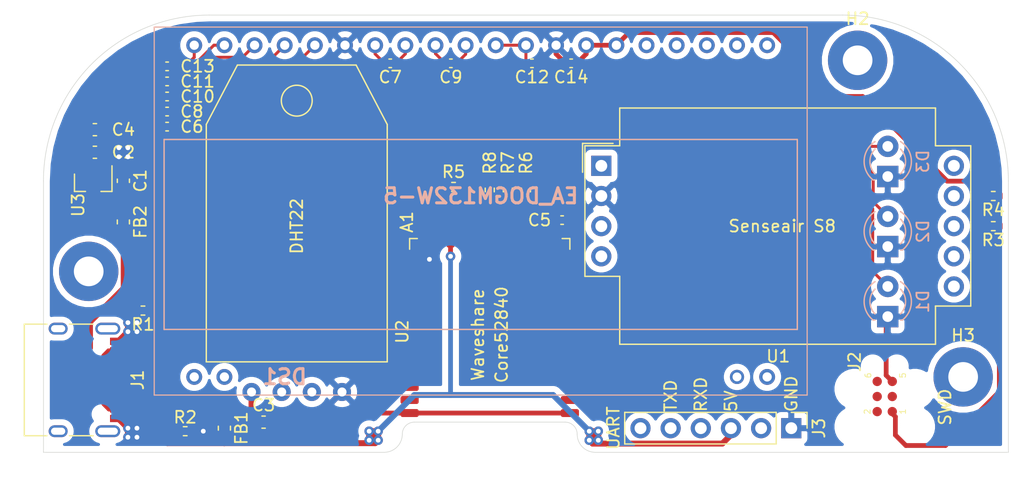
<source format=kicad_pcb>
(kicad_pcb (version 20171130) (host pcbnew "(5.1.10)-1")

  (general
    (thickness 1.6)
    (drawings 18)
    (tracks 197)
    (zones 0)
    (modules 38)
    (nets 84)
  )

  (page A4)
  (layers
    (0 F.Cu signal)
    (31 B.Cu signal)
    (32 B.Adhes user)
    (33 F.Adhes user)
    (34 B.Paste user)
    (35 F.Paste user)
    (36 B.SilkS user)
    (37 F.SilkS user)
    (38 B.Mask user)
    (39 F.Mask user)
    (40 Dwgs.User user)
    (41 Cmts.User user)
    (42 Eco1.User user)
    (43 Eco2.User user)
    (44 Edge.Cuts user)
    (45 Margin user)
    (46 B.CrtYd user)
    (47 F.CrtYd user)
    (48 B.Fab user)
    (49 F.Fab user)
  )

  (setup
    (last_trace_width 0.25)
    (user_trace_width 0.4)
    (user_trace_width 0.5)
    (trace_clearance 0.2)
    (zone_clearance 0.508)
    (zone_45_only no)
    (trace_min 0.2)
    (via_size 0.8)
    (via_drill 0.4)
    (via_min_size 0.4)
    (via_min_drill 0.3)
    (uvia_size 0.3)
    (uvia_drill 0.1)
    (uvias_allowed no)
    (uvia_min_size 0.2)
    (uvia_min_drill 0.1)
    (edge_width 0.05)
    (segment_width 0.2)
    (pcb_text_width 0.3)
    (pcb_text_size 1.5 1.5)
    (mod_edge_width 0.12)
    (mod_text_size 1 1)
    (mod_text_width 0.15)
    (pad_size 1.524 1.524)
    (pad_drill 0.762)
    (pad_to_mask_clearance 0)
    (aux_axis_origin 0 0)
    (visible_elements 7FFFFFFF)
    (pcbplotparams
      (layerselection 0x010fc_ffffffff)
      (usegerberextensions false)
      (usegerberattributes true)
      (usegerberadvancedattributes true)
      (creategerberjobfile true)
      (excludeedgelayer true)
      (linewidth 0.100000)
      (plotframeref false)
      (viasonmask false)
      (mode 1)
      (useauxorigin false)
      (hpglpennumber 1)
      (hpglpenspeed 20)
      (hpglpendiameter 15.000000)
      (psnegative false)
      (psa4output false)
      (plotreference true)
      (plotvalue true)
      (plotinvisibletext false)
      (padsonsilk false)
      (subtractmaskfromsilk false)
      (outputformat 1)
      (mirror false)
      (drillshape 1)
      (scaleselection 1)
      (outputdirectory ""))
  )

  (net 0 "")
  (net 1 +5V)
  (net 2 "Net-(A1-Pad20)")
  (net 3 +3V3)
  (net 4 "Net-(A1-Pad15)")
  (net 5 "Net-(A1-Pad16)")
  (net 6 "Net-(A1-Pad17)")
  (net 7 "Net-(A1-Pad18)")
  (net 8 GND)
  (net 9 "Net-(A1-Pad19)")
  (net 10 "Net-(A1-Pad26)")
  (net 11 "Net-(A1-Pad28)")
  (net 12 "Net-(A1-Pad29)")
  (net 13 "Net-(A1-Pad30)")
  (net 14 "Net-(A1-Pad36)")
  (net 15 "Net-(A1-Pad35)")
  (net 16 "Net-(A1-Pad34)")
  (net 17 "Net-(A1-Pad33)")
  (net 18 "Net-(A1-Pad2)")
  (net 19 "Net-(A1-Pad3)")
  (net 20 "Net-(A1-Pad4)")
  (net 21 "Net-(A1-Pad5)")
  (net 22 "Net-(A1-Pad6)")
  (net 23 "Net-(A1-Pad13)")
  (net 24 "Net-(A1-Pad12)")
  (net 25 "Net-(A1-Pad11)")
  (net 26 "Net-(A1-Pad10)")
  (net 27 "Net-(A1-Pad9)")
  (net 28 "Net-(A1-Pad8)")
  (net 29 "Net-(A1-Pad7)")
  (net 30 "Net-(DS1-Pad1)")
  (net 31 "Net-(DS1-Pad2)")
  (net 32 "Net-(DS1-Pad19)")
  (net 33 "Net-(DS1-Pad20)")
  (net 34 "Net-(U1-Pad9)")
  (net 35 "Net-(U1-Pad6)")
  (net 36 "Net-(U1-Pad4)")
  (net 37 "Net-(U1-Pad3)")
  (net 38 "Net-(U1-Pad5)")
  (net 39 "Net-(U2-Pad3)")
  (net 40 USB_D+)
  (net 41 USB_D-)
  (net 42 VBUS)
  (net 43 "Net-(C1-Pad2)")
  (net 44 "Net-(J1-PadB8)")
  (net 45 "Net-(J1-PadA5)")
  (net 46 "Net-(J1-PadA8)")
  (net 47 "Net-(J1-PadB5)")
  (net 48 "Net-(J1-PadS1)")
  (net 49 "Net-(C7-Pad2)")
  (net 50 "Net-(C7-Pad1)")
  (net 51 "Net-(C9-Pad2)")
  (net 52 "Net-(C9-Pad1)")
  (net 53 DISP_SI)
  (net 54 DISP_SCL)
  (net 55 DISP_A0)
  (net 56 DISP_RST)
  (net 57 DISP_CS)
  (net 58 S8_RXD)
  (net 59 S8_TXD)
  (net 60 DHT22)
  (net 61 RESET)
  (net 62 SWD_SWO)
  (net 63 SWD_SWDIO)
  (net 64 SWD_SWCLK)
  (net 65 "Net-(J3-Pad6)")
  (net 66 UART_TXD)
  (net 67 UART_RXD)
  (net 68 "Net-(J3-Pad2)")
  (net 69 LED_RED)
  (net 70 LED_YELLOW)
  (net 71 LED_GREEN)
  (net 72 "Net-(H1-Pad1)")
  (net 73 "Net-(H2-Pad1)")
  (net 74 "Net-(H3-Pad1)")
  (net 75 "Net-(D1-Pad2)")
  (net 76 "Net-(D2-Pad2)")
  (net 77 "Net-(D3-Pad2)")
  (net 78 "Net-(C6-Pad1)")
  (net 79 "Net-(C8-Pad1)")
  (net 80 "Net-(C10-Pad1)")
  (net 81 "Net-(C11-Pad1)")
  (net 82 "Net-(C12-Pad2)")
  (net 83 "Net-(C13-Pad1)")

  (net_class Default "This is the default net class."
    (clearance 0.2)
    (trace_width 0.25)
    (via_dia 0.8)
    (via_drill 0.4)
    (uvia_dia 0.3)
    (uvia_drill 0.1)
    (add_net +3V3)
    (add_net +5V)
    (add_net DHT22)
    (add_net DISP_A0)
    (add_net DISP_CS)
    (add_net DISP_RST)
    (add_net DISP_SCL)
    (add_net DISP_SI)
    (add_net GND)
    (add_net LED_GREEN)
    (add_net LED_RED)
    (add_net LED_YELLOW)
    (add_net "Net-(A1-Pad10)")
    (add_net "Net-(A1-Pad11)")
    (add_net "Net-(A1-Pad12)")
    (add_net "Net-(A1-Pad13)")
    (add_net "Net-(A1-Pad15)")
    (add_net "Net-(A1-Pad16)")
    (add_net "Net-(A1-Pad17)")
    (add_net "Net-(A1-Pad18)")
    (add_net "Net-(A1-Pad19)")
    (add_net "Net-(A1-Pad2)")
    (add_net "Net-(A1-Pad20)")
    (add_net "Net-(A1-Pad26)")
    (add_net "Net-(A1-Pad28)")
    (add_net "Net-(A1-Pad29)")
    (add_net "Net-(A1-Pad3)")
    (add_net "Net-(A1-Pad30)")
    (add_net "Net-(A1-Pad33)")
    (add_net "Net-(A1-Pad34)")
    (add_net "Net-(A1-Pad35)")
    (add_net "Net-(A1-Pad36)")
    (add_net "Net-(A1-Pad4)")
    (add_net "Net-(A1-Pad5)")
    (add_net "Net-(A1-Pad6)")
    (add_net "Net-(A1-Pad7)")
    (add_net "Net-(A1-Pad8)")
    (add_net "Net-(A1-Pad9)")
    (add_net "Net-(C1-Pad2)")
    (add_net "Net-(C10-Pad1)")
    (add_net "Net-(C11-Pad1)")
    (add_net "Net-(C12-Pad2)")
    (add_net "Net-(C13-Pad1)")
    (add_net "Net-(C6-Pad1)")
    (add_net "Net-(C7-Pad1)")
    (add_net "Net-(C7-Pad2)")
    (add_net "Net-(C8-Pad1)")
    (add_net "Net-(C9-Pad1)")
    (add_net "Net-(C9-Pad2)")
    (add_net "Net-(D1-Pad2)")
    (add_net "Net-(D2-Pad2)")
    (add_net "Net-(D3-Pad2)")
    (add_net "Net-(DS1-Pad1)")
    (add_net "Net-(DS1-Pad19)")
    (add_net "Net-(DS1-Pad2)")
    (add_net "Net-(DS1-Pad20)")
    (add_net "Net-(H1-Pad1)")
    (add_net "Net-(H2-Pad1)")
    (add_net "Net-(H3-Pad1)")
    (add_net "Net-(J1-PadA5)")
    (add_net "Net-(J1-PadA8)")
    (add_net "Net-(J1-PadB5)")
    (add_net "Net-(J1-PadB8)")
    (add_net "Net-(J1-PadS1)")
    (add_net "Net-(J3-Pad2)")
    (add_net "Net-(J3-Pad6)")
    (add_net "Net-(U1-Pad3)")
    (add_net "Net-(U1-Pad4)")
    (add_net "Net-(U1-Pad5)")
    (add_net "Net-(U1-Pad6)")
    (add_net "Net-(U1-Pad9)")
    (add_net "Net-(U2-Pad3)")
    (add_net RESET)
    (add_net S8_RXD)
    (add_net S8_TXD)
    (add_net SWD_SWCLK)
    (add_net SWD_SWDIO)
    (add_net SWD_SWO)
    (add_net UART_RXD)
    (add_net UART_TXD)
    (add_net USB_D+)
    (add_net USB_D-)
    (add_net VBUS)
  )

  (module MountingHole:MountingHole_2.5mm_Pad (layer F.Cu) (tedit 56D1B4CB) (tstamp 61612E57)
    (at 184.15 115.57)
    (descr "Mounting Hole 2.5mm")
    (tags "mounting hole 2.5mm")
    (path /6181F050)
    (attr virtual)
    (fp_text reference H3 (at 0 -3.5) (layer F.SilkS)
      (effects (font (size 1 1) (thickness 0.15)))
    )
    (fp_text value MountingHole (at 0 3.5) (layer F.Fab)
      (effects (font (size 1 1) (thickness 0.15)))
    )
    (fp_text user %R (at 0.3 0) (layer F.Fab)
      (effects (font (size 1 1) (thickness 0.15)))
    )
    (fp_circle (center 0 0) (end 2.5 0) (layer Cmts.User) (width 0.15))
    (fp_circle (center 0 0) (end 2.75 0) (layer F.CrtYd) (width 0.05))
    (pad 1 thru_hole circle (at 0 0) (size 5 5) (drill 2.5) (layers *.Cu *.Mask)
      (net 74 "Net-(H3-Pad1)"))
  )

  (module MountingHole:MountingHole_2.5mm_Pad (layer F.Cu) (tedit 56D1B4CB) (tstamp 61612E4F)
    (at 175.26 88.9)
    (descr "Mounting Hole 2.5mm")
    (tags "mounting hole 2.5mm")
    (path /6181ED3E)
    (attr virtual)
    (fp_text reference H2 (at 0 -3.5) (layer F.SilkS)
      (effects (font (size 1 1) (thickness 0.15)))
    )
    (fp_text value MountingHole (at 0 3.5) (layer F.Fab)
      (effects (font (size 1 1) (thickness 0.15)))
    )
    (fp_text user %R (at 0.3 0) (layer F.Fab)
      (effects (font (size 1 1) (thickness 0.15)))
    )
    (fp_circle (center 0 0) (end 2.5 0) (layer Cmts.User) (width 0.15))
    (fp_circle (center 0 0) (end 2.75 0) (layer F.CrtYd) (width 0.05))
    (pad 1 thru_hole circle (at 0 0) (size 5 5) (drill 2.5) (layers *.Cu *.Mask)
      (net 73 "Net-(H2-Pad1)"))
  )

  (module MountingHole:MountingHole_2.5mm_Pad (layer F.Cu) (tedit 56D1B4CB) (tstamp 61612E47)
    (at 110.49 106.68)
    (descr "Mounting Hole 2.5mm")
    (tags "mounting hole 2.5mm")
    (path /6181BCA6)
    (attr virtual)
    (fp_text reference H1 (at 0 -3.5) (layer F.SilkS) hide
      (effects (font (size 1 1) (thickness 0.15)))
    )
    (fp_text value MountingHole (at 0 3.5) (layer F.Fab)
      (effects (font (size 1 1) (thickness 0.15)))
    )
    (fp_text user %R (at 0.3 0) (layer F.Fab)
      (effects (font (size 1 1) (thickness 0.15)))
    )
    (fp_circle (center 0 0) (end 2.5 0) (layer Cmts.User) (width 0.15))
    (fp_circle (center 0 0) (end 2.75 0) (layer F.CrtYd) (width 0.05))
    (pad 1 thru_hole circle (at 0 0) (size 5 5) (drill 2.5) (layers *.Cu *.Mask)
      (net 72 "Net-(H1-Pad1)"))
  )

  (module Resistor_SMD:R_0402_1005Metric (layer F.Cu) (tedit 5F68FEEE) (tstamp 6160DE76)
    (at 144.272 99.822 270)
    (descr "Resistor SMD 0402 (1005 Metric), square (rectangular) end terminal, IPC_7351 nominal, (Body size source: IPC-SM-782 page 72, https://www.pcb-3d.com/wordpress/wp-content/uploads/ipc-sm-782a_amendment_1_and_2.pdf), generated with kicad-footprint-generator")
    (tags resistor)
    (path /61776347)
    (attr smd)
    (fp_text reference R8 (at -2.286 0 90) (layer F.SilkS)
      (effects (font (size 1 1) (thickness 0.15)))
    )
    (fp_text value 100k (at 0 1.17 90) (layer F.Fab)
      (effects (font (size 1 1) (thickness 0.15)))
    )
    (fp_text user %R (at 0 0 90) (layer F.Fab)
      (effects (font (size 0.26 0.26) (thickness 0.04)))
    )
    (fp_line (start -0.525 0.27) (end -0.525 -0.27) (layer F.Fab) (width 0.1))
    (fp_line (start -0.525 -0.27) (end 0.525 -0.27) (layer F.Fab) (width 0.1))
    (fp_line (start 0.525 -0.27) (end 0.525 0.27) (layer F.Fab) (width 0.1))
    (fp_line (start 0.525 0.27) (end -0.525 0.27) (layer F.Fab) (width 0.1))
    (fp_line (start -0.153641 -0.38) (end 0.153641 -0.38) (layer F.SilkS) (width 0.12))
    (fp_line (start -0.153641 0.38) (end 0.153641 0.38) (layer F.SilkS) (width 0.12))
    (fp_line (start -0.93 0.47) (end -0.93 -0.47) (layer F.CrtYd) (width 0.05))
    (fp_line (start -0.93 -0.47) (end 0.93 -0.47) (layer F.CrtYd) (width 0.05))
    (fp_line (start 0.93 -0.47) (end 0.93 0.47) (layer F.CrtYd) (width 0.05))
    (fp_line (start 0.93 0.47) (end -0.93 0.47) (layer F.CrtYd) (width 0.05))
    (pad 2 smd roundrect (at 0.51 0 270) (size 0.54 0.64) (layers F.Cu F.Paste F.Mask) (roundrect_rratio 0.25)
      (net 71 LED_GREEN))
    (pad 1 smd roundrect (at -0.51 0 270) (size 0.54 0.64) (layers F.Cu F.Paste F.Mask) (roundrect_rratio 0.25)
      (net 77 "Net-(D3-Pad2)"))
    (model ${KISYS3DMOD}/Resistor_SMD.3dshapes/R_0402_1005Metric.wrl
      (at (xyz 0 0 0))
      (scale (xyz 1 1 1))
      (rotate (xyz 0 0 0))
    )
  )

  (module Resistor_SMD:R_0402_1005Metric (layer F.Cu) (tedit 5F68FEEE) (tstamp 6160DE65)
    (at 145.796 99.822 270)
    (descr "Resistor SMD 0402 (1005 Metric), square (rectangular) end terminal, IPC_7351 nominal, (Body size source: IPC-SM-782 page 72, https://www.pcb-3d.com/wordpress/wp-content/uploads/ipc-sm-782a_amendment_1_and_2.pdf), generated with kicad-footprint-generator")
    (tags resistor)
    (path /61776CEE)
    (attr smd)
    (fp_text reference R7 (at -2.286 0 90) (layer F.SilkS)
      (effects (font (size 1 1) (thickness 0.15)))
    )
    (fp_text value 10k (at 0 1.17 90) (layer F.Fab)
      (effects (font (size 1 1) (thickness 0.15)))
    )
    (fp_text user %R (at 0 0 90) (layer F.Fab)
      (effects (font (size 0.26 0.26) (thickness 0.04)))
    )
    (fp_line (start -0.525 0.27) (end -0.525 -0.27) (layer F.Fab) (width 0.1))
    (fp_line (start -0.525 -0.27) (end 0.525 -0.27) (layer F.Fab) (width 0.1))
    (fp_line (start 0.525 -0.27) (end 0.525 0.27) (layer F.Fab) (width 0.1))
    (fp_line (start 0.525 0.27) (end -0.525 0.27) (layer F.Fab) (width 0.1))
    (fp_line (start -0.153641 -0.38) (end 0.153641 -0.38) (layer F.SilkS) (width 0.12))
    (fp_line (start -0.153641 0.38) (end 0.153641 0.38) (layer F.SilkS) (width 0.12))
    (fp_line (start -0.93 0.47) (end -0.93 -0.47) (layer F.CrtYd) (width 0.05))
    (fp_line (start -0.93 -0.47) (end 0.93 -0.47) (layer F.CrtYd) (width 0.05))
    (fp_line (start 0.93 -0.47) (end 0.93 0.47) (layer F.CrtYd) (width 0.05))
    (fp_line (start 0.93 0.47) (end -0.93 0.47) (layer F.CrtYd) (width 0.05))
    (pad 2 smd roundrect (at 0.51 0 270) (size 0.54 0.64) (layers F.Cu F.Paste F.Mask) (roundrect_rratio 0.25)
      (net 70 LED_YELLOW))
    (pad 1 smd roundrect (at -0.51 0 270) (size 0.54 0.64) (layers F.Cu F.Paste F.Mask) (roundrect_rratio 0.25)
      (net 76 "Net-(D2-Pad2)"))
    (model ${KISYS3DMOD}/Resistor_SMD.3dshapes/R_0402_1005Metric.wrl
      (at (xyz 0 0 0))
      (scale (xyz 1 1 1))
      (rotate (xyz 0 0 0))
    )
  )

  (module Resistor_SMD:R_0402_1005Metric (layer F.Cu) (tedit 5F68FEEE) (tstamp 6160DE54)
    (at 147.32 99.822 270)
    (descr "Resistor SMD 0402 (1005 Metric), square (rectangular) end terminal, IPC_7351 nominal, (Body size source: IPC-SM-782 page 72, https://www.pcb-3d.com/wordpress/wp-content/uploads/ipc-sm-782a_amendment_1_and_2.pdf), generated with kicad-footprint-generator")
    (tags resistor)
    (path /61776FAB)
    (attr smd)
    (fp_text reference R6 (at -2.286 0 90) (layer F.SilkS)
      (effects (font (size 1 1) (thickness 0.15)))
    )
    (fp_text value 10k (at 0 1.17 90) (layer F.Fab)
      (effects (font (size 1 1) (thickness 0.15)))
    )
    (fp_text user %R (at 0 0 90) (layer F.Fab)
      (effects (font (size 0.26 0.26) (thickness 0.04)))
    )
    (fp_line (start -0.525 0.27) (end -0.525 -0.27) (layer F.Fab) (width 0.1))
    (fp_line (start -0.525 -0.27) (end 0.525 -0.27) (layer F.Fab) (width 0.1))
    (fp_line (start 0.525 -0.27) (end 0.525 0.27) (layer F.Fab) (width 0.1))
    (fp_line (start 0.525 0.27) (end -0.525 0.27) (layer F.Fab) (width 0.1))
    (fp_line (start -0.153641 -0.38) (end 0.153641 -0.38) (layer F.SilkS) (width 0.12))
    (fp_line (start -0.153641 0.38) (end 0.153641 0.38) (layer F.SilkS) (width 0.12))
    (fp_line (start -0.93 0.47) (end -0.93 -0.47) (layer F.CrtYd) (width 0.05))
    (fp_line (start -0.93 -0.47) (end 0.93 -0.47) (layer F.CrtYd) (width 0.05))
    (fp_line (start 0.93 -0.47) (end 0.93 0.47) (layer F.CrtYd) (width 0.05))
    (fp_line (start 0.93 0.47) (end -0.93 0.47) (layer F.CrtYd) (width 0.05))
    (pad 2 smd roundrect (at 0.51 0 270) (size 0.54 0.64) (layers F.Cu F.Paste F.Mask) (roundrect_rratio 0.25)
      (net 69 LED_RED))
    (pad 1 smd roundrect (at -0.51 0 270) (size 0.54 0.64) (layers F.Cu F.Paste F.Mask) (roundrect_rratio 0.25)
      (net 75 "Net-(D1-Pad2)"))
    (model ${KISYS3DMOD}/Resistor_SMD.3dshapes/R_0402_1005Metric.wrl
      (at (xyz 0 0 0))
      (scale (xyz 1 1 1))
      (rotate (xyz 0 0 0))
    )
  )

  (module LED_THT:LED_D3.0mm (layer B.Cu) (tedit 587A3A7B) (tstamp 6160DC09)
    (at 177.8 98.69 90)
    (descr "LED, diameter 3.0mm, 2 pins")
    (tags "LED diameter 3.0mm 2 pins")
    (path /617694C1)
    (fp_text reference D3 (at 1.27 2.96 -90) (layer B.SilkS)
      (effects (font (size 1 1) (thickness 0.15)) (justify mirror))
    )
    (fp_text value Green (at 1.27 -2.96 -90) (layer B.Fab)
      (effects (font (size 1 1) (thickness 0.15)) (justify mirror))
    )
    (fp_arc (start 1.27 0) (end 0.229039 -1.08) (angle 87.9) (layer B.SilkS) (width 0.12))
    (fp_arc (start 1.27 0) (end 0.229039 1.08) (angle -87.9) (layer B.SilkS) (width 0.12))
    (fp_arc (start 1.27 0) (end -0.29 -1.235516) (angle 108.8) (layer B.SilkS) (width 0.12))
    (fp_arc (start 1.27 0) (end -0.29 1.235516) (angle -108.8) (layer B.SilkS) (width 0.12))
    (fp_arc (start 1.27 0) (end -0.23 1.16619) (angle -284.3) (layer B.Fab) (width 0.1))
    (fp_circle (center 1.27 0) (end 2.77 0) (layer B.Fab) (width 0.1))
    (fp_line (start -0.23 1.16619) (end -0.23 -1.16619) (layer B.Fab) (width 0.1))
    (fp_line (start -0.29 1.236) (end -0.29 1.08) (layer B.SilkS) (width 0.12))
    (fp_line (start -0.29 -1.08) (end -0.29 -1.236) (layer B.SilkS) (width 0.12))
    (fp_line (start -1.15 2.25) (end -1.15 -2.25) (layer B.CrtYd) (width 0.05))
    (fp_line (start -1.15 -2.25) (end 3.7 -2.25) (layer B.CrtYd) (width 0.05))
    (fp_line (start 3.7 -2.25) (end 3.7 2.25) (layer B.CrtYd) (width 0.05))
    (fp_line (start 3.7 2.25) (end -1.15 2.25) (layer B.CrtYd) (width 0.05))
    (pad 2 thru_hole circle (at 2.54 0 90) (size 1.8 1.8) (drill 0.9) (layers *.Cu *.Mask)
      (net 77 "Net-(D3-Pad2)"))
    (pad 1 thru_hole rect (at 0 0 90) (size 1.8 1.8) (drill 0.9) (layers *.Cu *.Mask)
      (net 8 GND))
    (model ${KISYS3DMOD}/LED_THT.3dshapes/LED_D3.0mm.wrl
      (at (xyz 0 0 0))
      (scale (xyz 1 1 1))
      (rotate (xyz 0 0 0))
    )
  )

  (module LED_THT:LED_D3.0mm (layer B.Cu) (tedit 587A3A7B) (tstamp 6160DBF6)
    (at 177.8 104.59 90)
    (descr "LED, diameter 3.0mm, 2 pins")
    (tags "LED diameter 3.0mm 2 pins")
    (path /61768FD8)
    (fp_text reference D2 (at 1.27 2.96 -90) (layer B.SilkS)
      (effects (font (size 1 1) (thickness 0.15)) (justify mirror))
    )
    (fp_text value Yellow (at 1.27 -2.96 -90) (layer B.Fab)
      (effects (font (size 1 1) (thickness 0.15)) (justify mirror))
    )
    (fp_arc (start 1.27 0) (end 0.229039 -1.08) (angle 87.9) (layer B.SilkS) (width 0.12))
    (fp_arc (start 1.27 0) (end 0.229039 1.08) (angle -87.9) (layer B.SilkS) (width 0.12))
    (fp_arc (start 1.27 0) (end -0.29 -1.235516) (angle 108.8) (layer B.SilkS) (width 0.12))
    (fp_arc (start 1.27 0) (end -0.29 1.235516) (angle -108.8) (layer B.SilkS) (width 0.12))
    (fp_arc (start 1.27 0) (end -0.23 1.16619) (angle -284.3) (layer B.Fab) (width 0.1))
    (fp_circle (center 1.27 0) (end 2.77 0) (layer B.Fab) (width 0.1))
    (fp_line (start -0.23 1.16619) (end -0.23 -1.16619) (layer B.Fab) (width 0.1))
    (fp_line (start -0.29 1.236) (end -0.29 1.08) (layer B.SilkS) (width 0.12))
    (fp_line (start -0.29 -1.08) (end -0.29 -1.236) (layer B.SilkS) (width 0.12))
    (fp_line (start -1.15 2.25) (end -1.15 -2.25) (layer B.CrtYd) (width 0.05))
    (fp_line (start -1.15 -2.25) (end 3.7 -2.25) (layer B.CrtYd) (width 0.05))
    (fp_line (start 3.7 -2.25) (end 3.7 2.25) (layer B.CrtYd) (width 0.05))
    (fp_line (start 3.7 2.25) (end -1.15 2.25) (layer B.CrtYd) (width 0.05))
    (pad 2 thru_hole circle (at 2.54 0 90) (size 1.8 1.8) (drill 0.9) (layers *.Cu *.Mask)
      (net 76 "Net-(D2-Pad2)"))
    (pad 1 thru_hole rect (at 0 0 90) (size 1.8 1.8) (drill 0.9) (layers *.Cu *.Mask)
      (net 8 GND))
    (model ${KISYS3DMOD}/LED_THT.3dshapes/LED_D3.0mm.wrl
      (at (xyz 0 0 0))
      (scale (xyz 1 1 1))
      (rotate (xyz 0 0 0))
    )
  )

  (module LED_THT:LED_D3.0mm (layer B.Cu) (tedit 587A3A7B) (tstamp 6160DBE3)
    (at 177.8 110.49 90)
    (descr "LED, diameter 3.0mm, 2 pins")
    (tags "LED diameter 3.0mm 2 pins")
    (path /61768156)
    (fp_text reference D1 (at 1.27 2.96 -90) (layer B.SilkS)
      (effects (font (size 1 1) (thickness 0.15)) (justify mirror))
    )
    (fp_text value Red (at 1.27 -2.96 -90) (layer B.Fab)
      (effects (font (size 1 1) (thickness 0.15)) (justify mirror))
    )
    (fp_arc (start 1.27 0) (end 0.229039 -1.08) (angle 87.9) (layer B.SilkS) (width 0.12))
    (fp_arc (start 1.27 0) (end 0.229039 1.08) (angle -87.9) (layer B.SilkS) (width 0.12))
    (fp_arc (start 1.27 0) (end -0.29 -1.235516) (angle 108.8) (layer B.SilkS) (width 0.12))
    (fp_arc (start 1.27 0) (end -0.29 1.235516) (angle -108.8) (layer B.SilkS) (width 0.12))
    (fp_arc (start 1.27 0) (end -0.23 1.16619) (angle -284.3) (layer B.Fab) (width 0.1))
    (fp_circle (center 1.27 0) (end 2.77 0) (layer B.Fab) (width 0.1))
    (fp_line (start -0.23 1.16619) (end -0.23 -1.16619) (layer B.Fab) (width 0.1))
    (fp_line (start -0.29 1.236) (end -0.29 1.08) (layer B.SilkS) (width 0.12))
    (fp_line (start -0.29 -1.08) (end -0.29 -1.236) (layer B.SilkS) (width 0.12))
    (fp_line (start -1.15 2.25) (end -1.15 -2.25) (layer B.CrtYd) (width 0.05))
    (fp_line (start -1.15 -2.25) (end 3.7 -2.25) (layer B.CrtYd) (width 0.05))
    (fp_line (start 3.7 -2.25) (end 3.7 2.25) (layer B.CrtYd) (width 0.05))
    (fp_line (start 3.7 2.25) (end -1.15 2.25) (layer B.CrtYd) (width 0.05))
    (pad 2 thru_hole circle (at 2.54 0 90) (size 1.8 1.8) (drill 0.9) (layers *.Cu *.Mask)
      (net 75 "Net-(D1-Pad2)"))
    (pad 1 thru_hole rect (at 0 0 90) (size 1.8 1.8) (drill 0.9) (layers *.Cu *.Mask)
      (net 8 GND))
    (model ${KISYS3DMOD}/LED_THT.3dshapes/LED_D3.0mm.wrl
      (at (xyz 0 0 0))
      (scale (xyz 1 1 1))
      (rotate (xyz 0 0 0))
    )
  )

  (module Capacitor_SMD:C_0402_1005Metric (layer F.Cu) (tedit 5F68FEEE) (tstamp 6160B94F)
    (at 151.13 89.154 180)
    (descr "Capacitor SMD 0402 (1005 Metric), square (rectangular) end terminal, IPC_7351 nominal, (Body size source: IPC-SM-782 page 76, https://www.pcb-3d.com/wordpress/wp-content/uploads/ipc-sm-782a_amendment_1_and_2.pdf), generated with kicad-footprint-generator")
    (tags capacitor)
    (path /617462A1)
    (attr smd)
    (fp_text reference C14 (at 0 -1.16) (layer F.SilkS)
      (effects (font (size 1 1) (thickness 0.15)))
    )
    (fp_text value 100u (at 0 1.16) (layer F.Fab)
      (effects (font (size 1 1) (thickness 0.15)))
    )
    (fp_text user %R (at 0 0 90) (layer F.Fab)
      (effects (font (size 0.25 0.25) (thickness 0.04)))
    )
    (fp_line (start -0.5 0.25) (end -0.5 -0.25) (layer F.Fab) (width 0.1))
    (fp_line (start -0.5 -0.25) (end 0.5 -0.25) (layer F.Fab) (width 0.1))
    (fp_line (start 0.5 -0.25) (end 0.5 0.25) (layer F.Fab) (width 0.1))
    (fp_line (start 0.5 0.25) (end -0.5 0.25) (layer F.Fab) (width 0.1))
    (fp_line (start -0.107836 -0.36) (end 0.107836 -0.36) (layer F.SilkS) (width 0.12))
    (fp_line (start -0.107836 0.36) (end 0.107836 0.36) (layer F.SilkS) (width 0.12))
    (fp_line (start -0.91 0.46) (end -0.91 -0.46) (layer F.CrtYd) (width 0.05))
    (fp_line (start -0.91 -0.46) (end 0.91 -0.46) (layer F.CrtYd) (width 0.05))
    (fp_line (start 0.91 -0.46) (end 0.91 0.46) (layer F.CrtYd) (width 0.05))
    (fp_line (start 0.91 0.46) (end -0.91 0.46) (layer F.CrtYd) (width 0.05))
    (pad 2 smd roundrect (at 0.48 0 180) (size 0.56 0.62) (layers F.Cu F.Paste F.Mask) (roundrect_rratio 0.25)
      (net 8 GND))
    (pad 1 smd roundrect (at -0.48 0 180) (size 0.56 0.62) (layers F.Cu F.Paste F.Mask) (roundrect_rratio 0.25)
      (net 3 +3V3))
    (model ${KISYS3DMOD}/Capacitor_SMD.3dshapes/C_0402_1005Metric.wrl
      (at (xyz 0 0 0))
      (scale (xyz 1 1 1))
      (rotate (xyz 0 0 0))
    )
  )

  (module Connector_PinHeader_2.54mm:PinHeader_1x06_P2.54mm_Vertical (layer F.Cu) (tedit 59FED5CC) (tstamp 6160B084)
    (at 169.672 119.888 270)
    (descr "Through hole straight pin header, 1x06, 2.54mm pitch, single row")
    (tags "Through hole pin header THT 1x06 2.54mm single row")
    (path /6163D4B3)
    (fp_text reference J3 (at 0 -2.33 90) (layer F.SilkS)
      (effects (font (size 1 1) (thickness 0.15)))
    )
    (fp_text value UART (at 0 15.03 90) (layer F.Fab)
      (effects (font (size 1 1) (thickness 0.15)))
    )
    (fp_text user %R (at 0 6.35) (layer F.Fab)
      (effects (font (size 1 1) (thickness 0.15)))
    )
    (fp_line (start -0.635 -1.27) (end 1.27 -1.27) (layer F.Fab) (width 0.1))
    (fp_line (start 1.27 -1.27) (end 1.27 13.97) (layer F.Fab) (width 0.1))
    (fp_line (start 1.27 13.97) (end -1.27 13.97) (layer F.Fab) (width 0.1))
    (fp_line (start -1.27 13.97) (end -1.27 -0.635) (layer F.Fab) (width 0.1))
    (fp_line (start -1.27 -0.635) (end -0.635 -1.27) (layer F.Fab) (width 0.1))
    (fp_line (start -1.33 14.03) (end 1.33 14.03) (layer F.SilkS) (width 0.12))
    (fp_line (start -1.33 1.27) (end -1.33 14.03) (layer F.SilkS) (width 0.12))
    (fp_line (start 1.33 1.27) (end 1.33 14.03) (layer F.SilkS) (width 0.12))
    (fp_line (start -1.33 1.27) (end 1.33 1.27) (layer F.SilkS) (width 0.12))
    (fp_line (start -1.33 0) (end -1.33 -1.33) (layer F.SilkS) (width 0.12))
    (fp_line (start -1.33 -1.33) (end 0 -1.33) (layer F.SilkS) (width 0.12))
    (fp_line (start -1.8 -1.8) (end -1.8 14.5) (layer F.CrtYd) (width 0.05))
    (fp_line (start -1.8 14.5) (end 1.8 14.5) (layer F.CrtYd) (width 0.05))
    (fp_line (start 1.8 14.5) (end 1.8 -1.8) (layer F.CrtYd) (width 0.05))
    (fp_line (start 1.8 -1.8) (end -1.8 -1.8) (layer F.CrtYd) (width 0.05))
    (pad 6 thru_hole oval (at 0 12.7 270) (size 1.7 1.7) (drill 1) (layers *.Cu *.Mask)
      (net 65 "Net-(J3-Pad6)"))
    (pad 5 thru_hole oval (at 0 10.16 270) (size 1.7 1.7) (drill 1) (layers *.Cu *.Mask)
      (net 66 UART_TXD))
    (pad 4 thru_hole oval (at 0 7.62 270) (size 1.7 1.7) (drill 1) (layers *.Cu *.Mask)
      (net 67 UART_RXD))
    (pad 3 thru_hole oval (at 0 5.08 270) (size 1.7 1.7) (drill 1) (layers *.Cu *.Mask)
      (net 42 VBUS))
    (pad 2 thru_hole oval (at 0 2.54 270) (size 1.7 1.7) (drill 1) (layers *.Cu *.Mask)
      (net 68 "Net-(J3-Pad2)"))
    (pad 1 thru_hole rect (at 0 0 270) (size 1.7 1.7) (drill 1) (layers *.Cu *.Mask)
      (net 8 GND))
    (model ${KISYS3DMOD}/Connector_PinHeader_2.54mm.3dshapes/PinHeader_1x06_P2.54mm_Vertical.wrl
      (at (xyz 0 0 0))
      (scale (xyz 1 1 1))
      (rotate (xyz 0 0 0))
    )
  )

  (module AirQualitySensor:TC2030-IDC-FP (layer F.Cu) (tedit 616029CF) (tstamp 6160957C)
    (at 177.546 117.221 90)
    (path /61607D51)
    (attr virtual)
    (fp_text reference J2 (at 2.921 -2.54 90) (layer F.SilkS)
      (effects (font (size 1 1) (thickness 0.15)))
    )
    (fp_text value SWD (at 0 -4.445 90) (layer F.Fab)
      (effects (font (size 1 1) (thickness 0.15)))
    )
    (fp_text user KEEPOUT (at 0 0 90) (layer Cmts.User)
      (effects (font (size 0.5 0.5) (thickness 0.08)))
    )
    (fp_text user "No tracks or vias" (at 5.715 0 90) (layer Cmts.User)
      (effects (font (size 0.3 0.3) (thickness 0.05)))
    )
    (fp_arc (start 2.54 -1.015) (end 3.555 -1.015) (angle -90) (layer F.CrtYd) (width 0.05))
    (fp_arc (start 2.54 1.015) (end 2.54 2.03) (angle -90) (layer F.CrtYd) (width 0.05))
    (fp_arc (start -2.54 0) (end -3.555 0) (angle 50) (layer F.CrtYd) (width 0.05))
    (fp_arc (start -2.54 0) (end -3.555 0) (angle -50) (layer F.CrtYd) (width 0.05))
    (fp_arc (start -1.27 -0.635) (end -1.27 -2.03) (angle -30) (layer F.CrtYd) (width 0.05))
    (fp_arc (start -1.27 0.635) (end -1.27 2.03) (angle 30) (layer F.CrtYd) (width 0.05))
    (fp_text user "in keepout area" (at 5.715 0.635 90) (layer Cmts.User)
      (effects (font (size 0.3 0.3) (thickness 0.05)))
    )
    (fp_text user 2 (at -1.27 -1.4605 90) (layer F.SilkS)
      (effects (font (size 0.5 0.5) (thickness 0.08)))
    )
    (fp_text user 1 (at -1.27 1.524 90) (layer F.SilkS)
      (effects (font (size 0.5 0.5) (thickness 0.08)))
    )
    (fp_text user 6 (at 1.778 -1.397 90) (layer F.SilkS)
      (effects (font (size 0.5 0.5) (thickness 0.08)))
    )
    (fp_text user 5 (at 1.778 1.524 90) (layer F.SilkS)
      (effects (font (size 0.5 0.5) (thickness 0.08)))
    )
    (fp_line (start 1.27 -0.635) (end -1.27 -0.635) (layer Dwgs.User) (width 0.05))
    (fp_line (start 1.27 -0.635) (end 1.27 0.635) (layer Dwgs.User) (width 0.05))
    (fp_line (start 1.27 0.635) (end -1.27 0.635) (layer Dwgs.User) (width 0.05))
    (fp_line (start -1.27 0.635) (end -1.27 -0.635) (layer Dwgs.User) (width 0.05))
    (fp_line (start -1.27 -0.381) (end -1.016 -0.635) (layer Dwgs.User) (width 0.05))
    (fp_line (start -1.27 0.127) (end -0.508 -0.635) (layer Dwgs.User) (width 0.05))
    (fp_line (start -1.27 0.635) (end 0 -0.635) (layer Dwgs.User) (width 0.05))
    (fp_line (start -0.762 0.635) (end 0.508 -0.635) (layer Dwgs.User) (width 0.05))
    (fp_line (start -0.254 0.635) (end 1.016 -0.635) (layer Dwgs.User) (width 0.05))
    (fp_line (start 0.254 0.635) (end 1.27 -0.381) (layer Dwgs.User) (width 0.05))
    (fp_line (start 0.762 0.635) (end 1.27 0.127) (layer Dwgs.User) (width 0.05))
    (fp_line (start 3.555 -1.015) (end 3.555 1.015) (layer F.CrtYd) (width 0.05))
    (fp_line (start 2.54 -2.03) (end -1.27 -2.03) (layer F.CrtYd) (width 0.05))
    (fp_line (start 2.54 2.03) (end -1.27 2.03) (layer F.CrtYd) (width 0.05))
    (fp_line (start -1.9675 -1.843105) (end -3.192429 -0.777535) (layer F.CrtYd) (width 0.05))
    (fp_line (start -3.192429 0.777535) (end -1.9675 1.843105) (layer F.CrtYd) (width 0.05))
    (fp_line (start -2.54 4.7752) (end -1.7653 4.7752) (layer B.CrtYd) (width 0.05))
    (fp_line (start -2.54 4.7752) (end -3.3147 4.7752) (layer B.CrtYd) (width 0.05))
    (fp_line (start -1.7653 4.7752) (end -1.7653 3.4417) (layer B.CrtYd) (width 0.05))
    (fp_line (start -3.3147 -4.7752) (end -3.3147 -3.4417) (layer B.CrtYd) (width 0.05))
    (fp_line (start -3.3147 3.4417) (end -1.7653 3.4417) (layer B.CrtYd) (width 0.05))
    (fp_line (start -2.54 -4.7752) (end -1.7653 -4.7752) (layer B.CrtYd) (width 0.05))
    (fp_line (start -1.7653 -4.7752) (end -1.7653 -3.4417) (layer B.CrtYd) (width 0.05))
    (fp_line (start -3.3147 4.7752) (end -3.3147 3.4417) (layer B.CrtYd) (width 0.05))
    (fp_line (start -2.54 -4.7752) (end -3.3147 -4.7752) (layer B.CrtYd) (width 0.05))
    (fp_line (start -3.3147 -3.4417) (end -1.7653 -3.4417) (layer B.CrtYd) (width 0.05))
    (fp_line (start 0.635 -4.7752) (end 1.4097 -4.7752) (layer B.CrtYd) (width 0.05))
    (fp_line (start 1.4097 4.7752) (end 1.4097 3.4417) (layer B.CrtYd) (width 0.05))
    (fp_line (start 0.635 -4.7752) (end -0.1397 -4.7752) (layer B.CrtYd) (width 0.05))
    (fp_line (start -0.1397 -4.7752) (end -0.1397 -3.4417) (layer B.CrtYd) (width 0.05))
    (fp_line (start -0.1397 -3.4417) (end 1.4097 -3.4417) (layer B.CrtYd) (width 0.05))
    (fp_line (start 1.4097 -4.7752) (end 1.4097 -3.4417) (layer B.CrtYd) (width 0.05))
    (fp_line (start -0.1397 3.4417) (end 1.4097 3.4417) (layer B.CrtYd) (width 0.05))
    (fp_line (start 0.635 4.7752) (end 1.4097 4.7752) (layer B.CrtYd) (width 0.05))
    (fp_line (start -0.1397 4.7752) (end -0.1397 3.4417) (layer B.CrtYd) (width 0.05))
    (fp_line (start 0.635 4.7752) (end -0.1397 4.7752) (layer B.CrtYd) (width 0.05))
    (pad 1 smd circle (at -1.27 0.635 90) (size 0.787 0.787) (layers F.Cu F.Mask)
      (net 3 +3V3))
    (pad 3 smd circle (at 0 0.635 90) (size 0.787 0.787) (layers F.Cu F.Mask)
      (net 61 RESET))
    (pad 5 smd circle (at 1.27 0.635 90) (size 0.787 0.787) (layers F.Cu F.Mask)
      (net 8 GND))
    (pad 6 smd circle (at 1.27 -0.635 90) (size 0.787 0.787) (layers F.Cu F.Mask)
      (net 62 SWD_SWO))
    (pad 4 smd circle (at 0 -0.635 90) (size 0.787 0.787) (layers F.Cu F.Mask)
      (net 64 SWD_SWCLK))
    (pad 2 smd circle (at -1.27 -0.635 90) (size 0.787 0.787) (layers F.Cu F.Mask)
      (net 63 SWD_SWDIO))
    (pad "" np_thru_hole circle (at -2.54 0 90) (size 0.991 0.991) (drill 0.991) (layers *.Cu *.Mask))
    (pad "" np_thru_hole circle (at 2.54 -1.015 90) (size 0.991 0.991) (drill 0.991) (layers *.Cu *.Mask))
    (pad "" np_thru_hole circle (at 2.54 1.015 90) (size 0.991 0.991) (drill 0.991) (layers *.Cu *.Mask))
    (pad "" np_thru_hole circle (at 0.635 -2.54 90) (size 2.3749 2.3749) (drill 2.3749) (layers *.Cu *.Mask))
    (pad "" np_thru_hole circle (at 0.635 2.54 90) (size 2.3749 2.3749) (drill 2.3749) (layers *.Cu *.Mask))
    (pad "" np_thru_hole circle (at -2.54 2.54 90) (size 2.3749 2.3749) (drill 2.3749) (layers *.Cu *.Mask))
    (pad "" np_thru_hole circle (at -2.54 -2.54 90) (size 2.3749 2.3749) (drill 2.3749) (layers *.Cu *.Mask))
  )

  (module Capacitor_SMD:C_0402_1005Metric (layer F.Cu) (tedit 5F68FEEE) (tstamp 615FE114)
    (at 117.094 89.408 180)
    (descr "Capacitor SMD 0402 (1005 Metric), square (rectangular) end terminal, IPC_7351 nominal, (Body size source: IPC-SM-782 page 76, https://www.pcb-3d.com/wordpress/wp-content/uploads/ipc-sm-782a_amendment_1_and_2.pdf), generated with kicad-footprint-generator")
    (tags capacitor)
    (path /6168ECFD)
    (attr smd)
    (fp_text reference C13 (at -1.016 0) (layer F.SilkS)
      (effects (font (size 1 1) (thickness 0.15)) (justify left))
    )
    (fp_text value 1u (at 0 1.16) (layer F.Fab)
      (effects (font (size 1 1) (thickness 0.15)))
    )
    (fp_line (start 0.91 0.46) (end -0.91 0.46) (layer F.CrtYd) (width 0.05))
    (fp_line (start 0.91 -0.46) (end 0.91 0.46) (layer F.CrtYd) (width 0.05))
    (fp_line (start -0.91 -0.46) (end 0.91 -0.46) (layer F.CrtYd) (width 0.05))
    (fp_line (start -0.91 0.46) (end -0.91 -0.46) (layer F.CrtYd) (width 0.05))
    (fp_line (start -0.107836 0.36) (end 0.107836 0.36) (layer F.SilkS) (width 0.12))
    (fp_line (start -0.107836 -0.36) (end 0.107836 -0.36) (layer F.SilkS) (width 0.12))
    (fp_line (start 0.5 0.25) (end -0.5 0.25) (layer F.Fab) (width 0.1))
    (fp_line (start 0.5 -0.25) (end 0.5 0.25) (layer F.Fab) (width 0.1))
    (fp_line (start -0.5 -0.25) (end 0.5 -0.25) (layer F.Fab) (width 0.1))
    (fp_line (start -0.5 0.25) (end -0.5 -0.25) (layer F.Fab) (width 0.1))
    (fp_text user %R (at 0 0 270) (layer F.Fab)
      (effects (font (size 0.25 0.25) (thickness 0.04)))
    )
    (pad 2 smd roundrect (at 0.48 0 180) (size 0.56 0.62) (layers F.Cu F.Paste F.Mask) (roundrect_rratio 0.25)
      (net 8 GND))
    (pad 1 smd roundrect (at -0.48 0 180) (size 0.56 0.62) (layers F.Cu F.Paste F.Mask) (roundrect_rratio 0.25)
      (net 83 "Net-(C13-Pad1)"))
    (model ${KISYS3DMOD}/Capacitor_SMD.3dshapes/C_0402_1005Metric.wrl
      (at (xyz 0 0 0))
      (scale (xyz 1 1 1))
      (rotate (xyz 0 0 0))
    )
  )

  (module Capacitor_SMD:C_0402_1005Metric (layer F.Cu) (tedit 5F68FEEE) (tstamp 615FE103)
    (at 147.828 89.154 180)
    (descr "Capacitor SMD 0402 (1005 Metric), square (rectangular) end terminal, IPC_7351 nominal, (Body size source: IPC-SM-782 page 76, https://www.pcb-3d.com/wordpress/wp-content/uploads/ipc-sm-782a_amendment_1_and_2.pdf), generated with kicad-footprint-generator")
    (tags capacitor)
    (path /616A1FA8)
    (attr smd)
    (fp_text reference C12 (at 0 -1.16) (layer F.SilkS)
      (effects (font (size 1 1) (thickness 0.15)))
    )
    (fp_text value 1u (at 0 1.16) (layer F.Fab)
      (effects (font (size 1 1) (thickness 0.15)))
    )
    (fp_line (start 0.91 0.46) (end -0.91 0.46) (layer F.CrtYd) (width 0.05))
    (fp_line (start 0.91 -0.46) (end 0.91 0.46) (layer F.CrtYd) (width 0.05))
    (fp_line (start -0.91 -0.46) (end 0.91 -0.46) (layer F.CrtYd) (width 0.05))
    (fp_line (start -0.91 0.46) (end -0.91 -0.46) (layer F.CrtYd) (width 0.05))
    (fp_line (start -0.107836 0.36) (end 0.107836 0.36) (layer F.SilkS) (width 0.12))
    (fp_line (start -0.107836 -0.36) (end 0.107836 -0.36) (layer F.SilkS) (width 0.12))
    (fp_line (start 0.5 0.25) (end -0.5 0.25) (layer F.Fab) (width 0.1))
    (fp_line (start 0.5 -0.25) (end 0.5 0.25) (layer F.Fab) (width 0.1))
    (fp_line (start -0.5 -0.25) (end 0.5 -0.25) (layer F.Fab) (width 0.1))
    (fp_line (start -0.5 0.25) (end -0.5 -0.25) (layer F.Fab) (width 0.1))
    (fp_text user %R (at 0 0) (layer F.Fab)
      (effects (font (size 0.25 0.25) (thickness 0.04)))
    )
    (pad 2 smd roundrect (at 0.48 0 180) (size 0.56 0.62) (layers F.Cu F.Paste F.Mask) (roundrect_rratio 0.25)
      (net 82 "Net-(C12-Pad2)"))
    (pad 1 smd roundrect (at -0.48 0 180) (size 0.56 0.62) (layers F.Cu F.Paste F.Mask) (roundrect_rratio 0.25)
      (net 8 GND))
    (model ${KISYS3DMOD}/Capacitor_SMD.3dshapes/C_0402_1005Metric.wrl
      (at (xyz 0 0 0))
      (scale (xyz 1 1 1))
      (rotate (xyz 0 0 0))
    )
  )

  (module Capacitor_SMD:C_0402_1005Metric (layer F.Cu) (tedit 5F68FEEE) (tstamp 615FE0F2)
    (at 117.094 90.678 180)
    (descr "Capacitor SMD 0402 (1005 Metric), square (rectangular) end terminal, IPC_7351 nominal, (Body size source: IPC-SM-782 page 76, https://www.pcb-3d.com/wordpress/wp-content/uploads/ipc-sm-782a_amendment_1_and_2.pdf), generated with kicad-footprint-generator")
    (tags capacitor)
    (path /6168EA00)
    (attr smd)
    (fp_text reference C11 (at -1.016 0) (layer F.SilkS)
      (effects (font (size 1 1) (thickness 0.15)) (justify left))
    )
    (fp_text value 1u (at 0 1.16) (layer F.Fab)
      (effects (font (size 1 1) (thickness 0.15)))
    )
    (fp_line (start 0.91 0.46) (end -0.91 0.46) (layer F.CrtYd) (width 0.05))
    (fp_line (start 0.91 -0.46) (end 0.91 0.46) (layer F.CrtYd) (width 0.05))
    (fp_line (start -0.91 -0.46) (end 0.91 -0.46) (layer F.CrtYd) (width 0.05))
    (fp_line (start -0.91 0.46) (end -0.91 -0.46) (layer F.CrtYd) (width 0.05))
    (fp_line (start -0.107836 0.36) (end 0.107836 0.36) (layer F.SilkS) (width 0.12))
    (fp_line (start -0.107836 -0.36) (end 0.107836 -0.36) (layer F.SilkS) (width 0.12))
    (fp_line (start 0.5 0.25) (end -0.5 0.25) (layer F.Fab) (width 0.1))
    (fp_line (start 0.5 -0.25) (end 0.5 0.25) (layer F.Fab) (width 0.1))
    (fp_line (start -0.5 -0.25) (end 0.5 -0.25) (layer F.Fab) (width 0.1))
    (fp_line (start -0.5 0.25) (end -0.5 -0.25) (layer F.Fab) (width 0.1))
    (fp_text user %R (at 0 0) (layer F.Fab)
      (effects (font (size 0.25 0.25) (thickness 0.04)))
    )
    (pad 2 smd roundrect (at 0.48 0 180) (size 0.56 0.62) (layers F.Cu F.Paste F.Mask) (roundrect_rratio 0.25)
      (net 8 GND))
    (pad 1 smd roundrect (at -0.48 0 180) (size 0.56 0.62) (layers F.Cu F.Paste F.Mask) (roundrect_rratio 0.25)
      (net 81 "Net-(C11-Pad1)"))
    (model ${KISYS3DMOD}/Capacitor_SMD.3dshapes/C_0402_1005Metric.wrl
      (at (xyz 0 0 0))
      (scale (xyz 1 1 1))
      (rotate (xyz 0 0 0))
    )
  )

  (module Capacitor_SMD:C_0402_1005Metric (layer F.Cu) (tedit 5F68FEEE) (tstamp 615FE0E1)
    (at 117.094 91.948 180)
    (descr "Capacitor SMD 0402 (1005 Metric), square (rectangular) end terminal, IPC_7351 nominal, (Body size source: IPC-SM-782 page 76, https://www.pcb-3d.com/wordpress/wp-content/uploads/ipc-sm-782a_amendment_1_and_2.pdf), generated with kicad-footprint-generator")
    (tags capacitor)
    (path /6168E68A)
    (attr smd)
    (fp_text reference C10 (at -1.016 0) (layer F.SilkS)
      (effects (font (size 1 1) (thickness 0.15)) (justify left))
    )
    (fp_text value 1u (at 0 1.16) (layer F.Fab)
      (effects (font (size 1 1) (thickness 0.15)))
    )
    (fp_line (start 0.91 0.46) (end -0.91 0.46) (layer F.CrtYd) (width 0.05))
    (fp_line (start 0.91 -0.46) (end 0.91 0.46) (layer F.CrtYd) (width 0.05))
    (fp_line (start -0.91 -0.46) (end 0.91 -0.46) (layer F.CrtYd) (width 0.05))
    (fp_line (start -0.91 0.46) (end -0.91 -0.46) (layer F.CrtYd) (width 0.05))
    (fp_line (start -0.107836 0.36) (end 0.107836 0.36) (layer F.SilkS) (width 0.12))
    (fp_line (start -0.107836 -0.36) (end 0.107836 -0.36) (layer F.SilkS) (width 0.12))
    (fp_line (start 0.5 0.25) (end -0.5 0.25) (layer F.Fab) (width 0.1))
    (fp_line (start 0.5 -0.25) (end 0.5 0.25) (layer F.Fab) (width 0.1))
    (fp_line (start -0.5 -0.25) (end 0.5 -0.25) (layer F.Fab) (width 0.1))
    (fp_line (start -0.5 0.25) (end -0.5 -0.25) (layer F.Fab) (width 0.1))
    (fp_text user %R (at 0 0) (layer F.Fab)
      (effects (font (size 0.25 0.25) (thickness 0.04)))
    )
    (pad 2 smd roundrect (at 0.48 0 180) (size 0.56 0.62) (layers F.Cu F.Paste F.Mask) (roundrect_rratio 0.25)
      (net 8 GND))
    (pad 1 smd roundrect (at -0.48 0 180) (size 0.56 0.62) (layers F.Cu F.Paste F.Mask) (roundrect_rratio 0.25)
      (net 80 "Net-(C10-Pad1)"))
    (model ${KISYS3DMOD}/Capacitor_SMD.3dshapes/C_0402_1005Metric.wrl
      (at (xyz 0 0 0))
      (scale (xyz 1 1 1))
      (rotate (xyz 0 0 0))
    )
  )

  (module Capacitor_SMD:C_0402_1005Metric (layer F.Cu) (tedit 5F68FEEE) (tstamp 615FE0D0)
    (at 140.998 89.154 180)
    (descr "Capacitor SMD 0402 (1005 Metric), square (rectangular) end terminal, IPC_7351 nominal, (Body size source: IPC-SM-782 page 76, https://www.pcb-3d.com/wordpress/wp-content/uploads/ipc-sm-782a_amendment_1_and_2.pdf), generated with kicad-footprint-generator")
    (tags capacitor)
    (path /616B32FE)
    (attr smd)
    (fp_text reference C9 (at 0 -1.16) (layer F.SilkS)
      (effects (font (size 1 1) (thickness 0.15)))
    )
    (fp_text value 1u (at 0 1.16) (layer F.Fab)
      (effects (font (size 1 1) (thickness 0.15)))
    )
    (fp_line (start 0.91 0.46) (end -0.91 0.46) (layer F.CrtYd) (width 0.05))
    (fp_line (start 0.91 -0.46) (end 0.91 0.46) (layer F.CrtYd) (width 0.05))
    (fp_line (start -0.91 -0.46) (end 0.91 -0.46) (layer F.CrtYd) (width 0.05))
    (fp_line (start -0.91 0.46) (end -0.91 -0.46) (layer F.CrtYd) (width 0.05))
    (fp_line (start -0.107836 0.36) (end 0.107836 0.36) (layer F.SilkS) (width 0.12))
    (fp_line (start -0.107836 -0.36) (end 0.107836 -0.36) (layer F.SilkS) (width 0.12))
    (fp_line (start 0.5 0.25) (end -0.5 0.25) (layer F.Fab) (width 0.1))
    (fp_line (start 0.5 -0.25) (end 0.5 0.25) (layer F.Fab) (width 0.1))
    (fp_line (start -0.5 -0.25) (end 0.5 -0.25) (layer F.Fab) (width 0.1))
    (fp_line (start -0.5 0.25) (end -0.5 -0.25) (layer F.Fab) (width 0.1))
    (fp_text user %R (at 0 0) (layer F.Fab)
      (effects (font (size 0.25 0.25) (thickness 0.04)))
    )
    (pad 2 smd roundrect (at 0.48 0 180) (size 0.56 0.62) (layers F.Cu F.Paste F.Mask) (roundrect_rratio 0.25)
      (net 51 "Net-(C9-Pad2)"))
    (pad 1 smd roundrect (at -0.48 0 180) (size 0.56 0.62) (layers F.Cu F.Paste F.Mask) (roundrect_rratio 0.25)
      (net 52 "Net-(C9-Pad1)"))
    (model ${KISYS3DMOD}/Capacitor_SMD.3dshapes/C_0402_1005Metric.wrl
      (at (xyz 0 0 0))
      (scale (xyz 1 1 1))
      (rotate (xyz 0 0 0))
    )
  )

  (module Capacitor_SMD:C_0402_1005Metric (layer F.Cu) (tedit 5F68FEEE) (tstamp 615FE0BF)
    (at 117.094 93.218 180)
    (descr "Capacitor SMD 0402 (1005 Metric), square (rectangular) end terminal, IPC_7351 nominal, (Body size source: IPC-SM-782 page 76, https://www.pcb-3d.com/wordpress/wp-content/uploads/ipc-sm-782a_amendment_1_and_2.pdf), generated with kicad-footprint-generator")
    (tags capacitor)
    (path /6168B9AB)
    (attr smd)
    (fp_text reference C8 (at -1.016 0) (layer F.SilkS)
      (effects (font (size 1 1) (thickness 0.15)) (justify left))
    )
    (fp_text value 1u (at 0 1.16) (layer F.Fab)
      (effects (font (size 1 1) (thickness 0.15)))
    )
    (fp_line (start 0.91 0.46) (end -0.91 0.46) (layer F.CrtYd) (width 0.05))
    (fp_line (start 0.91 -0.46) (end 0.91 0.46) (layer F.CrtYd) (width 0.05))
    (fp_line (start -0.91 -0.46) (end 0.91 -0.46) (layer F.CrtYd) (width 0.05))
    (fp_line (start -0.91 0.46) (end -0.91 -0.46) (layer F.CrtYd) (width 0.05))
    (fp_line (start -0.107836 0.36) (end 0.107836 0.36) (layer F.SilkS) (width 0.12))
    (fp_line (start -0.107836 -0.36) (end 0.107836 -0.36) (layer F.SilkS) (width 0.12))
    (fp_line (start 0.5 0.25) (end -0.5 0.25) (layer F.Fab) (width 0.1))
    (fp_line (start 0.5 -0.25) (end 0.5 0.25) (layer F.Fab) (width 0.1))
    (fp_line (start -0.5 -0.25) (end 0.5 -0.25) (layer F.Fab) (width 0.1))
    (fp_line (start -0.5 0.25) (end -0.5 -0.25) (layer F.Fab) (width 0.1))
    (fp_text user %R (at 0 0) (layer F.Fab)
      (effects (font (size 0.25 0.25) (thickness 0.04)))
    )
    (pad 2 smd roundrect (at 0.48 0 180) (size 0.56 0.62) (layers F.Cu F.Paste F.Mask) (roundrect_rratio 0.25)
      (net 8 GND))
    (pad 1 smd roundrect (at -0.48 0 180) (size 0.56 0.62) (layers F.Cu F.Paste F.Mask) (roundrect_rratio 0.25)
      (net 79 "Net-(C8-Pad1)"))
    (model ${KISYS3DMOD}/Capacitor_SMD.3dshapes/C_0402_1005Metric.wrl
      (at (xyz 0 0 0))
      (scale (xyz 1 1 1))
      (rotate (xyz 0 0 0))
    )
  )

  (module Capacitor_SMD:C_0402_1005Metric (layer F.Cu) (tedit 5F68FEEE) (tstamp 615FE0AE)
    (at 135.89 89.154 180)
    (descr "Capacitor SMD 0402 (1005 Metric), square (rectangular) end terminal, IPC_7351 nominal, (Body size source: IPC-SM-782 page 76, https://www.pcb-3d.com/wordpress/wp-content/uploads/ipc-sm-782a_amendment_1_and_2.pdf), generated with kicad-footprint-generator")
    (tags capacitor)
    (path /616B8AAF)
    (attr smd)
    (fp_text reference C7 (at 0 -1.16) (layer F.SilkS)
      (effects (font (size 1 1) (thickness 0.15)))
    )
    (fp_text value 1u (at 0 1.16) (layer F.Fab)
      (effects (font (size 1 1) (thickness 0.15)))
    )
    (fp_line (start 0.91 0.46) (end -0.91 0.46) (layer F.CrtYd) (width 0.05))
    (fp_line (start 0.91 -0.46) (end 0.91 0.46) (layer F.CrtYd) (width 0.05))
    (fp_line (start -0.91 -0.46) (end 0.91 -0.46) (layer F.CrtYd) (width 0.05))
    (fp_line (start -0.91 0.46) (end -0.91 -0.46) (layer F.CrtYd) (width 0.05))
    (fp_line (start -0.107836 0.36) (end 0.107836 0.36) (layer F.SilkS) (width 0.12))
    (fp_line (start -0.107836 -0.36) (end 0.107836 -0.36) (layer F.SilkS) (width 0.12))
    (fp_line (start 0.5 0.25) (end -0.5 0.25) (layer F.Fab) (width 0.1))
    (fp_line (start 0.5 -0.25) (end 0.5 0.25) (layer F.Fab) (width 0.1))
    (fp_line (start -0.5 -0.25) (end 0.5 -0.25) (layer F.Fab) (width 0.1))
    (fp_line (start -0.5 0.25) (end -0.5 -0.25) (layer F.Fab) (width 0.1))
    (fp_text user %R (at 0 0) (layer F.Fab)
      (effects (font (size 0.25 0.25) (thickness 0.04)))
    )
    (pad 2 smd roundrect (at 0.48 0 180) (size 0.56 0.62) (layers F.Cu F.Paste F.Mask) (roundrect_rratio 0.25)
      (net 49 "Net-(C7-Pad2)"))
    (pad 1 smd roundrect (at -0.48 0 180) (size 0.56 0.62) (layers F.Cu F.Paste F.Mask) (roundrect_rratio 0.25)
      (net 50 "Net-(C7-Pad1)"))
    (model ${KISYS3DMOD}/Capacitor_SMD.3dshapes/C_0402_1005Metric.wrl
      (at (xyz 0 0 0))
      (scale (xyz 1 1 1))
      (rotate (xyz 0 0 0))
    )
  )

  (module Capacitor_SMD:C_0402_1005Metric (layer F.Cu) (tedit 5F68FEEE) (tstamp 615FE09D)
    (at 117.094 94.488 180)
    (descr "Capacitor SMD 0402 (1005 Metric), square (rectangular) end terminal, IPC_7351 nominal, (Body size source: IPC-SM-782 page 76, https://www.pcb-3d.com/wordpress/wp-content/uploads/ipc-sm-782a_amendment_1_and_2.pdf), generated with kicad-footprint-generator")
    (tags capacitor)
    (path /6168CE5F)
    (attr smd)
    (fp_text reference C6 (at -1.016 0) (layer F.SilkS)
      (effects (font (size 1 1) (thickness 0.15)) (justify left))
    )
    (fp_text value 1u (at 0 1.16) (layer F.Fab)
      (effects (font (size 1 1) (thickness 0.15)))
    )
    (fp_line (start 0.91 0.46) (end -0.91 0.46) (layer F.CrtYd) (width 0.05))
    (fp_line (start 0.91 -0.46) (end 0.91 0.46) (layer F.CrtYd) (width 0.05))
    (fp_line (start -0.91 -0.46) (end 0.91 -0.46) (layer F.CrtYd) (width 0.05))
    (fp_line (start -0.91 0.46) (end -0.91 -0.46) (layer F.CrtYd) (width 0.05))
    (fp_line (start -0.107836 0.36) (end 0.107836 0.36) (layer F.SilkS) (width 0.12))
    (fp_line (start -0.107836 -0.36) (end 0.107836 -0.36) (layer F.SilkS) (width 0.12))
    (fp_line (start 0.5 0.25) (end -0.5 0.25) (layer F.Fab) (width 0.1))
    (fp_line (start 0.5 -0.25) (end 0.5 0.25) (layer F.Fab) (width 0.1))
    (fp_line (start -0.5 -0.25) (end 0.5 -0.25) (layer F.Fab) (width 0.1))
    (fp_line (start -0.5 0.25) (end -0.5 -0.25) (layer F.Fab) (width 0.1))
    (fp_text user %R (at 0 0) (layer F.Fab)
      (effects (font (size 0.25 0.25) (thickness 0.04)))
    )
    (pad 2 smd roundrect (at 0.48 0 180) (size 0.56 0.62) (layers F.Cu F.Paste F.Mask) (roundrect_rratio 0.25)
      (net 8 GND))
    (pad 1 smd roundrect (at -0.48 0 180) (size 0.56 0.62) (layers F.Cu F.Paste F.Mask) (roundrect_rratio 0.25)
      (net 78 "Net-(C6-Pad1)"))
    (model ${KISYS3DMOD}/Capacitor_SMD.3dshapes/C_0402_1005Metric.wrl
      (at (xyz 0 0 0))
      (scale (xyz 1 1 1))
      (rotate (xyz 0 0 0))
    )
  )

  (module Resistor_SMD:R_0402_1005Metric (layer F.Cu) (tedit 5F68FEEE) (tstamp 615FE26D)
    (at 141.224 99.568 180)
    (descr "Resistor SMD 0402 (1005 Metric), square (rectangular) end terminal, IPC_7351 nominal, (Body size source: IPC-SM-782 page 72, https://www.pcb-3d.com/wordpress/wp-content/uploads/ipc-sm-782a_amendment_1_and_2.pdf), generated with kicad-footprint-generator")
    (tags resistor)
    (path /616F0998)
    (attr smd)
    (fp_text reference R5 (at 0 1.27) (layer F.SilkS)
      (effects (font (size 1 1) (thickness 0.15)))
    )
    (fp_text value 10k (at 0 1.17) (layer F.Fab)
      (effects (font (size 1 1) (thickness 0.15)))
    )
    (fp_line (start 0.93 0.47) (end -0.93 0.47) (layer F.CrtYd) (width 0.05))
    (fp_line (start 0.93 -0.47) (end 0.93 0.47) (layer F.CrtYd) (width 0.05))
    (fp_line (start -0.93 -0.47) (end 0.93 -0.47) (layer F.CrtYd) (width 0.05))
    (fp_line (start -0.93 0.47) (end -0.93 -0.47) (layer F.CrtYd) (width 0.05))
    (fp_line (start -0.153641 0.38) (end 0.153641 0.38) (layer F.SilkS) (width 0.12))
    (fp_line (start -0.153641 -0.38) (end 0.153641 -0.38) (layer F.SilkS) (width 0.12))
    (fp_line (start 0.525 0.27) (end -0.525 0.27) (layer F.Fab) (width 0.1))
    (fp_line (start 0.525 -0.27) (end 0.525 0.27) (layer F.Fab) (width 0.1))
    (fp_line (start -0.525 -0.27) (end 0.525 -0.27) (layer F.Fab) (width 0.1))
    (fp_line (start -0.525 0.27) (end -0.525 -0.27) (layer F.Fab) (width 0.1))
    (fp_text user %R (at 0 0) (layer F.Fab)
      (effects (font (size 0.26 0.26) (thickness 0.04)))
    )
    (pad 2 smd roundrect (at 0.51 0 180) (size 0.54 0.64) (layers F.Cu F.Paste F.Mask) (roundrect_rratio 0.25)
      (net 60 DHT22))
    (pad 1 smd roundrect (at -0.51 0 180) (size 0.54 0.64) (layers F.Cu F.Paste F.Mask) (roundrect_rratio 0.25)
      (net 3 +3V3))
    (model ${KISYS3DMOD}/Resistor_SMD.3dshapes/R_0402_1005Metric.wrl
      (at (xyz 0 0 0))
      (scale (xyz 1 1 1))
      (rotate (xyz 0 0 0))
    )
  )

  (module Resistor_SMD:R_0402_1005Metric (layer F.Cu) (tedit 5F68FEEE) (tstamp 615FE25C)
    (at 186.69 100.33 180)
    (descr "Resistor SMD 0402 (1005 Metric), square (rectangular) end terminal, IPC_7351 nominal, (Body size source: IPC-SM-782 page 72, https://www.pcb-3d.com/wordpress/wp-content/uploads/ipc-sm-782a_amendment_1_and_2.pdf), generated with kicad-footprint-generator")
    (tags resistor)
    (path /6170564C)
    (attr smd)
    (fp_text reference R4 (at 0 -1.17) (layer F.SilkS)
      (effects (font (size 1 1) (thickness 0.15)))
    )
    (fp_text value 10k (at 0 1.17) (layer F.Fab)
      (effects (font (size 1 1) (thickness 0.15)))
    )
    (fp_line (start 0.93 0.47) (end -0.93 0.47) (layer F.CrtYd) (width 0.05))
    (fp_line (start 0.93 -0.47) (end 0.93 0.47) (layer F.CrtYd) (width 0.05))
    (fp_line (start -0.93 -0.47) (end 0.93 -0.47) (layer F.CrtYd) (width 0.05))
    (fp_line (start -0.93 0.47) (end -0.93 -0.47) (layer F.CrtYd) (width 0.05))
    (fp_line (start -0.153641 0.38) (end 0.153641 0.38) (layer F.SilkS) (width 0.12))
    (fp_line (start -0.153641 -0.38) (end 0.153641 -0.38) (layer F.SilkS) (width 0.12))
    (fp_line (start 0.525 0.27) (end -0.525 0.27) (layer F.Fab) (width 0.1))
    (fp_line (start 0.525 -0.27) (end 0.525 0.27) (layer F.Fab) (width 0.1))
    (fp_line (start -0.525 -0.27) (end 0.525 -0.27) (layer F.Fab) (width 0.1))
    (fp_line (start -0.525 0.27) (end -0.525 -0.27) (layer F.Fab) (width 0.1))
    (fp_text user %R (at 0 0) (layer F.Fab)
      (effects (font (size 0.26 0.26) (thickness 0.04)))
    )
    (pad 2 smd roundrect (at 0.51 0 180) (size 0.54 0.64) (layers F.Cu F.Paste F.Mask) (roundrect_rratio 0.25)
      (net 59 S8_TXD))
    (pad 1 smd roundrect (at -0.51 0 180) (size 0.54 0.64) (layers F.Cu F.Paste F.Mask) (roundrect_rratio 0.25)
      (net 3 +3V3))
    (model ${KISYS3DMOD}/Resistor_SMD.3dshapes/R_0402_1005Metric.wrl
      (at (xyz 0 0 0))
      (scale (xyz 1 1 1))
      (rotate (xyz 0 0 0))
    )
  )

  (module Resistor_SMD:R_0402_1005Metric (layer F.Cu) (tedit 5F68FEEE) (tstamp 615FE24B)
    (at 186.69 102.87 180)
    (descr "Resistor SMD 0402 (1005 Metric), square (rectangular) end terminal, IPC_7351 nominal, (Body size source: IPC-SM-782 page 72, https://www.pcb-3d.com/wordpress/wp-content/uploads/ipc-sm-782a_amendment_1_and_2.pdf), generated with kicad-footprint-generator")
    (tags resistor)
    (path /61704DB9)
    (attr smd)
    (fp_text reference R3 (at 0 -1.17) (layer F.SilkS)
      (effects (font (size 1 1) (thickness 0.15)))
    )
    (fp_text value 10k (at 0 1.17) (layer F.Fab)
      (effects (font (size 1 1) (thickness 0.15)))
    )
    (fp_line (start 0.93 0.47) (end -0.93 0.47) (layer F.CrtYd) (width 0.05))
    (fp_line (start 0.93 -0.47) (end 0.93 0.47) (layer F.CrtYd) (width 0.05))
    (fp_line (start -0.93 -0.47) (end 0.93 -0.47) (layer F.CrtYd) (width 0.05))
    (fp_line (start -0.93 0.47) (end -0.93 -0.47) (layer F.CrtYd) (width 0.05))
    (fp_line (start -0.153641 0.38) (end 0.153641 0.38) (layer F.SilkS) (width 0.12))
    (fp_line (start -0.153641 -0.38) (end 0.153641 -0.38) (layer F.SilkS) (width 0.12))
    (fp_line (start 0.525 0.27) (end -0.525 0.27) (layer F.Fab) (width 0.1))
    (fp_line (start 0.525 -0.27) (end 0.525 0.27) (layer F.Fab) (width 0.1))
    (fp_line (start -0.525 -0.27) (end 0.525 -0.27) (layer F.Fab) (width 0.1))
    (fp_line (start -0.525 0.27) (end -0.525 -0.27) (layer F.Fab) (width 0.1))
    (fp_text user %R (at 0 0) (layer F.Fab)
      (effects (font (size 0.26 0.26) (thickness 0.04)))
    )
    (pad 2 smd roundrect (at 0.51 0 180) (size 0.54 0.64) (layers F.Cu F.Paste F.Mask) (roundrect_rratio 0.25)
      (net 58 S8_RXD))
    (pad 1 smd roundrect (at -0.51 0 180) (size 0.54 0.64) (layers F.Cu F.Paste F.Mask) (roundrect_rratio 0.25)
      (net 3 +3V3))
    (model ${KISYS3DMOD}/Resistor_SMD.3dshapes/R_0402_1005Metric.wrl
      (at (xyz 0 0 0))
      (scale (xyz 1 1 1))
      (rotate (xyz 0 0 0))
    )
  )

  (module Capacitor_SMD:C_0402_1005Metric (layer F.Cu) (tedit 5F68FEEE) (tstamp 615FE08C)
    (at 150.368 102.362 180)
    (descr "Capacitor SMD 0402 (1005 Metric), square (rectangular) end terminal, IPC_7351 nominal, (Body size source: IPC-SM-782 page 76, https://www.pcb-3d.com/wordpress/wp-content/uploads/ipc-sm-782a_amendment_1_and_2.pdf), generated with kicad-footprint-generator")
    (tags capacitor)
    (path /61732450)
    (attr smd)
    (fp_text reference C5 (at 1.905 0) (layer F.SilkS)
      (effects (font (size 1 1) (thickness 0.15)))
    )
    (fp_text value 100u (at 0 1.16) (layer F.Fab)
      (effects (font (size 1 1) (thickness 0.15)))
    )
    (fp_line (start 0.91 0.46) (end -0.91 0.46) (layer F.CrtYd) (width 0.05))
    (fp_line (start 0.91 -0.46) (end 0.91 0.46) (layer F.CrtYd) (width 0.05))
    (fp_line (start -0.91 -0.46) (end 0.91 -0.46) (layer F.CrtYd) (width 0.05))
    (fp_line (start -0.91 0.46) (end -0.91 -0.46) (layer F.CrtYd) (width 0.05))
    (fp_line (start -0.107836 0.36) (end 0.107836 0.36) (layer F.SilkS) (width 0.12))
    (fp_line (start -0.107836 -0.36) (end 0.107836 -0.36) (layer F.SilkS) (width 0.12))
    (fp_line (start 0.5 0.25) (end -0.5 0.25) (layer F.Fab) (width 0.1))
    (fp_line (start 0.5 -0.25) (end 0.5 0.25) (layer F.Fab) (width 0.1))
    (fp_line (start -0.5 -0.25) (end 0.5 -0.25) (layer F.Fab) (width 0.1))
    (fp_line (start -0.5 0.25) (end -0.5 -0.25) (layer F.Fab) (width 0.1))
    (fp_text user %R (at 0 0) (layer F.Fab)
      (effects (font (size 0.25 0.25) (thickness 0.04)))
    )
    (pad 2 smd roundrect (at 0.48 0 180) (size 0.56 0.62) (layers F.Cu F.Paste F.Mask) (roundrect_rratio 0.25)
      (net 3 +3V3))
    (pad 1 smd roundrect (at -0.48 0 180) (size 0.56 0.62) (layers F.Cu F.Paste F.Mask) (roundrect_rratio 0.25)
      (net 8 GND))
    (model ${KISYS3DMOD}/Capacitor_SMD.3dshapes/C_0402_1005Metric.wrl
      (at (xyz 0 0 0))
      (scale (xyz 1 1 1))
      (rotate (xyz 0 0 0))
    )
  )

  (module Package_TO_SOT_SMD:SOT-23 (layer F.Cu) (tedit 5A02FF57) (tstamp 616034CC)
    (at 110.871 99.187 270)
    (descr "SOT-23, Standard")
    (tags SOT-23)
    (path /616297E8)
    (attr smd)
    (fp_text reference U3 (at 1.905 1.27 90) (layer F.SilkS)
      (effects (font (size 1 1) (thickness 0.15)))
    )
    (fp_text value XC6206P332MR (at 0 2.5 90) (layer F.Fab)
      (effects (font (size 1 1) (thickness 0.15)))
    )
    (fp_line (start -0.7 -0.95) (end -0.7 1.5) (layer F.Fab) (width 0.1))
    (fp_line (start -0.15 -1.52) (end 0.7 -1.52) (layer F.Fab) (width 0.1))
    (fp_line (start -0.7 -0.95) (end -0.15 -1.52) (layer F.Fab) (width 0.1))
    (fp_line (start 0.7 -1.52) (end 0.7 1.52) (layer F.Fab) (width 0.1))
    (fp_line (start -0.7 1.52) (end 0.7 1.52) (layer F.Fab) (width 0.1))
    (fp_line (start 0.76 1.58) (end 0.76 0.65) (layer F.SilkS) (width 0.12))
    (fp_line (start 0.76 -1.58) (end 0.76 -0.65) (layer F.SilkS) (width 0.12))
    (fp_line (start -1.7 -1.75) (end 1.7 -1.75) (layer F.CrtYd) (width 0.05))
    (fp_line (start 1.7 -1.75) (end 1.7 1.75) (layer F.CrtYd) (width 0.05))
    (fp_line (start 1.7 1.75) (end -1.7 1.75) (layer F.CrtYd) (width 0.05))
    (fp_line (start -1.7 1.75) (end -1.7 -1.75) (layer F.CrtYd) (width 0.05))
    (fp_line (start 0.76 -1.58) (end -1.4 -1.58) (layer F.SilkS) (width 0.12))
    (fp_line (start 0.76 1.58) (end -0.7 1.58) (layer F.SilkS) (width 0.12))
    (fp_text user %R (at 0 0) (layer F.Fab)
      (effects (font (size 0.5 0.5) (thickness 0.075)))
    )
    (pad 3 smd rect (at 1 0 270) (size 0.9 0.8) (layers F.Cu F.Paste F.Mask)
      (net 43 "Net-(C1-Pad2)"))
    (pad 2 smd rect (at -1 0.95 270) (size 0.9 0.8) (layers F.Cu F.Paste F.Mask)
      (net 3 +3V3))
    (pad 1 smd rect (at -1 -0.95 270) (size 0.9 0.8) (layers F.Cu F.Paste F.Mask)
      (net 8 GND))
    (model ${KISYS3DMOD}/Package_TO_SOT_SMD.3dshapes/SOT-23.wrl
      (at (xyz 0 0 0))
      (scale (xyz 1 1 1))
      (rotate (xyz 0 0 0))
    )
  )

  (module Resistor_SMD:R_0402_1005Metric (layer F.Cu) (tedit 5F68FEEE) (tstamp 615FD0FA)
    (at 118.618 120.142)
    (descr "Resistor SMD 0402 (1005 Metric), square (rectangular) end terminal, IPC_7351 nominal, (Body size source: IPC-SM-782 page 72, https://www.pcb-3d.com/wordpress/wp-content/uploads/ipc-sm-782a_amendment_1_and_2.pdf), generated with kicad-footprint-generator")
    (tags resistor)
    (path /616037F6)
    (attr smd)
    (fp_text reference R2 (at 0 -1.17) (layer F.SilkS)
      (effects (font (size 1 1) (thickness 0.15)))
    )
    (fp_text value 5.1k (at 0 1.17) (layer F.Fab)
      (effects (font (size 1 1) (thickness 0.15)))
    )
    (fp_line (start -0.525 0.27) (end -0.525 -0.27) (layer F.Fab) (width 0.1))
    (fp_line (start -0.525 -0.27) (end 0.525 -0.27) (layer F.Fab) (width 0.1))
    (fp_line (start 0.525 -0.27) (end 0.525 0.27) (layer F.Fab) (width 0.1))
    (fp_line (start 0.525 0.27) (end -0.525 0.27) (layer F.Fab) (width 0.1))
    (fp_line (start -0.153641 -0.38) (end 0.153641 -0.38) (layer F.SilkS) (width 0.12))
    (fp_line (start -0.153641 0.38) (end 0.153641 0.38) (layer F.SilkS) (width 0.12))
    (fp_line (start -0.93 0.47) (end -0.93 -0.47) (layer F.CrtYd) (width 0.05))
    (fp_line (start -0.93 -0.47) (end 0.93 -0.47) (layer F.CrtYd) (width 0.05))
    (fp_line (start 0.93 -0.47) (end 0.93 0.47) (layer F.CrtYd) (width 0.05))
    (fp_line (start 0.93 0.47) (end -0.93 0.47) (layer F.CrtYd) (width 0.05))
    (fp_text user %R (at 0 0) (layer F.Fab)
      (effects (font (size 0.26 0.26) (thickness 0.04)))
    )
    (pad 2 smd roundrect (at 0.51 0) (size 0.54 0.64) (layers F.Cu F.Paste F.Mask) (roundrect_rratio 0.25)
      (net 8 GND))
    (pad 1 smd roundrect (at -0.51 0) (size 0.54 0.64) (layers F.Cu F.Paste F.Mask) (roundrect_rratio 0.25)
      (net 47 "Net-(J1-PadB5)"))
    (model ${KISYS3DMOD}/Resistor_SMD.3dshapes/R_0402_1005Metric.wrl
      (at (xyz 0 0 0))
      (scale (xyz 1 1 1))
      (rotate (xyz 0 0 0))
    )
  )

  (module Resistor_SMD:R_0402_1005Metric (layer F.Cu) (tedit 5F68FEEE) (tstamp 615FD0E9)
    (at 115.062 109.982 180)
    (descr "Resistor SMD 0402 (1005 Metric), square (rectangular) end terminal, IPC_7351 nominal, (Body size source: IPC-SM-782 page 72, https://www.pcb-3d.com/wordpress/wp-content/uploads/ipc-sm-782a_amendment_1_and_2.pdf), generated with kicad-footprint-generator")
    (tags resistor)
    (path /61604761)
    (attr smd)
    (fp_text reference R1 (at 0 -1.17) (layer F.SilkS)
      (effects (font (size 1 1) (thickness 0.15)))
    )
    (fp_text value 5.1k (at 0 1.17) (layer F.Fab)
      (effects (font (size 1 1) (thickness 0.15)))
    )
    (fp_line (start -0.525 0.27) (end -0.525 -0.27) (layer F.Fab) (width 0.1))
    (fp_line (start -0.525 -0.27) (end 0.525 -0.27) (layer F.Fab) (width 0.1))
    (fp_line (start 0.525 -0.27) (end 0.525 0.27) (layer F.Fab) (width 0.1))
    (fp_line (start 0.525 0.27) (end -0.525 0.27) (layer F.Fab) (width 0.1))
    (fp_line (start -0.153641 -0.38) (end 0.153641 -0.38) (layer F.SilkS) (width 0.12))
    (fp_line (start -0.153641 0.38) (end 0.153641 0.38) (layer F.SilkS) (width 0.12))
    (fp_line (start -0.93 0.47) (end -0.93 -0.47) (layer F.CrtYd) (width 0.05))
    (fp_line (start -0.93 -0.47) (end 0.93 -0.47) (layer F.CrtYd) (width 0.05))
    (fp_line (start 0.93 -0.47) (end 0.93 0.47) (layer F.CrtYd) (width 0.05))
    (fp_line (start 0.93 0.47) (end -0.93 0.47) (layer F.CrtYd) (width 0.05))
    (fp_text user %R (at 0 0) (layer F.Fab)
      (effects (font (size 0.26 0.26) (thickness 0.04)))
    )
    (pad 2 smd roundrect (at 0.51 0 180) (size 0.54 0.64) (layers F.Cu F.Paste F.Mask) (roundrect_rratio 0.25)
      (net 8 GND))
    (pad 1 smd roundrect (at -0.51 0 180) (size 0.54 0.64) (layers F.Cu F.Paste F.Mask) (roundrect_rratio 0.25)
      (net 45 "Net-(J1-PadA5)"))
    (model ${KISYS3DMOD}/Resistor_SMD.3dshapes/R_0402_1005Metric.wrl
      (at (xyz 0 0 0))
      (scale (xyz 1 1 1))
      (rotate (xyz 0 0 0))
    )
  )

  (module Connector_USB:USB_C_Receptacle_HRO_TYPE-C-31-M-12 (layer F.Cu) (tedit 5D3C0721) (tstamp 615FD0D8)
    (at 108.966 115.824 270)
    (descr "USB Type-C receptacle for USB 2.0 and PD, http://www.krhro.com/uploads/soft/180320/1-1P320120243.pdf")
    (tags "usb usb-c 2.0 pd")
    (path /615F7DD0)
    (attr smd)
    (fp_text reference J1 (at 0 -5.645 90) (layer F.SilkS)
      (effects (font (size 1 1) (thickness 0.15)))
    )
    (fp_text value USB_C_Receptacle_USB2.0 (at 0 5.1 90) (layer F.Fab)
      (effects (font (size 1 1) (thickness 0.15)))
    )
    (fp_line (start -4.7 2) (end -4.7 3.9) (layer F.SilkS) (width 0.12))
    (fp_line (start -4.7 -1.9) (end -4.7 0.1) (layer F.SilkS) (width 0.12))
    (fp_line (start 4.7 2) (end 4.7 3.9) (layer F.SilkS) (width 0.12))
    (fp_line (start 4.7 -1.9) (end 4.7 0.1) (layer F.SilkS) (width 0.12))
    (fp_line (start 5.32 -5.27) (end 5.32 4.15) (layer F.CrtYd) (width 0.05))
    (fp_line (start -5.32 -5.27) (end -5.32 4.15) (layer F.CrtYd) (width 0.05))
    (fp_line (start -5.32 4.15) (end 5.32 4.15) (layer F.CrtYd) (width 0.05))
    (fp_line (start -5.32 -5.27) (end 5.32 -5.27) (layer F.CrtYd) (width 0.05))
    (fp_line (start 4.47 -3.65) (end 4.47 3.65) (layer F.Fab) (width 0.1))
    (fp_line (start -4.47 3.65) (end 4.47 3.65) (layer F.Fab) (width 0.1))
    (fp_line (start -4.47 -3.65) (end -4.47 3.65) (layer F.Fab) (width 0.1))
    (fp_line (start -4.47 -3.65) (end 4.47 -3.65) (layer F.Fab) (width 0.1))
    (fp_line (start -4.7 3.9) (end 4.7 3.9) (layer F.SilkS) (width 0.12))
    (fp_text user %R (at 0 0 90) (layer F.Fab)
      (effects (font (size 1 1) (thickness 0.15)))
    )
    (pad B1 smd rect (at 3.25 -4.045 270) (size 0.6 1.45) (layers F.Cu F.Paste F.Mask)
      (net 8 GND))
    (pad A9 smd rect (at 2.45 -4.045 270) (size 0.6 1.45) (layers F.Cu F.Paste F.Mask)
      (net 42 VBUS))
    (pad B9 smd rect (at -2.45 -4.045 270) (size 0.6 1.45) (layers F.Cu F.Paste F.Mask)
      (net 42 VBUS))
    (pad B12 smd rect (at -3.25 -4.045 270) (size 0.6 1.45) (layers F.Cu F.Paste F.Mask)
      (net 8 GND))
    (pad A1 smd rect (at -3.25 -4.045 270) (size 0.6 1.45) (layers F.Cu F.Paste F.Mask)
      (net 8 GND))
    (pad A4 smd rect (at -2.45 -4.045 270) (size 0.6 1.45) (layers F.Cu F.Paste F.Mask)
      (net 42 VBUS))
    (pad B4 smd rect (at 2.45 -4.045 270) (size 0.6 1.45) (layers F.Cu F.Paste F.Mask)
      (net 42 VBUS))
    (pad A12 smd rect (at 3.25 -4.045 270) (size 0.6 1.45) (layers F.Cu F.Paste F.Mask)
      (net 8 GND))
    (pad B8 smd rect (at -1.75 -4.045 270) (size 0.3 1.45) (layers F.Cu F.Paste F.Mask)
      (net 44 "Net-(J1-PadB8)"))
    (pad A5 smd rect (at -1.25 -4.045 270) (size 0.3 1.45) (layers F.Cu F.Paste F.Mask)
      (net 45 "Net-(J1-PadA5)"))
    (pad B7 smd rect (at -0.75 -4.045 270) (size 0.3 1.45) (layers F.Cu F.Paste F.Mask)
      (net 41 USB_D-))
    (pad A7 smd rect (at 0.25 -4.045 270) (size 0.3 1.45) (layers F.Cu F.Paste F.Mask)
      (net 41 USB_D-))
    (pad B6 smd rect (at 0.75 -4.045 270) (size 0.3 1.45) (layers F.Cu F.Paste F.Mask)
      (net 40 USB_D+))
    (pad A8 smd rect (at 1.25 -4.045 270) (size 0.3 1.45) (layers F.Cu F.Paste F.Mask)
      (net 46 "Net-(J1-PadA8)"))
    (pad B5 smd rect (at 1.75 -4.045 270) (size 0.3 1.45) (layers F.Cu F.Paste F.Mask)
      (net 47 "Net-(J1-PadB5)"))
    (pad A6 smd rect (at -0.25 -4.045 270) (size 0.3 1.45) (layers F.Cu F.Paste F.Mask)
      (net 40 USB_D+))
    (pad S1 thru_hole oval (at 4.32 -3.13 270) (size 1 2.1) (drill oval 0.6 1.7) (layers *.Cu *.Mask)
      (net 48 "Net-(J1-PadS1)"))
    (pad S1 thru_hole oval (at -4.32 -3.13 270) (size 1 2.1) (drill oval 0.6 1.7) (layers *.Cu *.Mask)
      (net 48 "Net-(J1-PadS1)"))
    (pad "" np_thru_hole circle (at -2.89 -2.6 270) (size 0.65 0.65) (drill 0.65) (layers *.Cu *.Mask))
    (pad S1 thru_hole oval (at -4.32 1.05 270) (size 1 1.6) (drill oval 0.6 1.2) (layers *.Cu *.Mask)
      (net 48 "Net-(J1-PadS1)"))
    (pad "" np_thru_hole circle (at 2.89 -2.6 270) (size 0.65 0.65) (drill 0.65) (layers *.Cu *.Mask))
    (pad S1 thru_hole oval (at 4.32 1.05 270) (size 1 1.6) (drill oval 0.6 1.2) (layers *.Cu *.Mask)
      (net 48 "Net-(J1-PadS1)"))
    (model ${KISYS3DMOD}/Connector_USB.3dshapes/USB_C_Receptacle_HRO_TYPE-C-31-M-12.wrl
      (at (xyz 0 0 0))
      (scale (xyz 1 1 1))
      (rotate (xyz 0 0 0))
    )
  )

  (module Inductor_SMD:L_0603_1608Metric (layer F.Cu) (tedit 5F68FEF0) (tstamp 615FD0B0)
    (at 113.411 102.5145 270)
    (descr "Inductor SMD 0603 (1608 Metric), square (rectangular) end terminal, IPC_7351 nominal, (Body size source: http://www.tortai-tech.com/upload/download/2011102023233369053.pdf), generated with kicad-footprint-generator")
    (tags inductor)
    (path /616349EE)
    (attr smd)
    (fp_text reference FB2 (at 0 -1.43 90) (layer F.SilkS)
      (effects (font (size 1 1) (thickness 0.15)))
    )
    (fp_text value 100R (at 0 1.43 90) (layer F.Fab)
      (effects (font (size 1 1) (thickness 0.15)))
    )
    (fp_line (start -0.8 0.4) (end -0.8 -0.4) (layer F.Fab) (width 0.1))
    (fp_line (start -0.8 -0.4) (end 0.8 -0.4) (layer F.Fab) (width 0.1))
    (fp_line (start 0.8 -0.4) (end 0.8 0.4) (layer F.Fab) (width 0.1))
    (fp_line (start 0.8 0.4) (end -0.8 0.4) (layer F.Fab) (width 0.1))
    (fp_line (start -0.162779 -0.51) (end 0.162779 -0.51) (layer F.SilkS) (width 0.12))
    (fp_line (start -0.162779 0.51) (end 0.162779 0.51) (layer F.SilkS) (width 0.12))
    (fp_line (start -1.48 0.73) (end -1.48 -0.73) (layer F.CrtYd) (width 0.05))
    (fp_line (start -1.48 -0.73) (end 1.48 -0.73) (layer F.CrtYd) (width 0.05))
    (fp_line (start 1.48 -0.73) (end 1.48 0.73) (layer F.CrtYd) (width 0.05))
    (fp_line (start 1.48 0.73) (end -1.48 0.73) (layer F.CrtYd) (width 0.05))
    (fp_text user %R (at 0 0 90) (layer F.Fab)
      (effects (font (size 0.4 0.4) (thickness 0.06)))
    )
    (pad 2 smd roundrect (at 0.7875 0 270) (size 0.875 0.95) (layers F.Cu F.Paste F.Mask) (roundrect_rratio 0.25)
      (net 42 VBUS))
    (pad 1 smd roundrect (at -0.7875 0 270) (size 0.875 0.95) (layers F.Cu F.Paste F.Mask) (roundrect_rratio 0.25)
      (net 43 "Net-(C1-Pad2)"))
    (model ${KISYS3DMOD}/Inductor_SMD.3dshapes/L_0603_1608Metric.wrl
      (at (xyz 0 0 0))
      (scale (xyz 1 1 1))
      (rotate (xyz 0 0 0))
    )
  )

  (module Inductor_SMD:L_0603_1608Metric (layer F.Cu) (tedit 5F68FEF0) (tstamp 615FD09F)
    (at 121.92 119.888 270)
    (descr "Inductor SMD 0603 (1608 Metric), square (rectangular) end terminal, IPC_7351 nominal, (Body size source: http://www.tortai-tech.com/upload/download/2011102023233369053.pdf), generated with kicad-footprint-generator")
    (tags inductor)
    (path /6164DF97)
    (attr smd)
    (fp_text reference FB1 (at 0 -1.43 90) (layer F.SilkS)
      (effects (font (size 1 1) (thickness 0.15)))
    )
    (fp_text value 100R (at 0 1.43 90) (layer F.Fab)
      (effects (font (size 1 1) (thickness 0.15)))
    )
    (fp_line (start -0.8 0.4) (end -0.8 -0.4) (layer F.Fab) (width 0.1))
    (fp_line (start -0.8 -0.4) (end 0.8 -0.4) (layer F.Fab) (width 0.1))
    (fp_line (start 0.8 -0.4) (end 0.8 0.4) (layer F.Fab) (width 0.1))
    (fp_line (start 0.8 0.4) (end -0.8 0.4) (layer F.Fab) (width 0.1))
    (fp_line (start -0.162779 -0.51) (end 0.162779 -0.51) (layer F.SilkS) (width 0.12))
    (fp_line (start -0.162779 0.51) (end 0.162779 0.51) (layer F.SilkS) (width 0.12))
    (fp_line (start -1.48 0.73) (end -1.48 -0.73) (layer F.CrtYd) (width 0.05))
    (fp_line (start -1.48 -0.73) (end 1.48 -0.73) (layer F.CrtYd) (width 0.05))
    (fp_line (start 1.48 -0.73) (end 1.48 0.73) (layer F.CrtYd) (width 0.05))
    (fp_line (start 1.48 0.73) (end -1.48 0.73) (layer F.CrtYd) (width 0.05))
    (fp_text user %R (at 0 0 90) (layer F.Fab)
      (effects (font (size 0.4 0.4) (thickness 0.06)))
    )
    (pad 2 smd roundrect (at 0.7875 0 270) (size 0.875 0.95) (layers F.Cu F.Paste F.Mask) (roundrect_rratio 0.25)
      (net 42 VBUS))
    (pad 1 smd roundrect (at -0.7875 0 270) (size 0.875 0.95) (layers F.Cu F.Paste F.Mask) (roundrect_rratio 0.25)
      (net 1 +5V))
    (model ${KISYS3DMOD}/Inductor_SMD.3dshapes/L_0603_1608Metric.wrl
      (at (xyz 0 0 0))
      (scale (xyz 1 1 1))
      (rotate (xyz 0 0 0))
    )
  )

  (module Capacitor_SMD:C_0603_1608Metric (layer F.Cu) (tedit 5F68FEEE) (tstamp 615FD036)
    (at 111.011 94.742)
    (descr "Capacitor SMD 0603 (1608 Metric), square (rectangular) end terminal, IPC_7351 nominal, (Body size source: IPC-SM-782 page 76, https://www.pcb-3d.com/wordpress/wp-content/uploads/ipc-sm-782a_amendment_1_and_2.pdf), generated with kicad-footprint-generator")
    (tags capacitor)
    (path /6164FE36)
    (attr smd)
    (fp_text reference C4 (at 2.4 0) (layer F.SilkS)
      (effects (font (size 1 1) (thickness 0.15)))
    )
    (fp_text value 4u7 (at 0 1.43) (layer F.Fab)
      (effects (font (size 1 1) (thickness 0.15)))
    )
    (fp_line (start -0.8 0.4) (end -0.8 -0.4) (layer F.Fab) (width 0.1))
    (fp_line (start -0.8 -0.4) (end 0.8 -0.4) (layer F.Fab) (width 0.1))
    (fp_line (start 0.8 -0.4) (end 0.8 0.4) (layer F.Fab) (width 0.1))
    (fp_line (start 0.8 0.4) (end -0.8 0.4) (layer F.Fab) (width 0.1))
    (fp_line (start -0.14058 -0.51) (end 0.14058 -0.51) (layer F.SilkS) (width 0.12))
    (fp_line (start -0.14058 0.51) (end 0.14058 0.51) (layer F.SilkS) (width 0.12))
    (fp_line (start -1.48 0.73) (end -1.48 -0.73) (layer F.CrtYd) (width 0.05))
    (fp_line (start -1.48 -0.73) (end 1.48 -0.73) (layer F.CrtYd) (width 0.05))
    (fp_line (start 1.48 -0.73) (end 1.48 0.73) (layer F.CrtYd) (width 0.05))
    (fp_line (start 1.48 0.73) (end -1.48 0.73) (layer F.CrtYd) (width 0.05))
    (fp_text user %R (at 0 0) (layer F.Fab)
      (effects (font (size 0.4 0.4) (thickness 0.06)))
    )
    (pad 2 smd roundrect (at 0.775 0) (size 0.9 0.95) (layers F.Cu F.Paste F.Mask) (roundrect_rratio 0.25)
      (net 8 GND))
    (pad 1 smd roundrect (at -0.775 0) (size 0.9 0.95) (layers F.Cu F.Paste F.Mask) (roundrect_rratio 0.25)
      (net 3 +3V3))
    (model ${KISYS3DMOD}/Capacitor_SMD.3dshapes/C_0603_1608Metric.wrl
      (at (xyz 0 0 0))
      (scale (xyz 1 1 1))
      (rotate (xyz 0 0 0))
    )
  )

  (module Capacitor_SMD:C_0603_1608Metric (layer F.Cu) (tedit 5F68FEEE) (tstamp 615FD025)
    (at 125.222 119.38)
    (descr "Capacitor SMD 0603 (1608 Metric), square (rectangular) end terminal, IPC_7351 nominal, (Body size source: IPC-SM-782 page 76, https://www.pcb-3d.com/wordpress/wp-content/uploads/ipc-sm-782a_amendment_1_and_2.pdf), generated with kicad-footprint-generator")
    (tags capacitor)
    (path /6164F8D8)
    (attr smd)
    (fp_text reference C3 (at 0 -1.43) (layer F.SilkS)
      (effects (font (size 1 1) (thickness 0.15)))
    )
    (fp_text value 4u7 (at 0 1.43) (layer F.Fab)
      (effects (font (size 1 1) (thickness 0.15)))
    )
    (fp_line (start -0.8 0.4) (end -0.8 -0.4) (layer F.Fab) (width 0.1))
    (fp_line (start -0.8 -0.4) (end 0.8 -0.4) (layer F.Fab) (width 0.1))
    (fp_line (start 0.8 -0.4) (end 0.8 0.4) (layer F.Fab) (width 0.1))
    (fp_line (start 0.8 0.4) (end -0.8 0.4) (layer F.Fab) (width 0.1))
    (fp_line (start -0.14058 -0.51) (end 0.14058 -0.51) (layer F.SilkS) (width 0.12))
    (fp_line (start -0.14058 0.51) (end 0.14058 0.51) (layer F.SilkS) (width 0.12))
    (fp_line (start -1.48 0.73) (end -1.48 -0.73) (layer F.CrtYd) (width 0.05))
    (fp_line (start -1.48 -0.73) (end 1.48 -0.73) (layer F.CrtYd) (width 0.05))
    (fp_line (start 1.48 -0.73) (end 1.48 0.73) (layer F.CrtYd) (width 0.05))
    (fp_line (start 1.48 0.73) (end -1.48 0.73) (layer F.CrtYd) (width 0.05))
    (fp_text user %R (at 0 0) (layer F.Fab)
      (effects (font (size 0.4 0.4) (thickness 0.06)))
    )
    (pad 2 smd roundrect (at 0.775 0) (size 0.9 0.95) (layers F.Cu F.Paste F.Mask) (roundrect_rratio 0.25)
      (net 8 GND))
    (pad 1 smd roundrect (at -0.775 0) (size 0.9 0.95) (layers F.Cu F.Paste F.Mask) (roundrect_rratio 0.25)
      (net 1 +5V))
    (model ${KISYS3DMOD}/Capacitor_SMD.3dshapes/C_0603_1608Metric.wrl
      (at (xyz 0 0 0))
      (scale (xyz 1 1 1))
      (rotate (xyz 0 0 0))
    )
  )

  (module Capacitor_SMD:C_0603_1608Metric (layer F.Cu) (tedit 5F68FEEE) (tstamp 615FD014)
    (at 111.011 96.647)
    (descr "Capacitor SMD 0603 (1608 Metric), square (rectangular) end terminal, IPC_7351 nominal, (Body size source: IPC-SM-782 page 76, https://www.pcb-3d.com/wordpress/wp-content/uploads/ipc-sm-782a_amendment_1_and_2.pdf), generated with kicad-footprint-generator")
    (tags capacitor)
    (path /6162B213)
    (attr smd)
    (fp_text reference C2 (at 2.4 0) (layer F.SilkS)
      (effects (font (size 1 1) (thickness 0.15)))
    )
    (fp_text value 1u (at 0 1.43) (layer F.Fab)
      (effects (font (size 1 1) (thickness 0.15)))
    )
    (fp_line (start -0.8 0.4) (end -0.8 -0.4) (layer F.Fab) (width 0.1))
    (fp_line (start -0.8 -0.4) (end 0.8 -0.4) (layer F.Fab) (width 0.1))
    (fp_line (start 0.8 -0.4) (end 0.8 0.4) (layer F.Fab) (width 0.1))
    (fp_line (start 0.8 0.4) (end -0.8 0.4) (layer F.Fab) (width 0.1))
    (fp_line (start -0.14058 -0.51) (end 0.14058 -0.51) (layer F.SilkS) (width 0.12))
    (fp_line (start -0.14058 0.51) (end 0.14058 0.51) (layer F.SilkS) (width 0.12))
    (fp_line (start -1.48 0.73) (end -1.48 -0.73) (layer F.CrtYd) (width 0.05))
    (fp_line (start -1.48 -0.73) (end 1.48 -0.73) (layer F.CrtYd) (width 0.05))
    (fp_line (start 1.48 -0.73) (end 1.48 0.73) (layer F.CrtYd) (width 0.05))
    (fp_line (start 1.48 0.73) (end -1.48 0.73) (layer F.CrtYd) (width 0.05))
    (fp_text user %R (at 0 0) (layer F.Fab)
      (effects (font (size 0.4 0.4) (thickness 0.06)))
    )
    (pad 2 smd roundrect (at 0.775 0) (size 0.9 0.95) (layers F.Cu F.Paste F.Mask) (roundrect_rratio 0.25)
      (net 8 GND))
    (pad 1 smd roundrect (at -0.775 0) (size 0.9 0.95) (layers F.Cu F.Paste F.Mask) (roundrect_rratio 0.25)
      (net 3 +3V3))
    (model ${KISYS3DMOD}/Capacitor_SMD.3dshapes/C_0603_1608Metric.wrl
      (at (xyz 0 0 0))
      (scale (xyz 1 1 1))
      (rotate (xyz 0 0 0))
    )
  )

  (module Capacitor_SMD:C_0603_1608Metric (layer F.Cu) (tedit 5F68FEEE) (tstamp 615FD003)
    (at 113.411 99.047 270)
    (descr "Capacitor SMD 0603 (1608 Metric), square (rectangular) end terminal, IPC_7351 nominal, (Body size source: IPC-SM-782 page 76, https://www.pcb-3d.com/wordpress/wp-content/uploads/ipc-sm-782a_amendment_1_and_2.pdf), generated with kicad-footprint-generator")
    (tags capacitor)
    (path /6162C51B)
    (attr smd)
    (fp_text reference C1 (at 0 -1.43 90) (layer F.SilkS)
      (effects (font (size 1 1) (thickness 0.15)))
    )
    (fp_text value 1u (at 0 1.43 90) (layer F.Fab)
      (effects (font (size 1 1) (thickness 0.15)))
    )
    (fp_line (start -0.8 0.4) (end -0.8 -0.4) (layer F.Fab) (width 0.1))
    (fp_line (start -0.8 -0.4) (end 0.8 -0.4) (layer F.Fab) (width 0.1))
    (fp_line (start 0.8 -0.4) (end 0.8 0.4) (layer F.Fab) (width 0.1))
    (fp_line (start 0.8 0.4) (end -0.8 0.4) (layer F.Fab) (width 0.1))
    (fp_line (start -0.14058 -0.51) (end 0.14058 -0.51) (layer F.SilkS) (width 0.12))
    (fp_line (start -0.14058 0.51) (end 0.14058 0.51) (layer F.SilkS) (width 0.12))
    (fp_line (start -1.48 0.73) (end -1.48 -0.73) (layer F.CrtYd) (width 0.05))
    (fp_line (start -1.48 -0.73) (end 1.48 -0.73) (layer F.CrtYd) (width 0.05))
    (fp_line (start 1.48 -0.73) (end 1.48 0.73) (layer F.CrtYd) (width 0.05))
    (fp_line (start 1.48 0.73) (end -1.48 0.73) (layer F.CrtYd) (width 0.05))
    (fp_text user %R (at 0 0 90) (layer F.Fab)
      (effects (font (size 0.4 0.4) (thickness 0.06)))
    )
    (pad 2 smd roundrect (at 0.775 0 270) (size 0.9 0.95) (layers F.Cu F.Paste F.Mask) (roundrect_rratio 0.25)
      (net 43 "Net-(C1-Pad2)"))
    (pad 1 smd roundrect (at -0.775 0 270) (size 0.9 0.95) (layers F.Cu F.Paste F.Mask) (roundrect_rratio 0.25)
      (net 8 GND))
    (model ${KISYS3DMOD}/Capacitor_SMD.3dshapes/C_0603_1608Metric.wrl
      (at (xyz 0 0 0))
      (scale (xyz 1 1 1))
      (rotate (xyz 0 0 0))
    )
  )

  (module AirQualitySensor:DHT22 (layer F.Cu) (tedit 615E1BAF) (tstamp 615E9661)
    (at 128.016 114.3 90)
    (path /615E6A6B)
    (fp_text reference U2 (at 2.54 8.89 90) (layer F.SilkS)
      (effects (font (size 1 1) (thickness 0.15)))
    )
    (fp_text value DHT22 (at 11.43 0 90) (layer F.Fab)
      (effects (font (size 1 1) (thickness 0.15)))
    )
    (fp_line (start 0 7.62) (end 0 -7.62) (layer F.SilkS) (width 0.12))
    (fp_line (start 0 -7.62) (end 20 -7.62) (layer F.SilkS) (width 0.12))
    (fp_line (start 20 -7.62) (end 25 -5) (layer F.SilkS) (width 0.12))
    (fp_line (start 25 -5) (end 25 5) (layer F.SilkS) (width 0.12))
    (fp_line (start 25 5) (end 20 7.62) (layer F.SilkS) (width 0.12))
    (fp_line (start 20 7.62) (end 0 7.62) (layer F.SilkS) (width 0.12))
    (fp_circle (center 22 0) (end 23.3 0) (layer F.SilkS) (width 0.12))
    (fp_text user %V (at 11.43 0 90) (layer F.SilkS)
      (effects (font (size 1 1) (thickness 0.15)))
    )
    (pad 4 thru_hole circle (at -2.54 3.81 270) (size 1.524 1.524) (drill 0.762) (layers *.Cu *.Mask)
      (net 8 GND))
    (pad 3 thru_hole circle (at -2.54 1.27 270) (size 1.524 1.524) (drill 0.762) (layers *.Cu *.Mask)
      (net 39 "Net-(U2-Pad3)"))
    (pad 2 thru_hole circle (at -2.54 -1.27 270) (size 1.524 1.524) (drill 0.762) (layers *.Cu *.Mask)
      (net 60 DHT22))
    (pad 1 thru_hole circle (at -2.54 -3.81 270) (size 1.524 1.524) (drill 0.762) (layers *.Cu *.Mask)
      (net 1 +5V))
    (model ${KIPRJMOD}/library/AirQualitySensor.3dshapes/DHT22.step
      (offset (xyz 0.2 3.8 2.5))
      (scale (xyz 1 1 1))
      (rotate (xyz 90 0 90))
    )
  )

  (module AirQualitySensor:Senseair_S8_Up (layer F.Cu) (tedit 615E1D53) (tstamp 615E863F)
    (at 153.67 97.79)
    (descr "Sensair S8 Series CO2 sensor, 1kHz PWM output, Modbus, THT")
    (tags "co2 gas sensor pwm modbus")
    (path /615E61D2)
    (fp_text reference U1 (at 14.9 16.04) (layer F.SilkS)
      (effects (font (size 1 1) (thickness 0.15)))
    )
    (fp_text value 004-0-0053 (at 14.57 -5.81 180) (layer F.Fab)
      (effects (font (size 1 1) (thickness 0.15)))
    )
    (fp_line (start -1.58 -1.89) (end 0.99 -1.89) (layer F.SilkS) (width 0.12))
    (fp_line (start -1.58 0.54) (end -1.58 -1.89) (layer F.SilkS) (width 0.12))
    (fp_line (start 28.15 15.03) (end 1.55 15.03) (layer F.SilkS) (width 0.12))
    (fp_line (start 1.45 -4.97) (end 1.45 -1.79) (layer F.CrtYd) (width 0.05))
    (fp_line (start 1.45 -1.79) (end -1.48 -1.79) (layer F.CrtYd) (width 0.05))
    (fp_line (start 1.45 9.41) (end -1.48 9.41) (layer F.CrtYd) (width 0.05))
    (fp_line (start 1.45 9.41) (end 1.45 15.13) (layer F.CrtYd) (width 0.05))
    (fp_line (start -1.48 9.41) (end -1.48 -1.79) (layer F.CrtYd) (width 0.05))
    (fp_line (start 1.45 -4.97) (end 28.25 -4.97) (layer F.CrtYd) (width 0.05))
    (fp_line (start 28.25 -1.79) (end 28.25 -4.97) (layer F.CrtYd) (width 0.05))
    (fp_line (start 31.22 -1.79) (end 28.25 -1.79) (layer F.CrtYd) (width 0.05))
    (fp_line (start 31.22 11.91) (end 31.22 -1.79) (layer F.CrtYd) (width 0.05))
    (fp_line (start 31.22 11.91) (end 28.25 11.91) (layer F.CrtYd) (width 0.05))
    (fp_line (start 28.25 15.13) (end 28.25 11.91) (layer F.CrtYd) (width 0.05))
    (fp_line (start 28.25 15.13) (end 1.45 15.13) (layer F.CrtYd) (width 0.05))
    (fp_line (start 30.97 11.66) (end 30.97 -1.54) (layer F.Fab) (width 0.1))
    (fp_line (start 28 -1.54) (end 28 -4.72) (layer F.Fab) (width 0.1))
    (fp_line (start 28 14.88) (end 1.7 14.88) (layer F.Fab) (width 0.1))
    (fp_line (start 1.7 -4.72) (end 1.7 -1.54) (layer F.Fab) (width 0.1))
    (fp_line (start 1.7 -4.72) (end 28 -4.72) (layer F.Fab) (width 0.1))
    (fp_line (start -1.23 9.16) (end -1.23 -0.54) (layer F.Fab) (width 0.1))
    (fp_line (start 30.97 11.66) (end 28 11.66) (layer F.Fab) (width 0.1))
    (fp_line (start 30.97 -1.54) (end 28 -1.54) (layer F.Fab) (width 0.1))
    (fp_line (start 1.7 -1.54) (end -0.23 -1.54) (layer F.Fab) (width 0.1))
    (fp_line (start 1.7 9.16) (end -1.23 9.16) (layer F.Fab) (width 0.1))
    (fp_line (start 28 14.88) (end 28 11.66) (layer F.Fab) (width 0.1))
    (fp_line (start 1.7 9.16) (end 1.7 14.88) (layer F.Fab) (width 0.1))
    (fp_line (start -1.23 -0.54) (end -0.23 -1.54) (layer F.Fab) (width 0.1))
    (fp_line (start 1.55 9.31) (end 1.55 15.03) (layer F.SilkS) (width 0.12))
    (fp_line (start 1.55 9.31) (end -1.38 9.31) (layer F.SilkS) (width 0.12))
    (fp_line (start -1.38 9.31) (end -1.38 -1.69) (layer F.SilkS) (width 0.12))
    (fp_line (start 1.55 -1.69) (end -1.38 -1.69) (layer F.SilkS) (width 0.12))
    (fp_line (start 1.55 -4.87) (end 28.15 -4.87) (layer F.SilkS) (width 0.12))
    (fp_line (start 31.12 -1.69) (end 28.15 -1.69) (layer F.SilkS) (width 0.12))
    (fp_line (start 31.12 11.81) (end 28.15 11.81) (layer F.SilkS) (width 0.12))
    (fp_line (start 1.55 -4.87) (end 1.55 -1.69) (layer F.SilkS) (width 0.12))
    (fp_line (start 28.15 -1.69) (end 28.15 -4.87) (layer F.SilkS) (width 0.12))
    (fp_line (start 31.12 11.81) (end 31.12 -1.69) (layer F.SilkS) (width 0.12))
    (fp_line (start 28.15 15.03) (end 28.15 11.81) (layer F.SilkS) (width 0.12))
    (fp_text user "Senseair S8" (at 15.24 5.08) (layer F.SilkS)
      (effects (font (size 1 1) (thickness 0.15)))
    )
    (fp_text user %R (at 14.74 5.07 180) (layer F.Fab)
      (effects (font (size 1 1) (thickness 0.15)))
    )
    (pad 9 thru_hole circle (at 29.7 0 180) (size 1.7 1.7) (drill 1) (layers *.Cu *.Mask)
      (net 34 "Net-(U1-Pad9)"))
    (pad 8 thru_hole circle (at 29.7 2.54 180) (size 1.7 1.7) (drill 1) (layers *.Cu *.Mask)
      (net 59 S8_TXD))
    (pad 7 thru_hole circle (at 29.7 5.08 180) (size 1.7 1.7) (drill 1) (layers *.Cu *.Mask)
      (net 58 S8_RXD))
    (pad 6 thru_hole circle (at 29.7 7.62 180) (size 1.7 1.7) (drill 1) (layers *.Cu *.Mask)
      (net 35 "Net-(U1-Pad6)"))
    (pad 4 thru_hole circle (at 0 7.62 180) (size 1.7 1.7) (drill 1) (layers *.Cu *.Mask)
      (net 36 "Net-(U1-Pad4)"))
    (pad 1 thru_hole rect (at 0 0 180) (size 1.7 1.7) (drill 1) (layers *.Cu *.Mask)
      (net 1 +5V))
    (pad 2 thru_hole circle (at 0 2.54 180) (size 1.7 1.7) (drill 1) (layers *.Cu *.Mask)
      (net 8 GND))
    (pad 3 thru_hole circle (at 0 5.08 180) (size 1.7 1.7) (drill 1) (layers *.Cu *.Mask)
      (net 37 "Net-(U1-Pad3)"))
    (pad 5 thru_hole circle (at 29.7 10.16 180) (size 1.7 1.7) (drill 1) (layers *.Cu *.Mask)
      (net 38 "Net-(U1-Pad5)"))
    (model ${KISYS3DMOD}/Connector_PinHeader_2.54mm.3dshapes/PinHeader_1x05_P2.54mm_Vertical.step
      (offset (xyz 29.6 0 0))
      (scale (xyz 1 1 1))
      (rotate (xyz 0 0 0))
    )
    (model ${KISYS3DMOD}/Connector_PinHeader_2.54mm.3dshapes/PinHeader_1x04_P2.54mm_Vertical.step
      (at (xyz 0 0 0))
      (scale (xyz 1 1 1))
      (rotate (xyz 0 0 0))
    )
    (model ${KIPRJMOD}/library/AirQualitySensor.3dshapes/S8-004-0-0053.step
      (offset (xyz 14.85 -5.1 8.5))
      (scale (xyz 1 1 1))
      (rotate (xyz 90 0 0))
    )
  )

  (module AirQualitySensor:EA_DOGM132W-5 (layer B.Cu) (tedit 615E1C7E) (tstamp 615E6C23)
    (at 167.64 115.57 180)
    (descr "EA DOGM132W-5")
    (tags Display)
    (path /615E0422)
    (fp_text reference DS1 (at 40.64 0) (layer B.SilkS)
      (effects (font (size 1.27 1.27) (thickness 0.254)) (justify mirror))
    )
    (fp_text value EA_DOGM132W-5 (at 24.13 15.24) (layer B.SilkS)
      (effects (font (size 1.27 1.27) (thickness 0.254)) (justify mirror))
    )
    (fp_line (start -2.54 20) (end -2.54 4) (layer B.SilkS) (width 0.12))
    (fp_line (start 50.8 20) (end -2.54 20) (layer B.SilkS) (width 0.12))
    (fp_line (start 50.8 4) (end 50.8 20) (layer B.SilkS) (width 0.12))
    (fp_line (start -2.54 4) (end 50.8 4) (layer B.SilkS) (width 0.12))
    (fp_line (start -3.37 29.47) (end 51.63 29.47) (layer B.Fab) (width 0.2))
    (fp_line (start 51.63 29.47) (end 51.63 -1.53) (layer B.Fab) (width 0.2))
    (fp_line (start 51.63 -1.53) (end -3.37 -1.53) (layer B.Fab) (width 0.2))
    (fp_line (start -3.37 -1.53) (end -3.37 29.47) (layer B.Fab) (width 0.2))
    (fp_line (start -3.37 29.47) (end 51.63 29.47) (layer B.SilkS) (width 0.1))
    (fp_line (start 51.63 29.47) (end 51.63 -1.53) (layer B.SilkS) (width 0.1))
    (fp_line (start 51.63 -1.53) (end -3.37 -1.53) (layer B.SilkS) (width 0.1))
    (fp_line (start -3.37 -1.53) (end -3.37 29.47) (layer B.SilkS) (width 0.1))
    (fp_line (start -4.37 30.47) (end 52.63 30.47) (layer B.CrtYd) (width 0.1))
    (fp_line (start 52.63 30.47) (end 52.63 -2.53) (layer B.CrtYd) (width 0.1))
    (fp_line (start 52.63 -2.53) (end -4.37 -2.53) (layer B.CrtYd) (width 0.1))
    (fp_line (start -4.37 -2.53) (end -4.37 30.47) (layer B.CrtYd) (width 0.1))
    (fp_text user %R (at 40.64 0) (layer B.Fab)
      (effects (font (size 1.27 1.27) (thickness 0.254)) (justify mirror))
    )
    (pad 1 thru_hole circle (at 0 0 180) (size 1.337 1.337) (drill 0.78) (layers *.Cu *.Mask)
      (net 30 "Net-(DS1-Pad1)"))
    (pad 2 thru_hole circle (at 2.54 0 180) (size 1.2 1.2) (drill 0.75) (layers *.Cu *.Mask)
      (net 31 "Net-(DS1-Pad2)"))
    (pad 19 thru_hole circle (at 45.72 0 180) (size 1.337 1.337) (drill 0.78) (layers *.Cu *.Mask)
      (net 32 "Net-(DS1-Pad19)"))
    (pad 20 thru_hole circle (at 48.26 0 180) (size 1.337 1.337) (drill 0.78) (layers *.Cu *.Mask)
      (net 33 "Net-(DS1-Pad20)"))
    (pad 21 thru_hole circle (at 48.26 27.94 180) (size 1.337 1.337) (drill 0.78) (layers *.Cu *.Mask)
      (net 83 "Net-(C13-Pad1)"))
    (pad 22 thru_hole circle (at 45.72 27.94 180) (size 1.337 1.337) (drill 0.78) (layers *.Cu *.Mask)
      (net 81 "Net-(C11-Pad1)"))
    (pad 23 thru_hole circle (at 43.18 27.94 180) (size 1.337 1.337) (drill 0.78) (layers *.Cu *.Mask)
      (net 80 "Net-(C10-Pad1)"))
    (pad 24 thru_hole circle (at 40.64 27.94 180) (size 1.337 1.337) (drill 0.78) (layers *.Cu *.Mask)
      (net 79 "Net-(C8-Pad1)"))
    (pad 25 thru_hole circle (at 38.1 27.94 180) (size 1.337 1.337) (drill 0.78) (layers *.Cu *.Mask)
      (net 78 "Net-(C6-Pad1)"))
    (pad 26 thru_hole circle (at 35.56 27.94 180) (size 1.337 1.337) (drill 0.78) (layers *.Cu *.Mask)
      (net 8 GND))
    (pad 27 thru_hole circle (at 33.02 27.94 180) (size 1.337 1.337) (drill 0.78) (layers *.Cu *.Mask)
      (net 49 "Net-(C7-Pad2)"))
    (pad 28 thru_hole circle (at 30.48 27.94 180) (size 1.337 1.337) (drill 0.78) (layers *.Cu *.Mask)
      (net 50 "Net-(C7-Pad1)"))
    (pad 29 thru_hole circle (at 27.94 27.94 180) (size 1.337 1.337) (drill 0.78) (layers *.Cu *.Mask)
      (net 51 "Net-(C9-Pad2)"))
    (pad 30 thru_hole circle (at 25.4 27.94 180) (size 1.337 1.337) (drill 0.78) (layers *.Cu *.Mask)
      (net 52 "Net-(C9-Pad1)"))
    (pad 31 thru_hole circle (at 22.86 27.94 180) (size 1.337 1.337) (drill 0.78) (layers *.Cu *.Mask)
      (net 82 "Net-(C12-Pad2)"))
    (pad 32 thru_hole circle (at 20.32 27.94 180) (size 1.337 1.337) (drill 0.78) (layers *.Cu *.Mask)
      (net 82 "Net-(C12-Pad2)"))
    (pad 33 thru_hole circle (at 17.78 27.94 180) (size 1.337 1.337) (drill 0.78) (layers *.Cu *.Mask)
      (net 8 GND))
    (pad 34 thru_hole circle (at 15.24 27.94 180) (size 1.337 1.337) (drill 0.78) (layers *.Cu *.Mask)
      (net 3 +3V3))
    (pad 35 thru_hole circle (at 12.7 27.94 180) (size 1.337 1.337) (drill 0.78) (layers *.Cu *.Mask)
      (net 3 +3V3))
    (pad 36 thru_hole circle (at 10.16 27.94 180) (size 1.337 1.337) (drill 0.78) (layers *.Cu *.Mask)
      (net 53 DISP_SI))
    (pad 37 thru_hole circle (at 7.62 27.94 180) (size 1.337 1.337) (drill 0.78) (layers *.Cu *.Mask)
      (net 54 DISP_SCL))
    (pad 38 thru_hole circle (at 5.08 27.94 180) (size 1.337 1.337) (drill 0.78) (layers *.Cu *.Mask)
      (net 55 DISP_A0))
    (pad 39 thru_hole circle (at 2.54 27.94 180) (size 1.337 1.337) (drill 0.78) (layers *.Cu *.Mask)
      (net 56 DISP_RST))
    (pad 40 thru_hole circle (at 0 27.94 180) (size 1.337 1.337) (drill 0.78) (layers *.Cu *.Mask)
      (net 57 DISP_CS))
    (model ${KIPRJMOD}/library/AirQualitySensor.3dshapes/EA_DOGM132W-5.stp
      (at (xyz 0 0 0))
      (scale (xyz 1 1 1))
      (rotate (xyz 0 0 0))
    )
  )

  (module AirQualitySensor:Waveshare_Core52840 (layer F.Cu) (tedit 615CF9C1) (tstamp 615D0172)
    (at 144.272 112.014 180)
    (path /615D64F0)
    (attr smd)
    (fp_text reference A1 (at 6.985 9.497 270) (layer F.SilkS)
      (effects (font (size 1 1) (thickness 0.15)))
    )
    (fp_text value Waveshare_Core52840 (at 0 -11) (layer F.Fab) hide
      (effects (font (size 1 1) (thickness 0.15)))
    )
    (fp_line (start 6.1 8.1) (end 6.75 8.1) (layer F.SilkS) (width 0.12))
    (fp_line (start 6.75 8.1) (end 6.75 7.2) (layer F.SilkS) (width 0.12))
    (fp_line (start -6.75 -7.33) (end 6.75 -7.33) (layer F.Fab) (width 0.12))
    (fp_line (start -6.75 8.1) (end -6.1 8.1) (layer F.SilkS) (width 0.12))
    (fp_line (start -6.75 8.1) (end -6.75 7.2) (layer F.SilkS) (width 0.12))
    (fp_line (start -6.75 8.1) (end -6.75 -9.9) (layer F.Fab) (width 0.12))
    (fp_line (start 6.75 8.1) (end -6.75 8.1) (layer F.Fab) (width 0.12))
    (fp_line (start 6.75 -9.9) (end 6.75 8.1) (layer F.Fab) (width 0.12))
    (fp_line (start -6.75 -9.9) (end 6.75 -9.9) (layer F.Fab) (width 0.12))
    (fp_text user Core52840 (at -1 0 90 unlocked) (layer F.SilkS)
      (effects (font (size 1 1) (thickness 0.15)))
    )
    (fp_text user Waveshare (at 1 0 90) (layer F.SilkS)
      (effects (font (size 1 1) (thickness 0.15)))
    )
    (pad 24 smd roundrect (at 5.5 8.1 270) (size 1.53 0.67) (layers F.Cu F.Paste F.Mask) (roundrect_rratio 0.25)
      (net 40 USB_D+))
    (pad 23 smd roundrect (at 4.4 8.1 270) (size 1.53 0.67) (layers F.Cu F.Paste F.Mask) (roundrect_rratio 0.25)
      (net 41 USB_D-))
    (pad 22 smd roundrect (at 3.3 8.1 270) (size 1.53 0.67) (layers F.Cu F.Paste F.Mask) (roundrect_rratio 0.25)
      (net 42 VBUS))
    (pad 21 smd roundrect (at 2.2 8.1 270) (size 1.53 0.67) (layers F.Cu F.Paste F.Mask) (roundrect_rratio 0.25)
      (net 61 RESET))
    (pad 20 smd roundrect (at 1.1 8.1 270) (size 1.53 0.67) (layers F.Cu F.Paste F.Mask) (roundrect_rratio 0.25)
      (net 2 "Net-(A1-Pad20)"))
    (pad 14 smd roundrect (at -5.5 8.1 270) (size 1.53 0.67) (layers F.Cu F.Paste F.Mask) (roundrect_rratio 0.25)
      (net 3 +3V3))
    (pad 15 smd roundrect (at -4.4 8.1 270) (size 1.53 0.67) (layers F.Cu F.Paste F.Mask) (roundrect_rratio 0.25)
      (net 4 "Net-(A1-Pad15)"))
    (pad 16 smd roundrect (at -3.3 8.1 270) (size 1.53 0.67) (layers F.Cu F.Paste F.Mask) (roundrect_rratio 0.25)
      (net 5 "Net-(A1-Pad16)"))
    (pad 17 smd roundrect (at -2.2 8.1 270) (size 1.53 0.67) (layers F.Cu F.Paste F.Mask) (roundrect_rratio 0.25)
      (net 6 "Net-(A1-Pad17)"))
    (pad 18 smd roundrect (at -1.1 8.1 270) (size 1.53 0.67) (layers F.Cu F.Paste F.Mask) (roundrect_rratio 0.25)
      (net 7 "Net-(A1-Pad18)"))
    (pad 25 smd roundrect (at 6.75 6.6 180) (size 1.53 0.67) (layers F.Cu F.Paste F.Mask) (roundrect_rratio 0.25)
      (net 8 GND))
    (pad 19 smd roundrect (at 0 8.1 270) (size 1.53 0.67) (layers F.Cu F.Paste F.Mask) (roundrect_rratio 0.25)
      (net 9 "Net-(A1-Pad19)"))
    (pad 26 smd roundrect (at 6.75 5.5 180) (size 1.53 0.67) (layers F.Cu F.Paste F.Mask) (roundrect_rratio 0.25)
      (net 10 "Net-(A1-Pad26)"))
    (pad 27 smd roundrect (at 6.75 4.4 180) (size 1.53 0.67) (layers F.Cu F.Paste F.Mask) (roundrect_rratio 0.25)
      (net 62 SWD_SWO))
    (pad 28 smd roundrect (at 6.75 3.3 180) (size 1.53 0.67) (layers F.Cu F.Paste F.Mask) (roundrect_rratio 0.25)
      (net 11 "Net-(A1-Pad28)"))
    (pad 29 smd roundrect (at 6.75 2.2 180) (size 1.53 0.67) (layers F.Cu F.Paste F.Mask) (roundrect_rratio 0.25)
      (net 12 "Net-(A1-Pad29)"))
    (pad 30 smd roundrect (at 6.75 1.1 180) (size 1.53 0.67) (layers F.Cu F.Paste F.Mask) (roundrect_rratio 0.25)
      (net 13 "Net-(A1-Pad30)"))
    (pad 37 smd roundrect (at 6.75 -6.6 180) (size 1.53 0.67) (layers F.Cu F.Paste F.Mask) (roundrect_rratio 0.25)
      (net 8 GND))
    (pad 36 smd roundrect (at 6.75 -5.5 180) (size 1.53 0.67) (layers F.Cu F.Paste F.Mask) (roundrect_rratio 0.25)
      (net 14 "Net-(A1-Pad36)"))
    (pad 35 smd roundrect (at 6.75 -4.4 180) (size 1.53 0.67) (layers F.Cu F.Paste F.Mask) (roundrect_rratio 0.25)
      (net 15 "Net-(A1-Pad35)"))
    (pad 34 smd roundrect (at 6.75 -3.3 180) (size 1.53 0.67) (layers F.Cu F.Paste F.Mask) (roundrect_rratio 0.25)
      (net 16 "Net-(A1-Pad34)"))
    (pad 33 smd roundrect (at 6.75 -2.2 180) (size 1.53 0.67) (layers F.Cu F.Paste F.Mask) (roundrect_rratio 0.25)
      (net 17 "Net-(A1-Pad33)"))
    (pad 32 smd roundrect (at 6.75 -1.1 180) (size 1.53 0.67) (layers F.Cu F.Paste F.Mask) (roundrect_rratio 0.25)
      (net 63 SWD_SWDIO))
    (pad 1 smd roundrect (at -6.75 -6.6 180) (size 1.53 0.67) (layers F.Cu F.Paste F.Mask) (roundrect_rratio 0.25)
      (net 8 GND))
    (pad 2 smd roundrect (at -6.75 -5.5 180) (size 1.53 0.67) (layers F.Cu F.Paste F.Mask) (roundrect_rratio 0.25)
      (net 18 "Net-(A1-Pad2)"))
    (pad 3 smd roundrect (at -6.75 -4.4 180) (size 1.53 0.67) (layers F.Cu F.Paste F.Mask) (roundrect_rratio 0.25)
      (net 19 "Net-(A1-Pad3)"))
    (pad 4 smd roundrect (at -6.75 -3.3 180) (size 1.53 0.67) (layers F.Cu F.Paste F.Mask) (roundrect_rratio 0.25)
      (net 20 "Net-(A1-Pad4)"))
    (pad 5 smd roundrect (at -6.75 -2.2 180) (size 1.53 0.67) (layers F.Cu F.Paste F.Mask) (roundrect_rratio 0.25)
      (net 21 "Net-(A1-Pad5)"))
    (pad 6 smd roundrect (at -6.75 -1.1 180) (size 1.53 0.67) (layers F.Cu F.Paste F.Mask) (roundrect_rratio 0.25)
      (net 22 "Net-(A1-Pad6)"))
    (pad 13 smd roundrect (at -6.75 6.6 180) (size 1.53 0.67) (layers F.Cu F.Paste F.Mask) (roundrect_rratio 0.25)
      (net 23 "Net-(A1-Pad13)"))
    (pad 12 smd roundrect (at -6.75 5.5 180) (size 1.53 0.67) (layers F.Cu F.Paste F.Mask) (roundrect_rratio 0.25)
      (net 24 "Net-(A1-Pad12)"))
    (pad 11 smd roundrect (at -6.75 4.4 180) (size 1.53 0.67) (layers F.Cu F.Paste F.Mask) (roundrect_rratio 0.25)
      (net 25 "Net-(A1-Pad11)"))
    (pad 10 smd roundrect (at -6.75 3.3 180) (size 1.53 0.67) (layers F.Cu F.Paste F.Mask) (roundrect_rratio 0.25)
      (net 26 "Net-(A1-Pad10)"))
    (pad 9 smd roundrect (at -6.75 2.2 180) (size 1.53 0.67) (layers F.Cu F.Paste F.Mask) (roundrect_rratio 0.25)
      (net 27 "Net-(A1-Pad9)"))
    (pad 8 smd roundrect (at -6.75 1.1 180) (size 1.53 0.67) (layers F.Cu F.Paste F.Mask) (roundrect_rratio 0.25)
      (net 28 "Net-(A1-Pad8)"))
    (pad 31 smd roundrect (at 6.75 0 180) (size 1.53 0.67) (layers F.Cu F.Paste F.Mask) (roundrect_rratio 0.25)
      (net 64 SWD_SWCLK))
    (pad 7 smd roundrect (at -6.75 0 180) (size 1.53 0.67) (layers F.Cu F.Paste F.Mask) (roundrect_rratio 0.25)
      (net 29 "Net-(A1-Pad7)"))
  )

  (gr_line (start 137.922 119.38) (end 150.622 119.38) (layer Edge.Cuts) (width 0.05) (tstamp 6161C680))
  (gr_line (start 135.382 121.92) (end 106.68 121.92) (layer Edge.Cuts) (width 0.05) (tstamp 6161C67F))
  (gr_arc (start 150.622 120.396) (end 151.638 120.396) (angle -90) (layer Edge.Cuts) (width 0.05) (tstamp 6161C678))
  (gr_arc (start 137.922 120.396) (end 137.922 119.38) (angle -90) (layer Edge.Cuts) (width 0.05))
  (gr_arc (start 153.162 120.396) (end 151.638 120.396) (angle -90) (layer Edge.Cuts) (width 0.05) (tstamp 6161C66E))
  (gr_arc (start 135.382 120.396) (end 135.382 121.92) (angle -90) (layer Edge.Cuts) (width 0.05))
  (gr_text SWD (at 182.626 118.11 90) (layer F.SilkS)
    (effects (font (size 1 1) (thickness 0.15)))
  )
  (gr_text UART (at 154.686 119.888 90) (layer F.SilkS)
    (effects (font (size 1 1) (thickness 0.15)))
  )
  (gr_text TXD (at 159.512 118.618 90) (layer F.SilkS) (tstamp 61611162)
    (effects (font (size 1 1) (thickness 0.15)) (justify left))
  )
  (gr_text RXD (at 162.052 118.618 90) (layer F.SilkS) (tstamp 61611162)
    (effects (font (size 1 1) (thickness 0.15)) (justify left))
  )
  (gr_text GND (at 169.672 118.618 90) (layer F.SilkS)
    (effects (font (size 1 1) (thickness 0.15)) (justify left))
  )
  (gr_text 5V (at 164.592 118.618 90) (layer F.SilkS)
    (effects (font (size 1 1) (thickness 0.15)) (justify left))
  )
  (gr_arc (start 173.99 99.06) (end 187.96 99.06) (angle -90) (layer Edge.Cuts) (width 0.05) (tstamp 6160CCDA))
  (gr_arc (start 120.65 99.06) (end 120.65 85.09) (angle -90) (layer Edge.Cuts) (width 0.05))
  (gr_line (start 173.99 85.09) (end 120.65 85.09) (layer Edge.Cuts) (width 0.05) (tstamp 6160C765))
  (gr_line (start 187.96 121.92) (end 187.96 99.06) (layer Edge.Cuts) (width 0.05))
  (gr_line (start 153.162 121.92) (end 187.96 121.92) (layer Edge.Cuts) (width 0.05))
  (gr_line (start 106.68 99.06) (end 106.68 121.92) (layer Edge.Cuts) (width 0.05))

  (segment (start 124.206 116.84) (end 124.1805 116.84) (width 0.5) (layer F.Cu) (net 1))
  (segment (start 124.1675 119.1005) (end 124.447 119.38) (width 0.5) (layer F.Cu) (net 1))
  (segment (start 121.92 119.1005) (end 124.1675 119.1005) (width 0.5) (layer F.Cu) (net 1))
  (segment (start 124.206 119.139) (end 124.447 119.38) (width 0.5) (layer F.Cu) (net 1))
  (segment (start 124.206 116.84) (end 124.206 119.139) (width 0.5) (layer F.Cu) (net 1))
  (via (at 152.654 120.904) (size 0.8) (drill 0.4) (layers F.Cu B.Cu) (net 42))
  (via (at 153.416 120.904) (size 0.8) (drill 0.4) (layers F.Cu B.Cu) (net 42) (tstamp 6161ACA3))
  (via (at 152.654 120.142) (size 0.8) (drill 0.4) (layers F.Cu B.Cu) (net 42) (tstamp 6161ACA5))
  (via (at 153.416 120.142) (size 0.8) (drill 0.4) (layers F.Cu B.Cu) (net 42) (tstamp 6161ACA6))
  (segment (start 187.2 116.812002) (end 187.2 102.87) (width 0.4) (layer F.Cu) (net 3))
  (segment (start 182.663551 121.348451) (end 187.2 116.812002) (width 0.4) (layer F.Cu) (net 3))
  (segment (start 179.324023 121.348451) (end 182.663551 121.348451) (width 0.4) (layer F.Cu) (net 3))
  (segment (start 178.441501 120.465929) (end 179.324023 121.348451) (width 0.4) (layer F.Cu) (net 3))
  (segment (start 178.441501 118.920841) (end 178.441501 120.465929) (width 0.4) (layer F.Cu) (net 3))
  (segment (start 178.181 118.66034) (end 178.441501 118.920841) (width 0.4) (layer F.Cu) (net 3))
  (segment (start 178.181 118.491) (end 178.181 118.66034) (width 0.4) (layer F.Cu) (net 3))
  (segment (start 187.2 100.33) (end 187.2 102.87) (width 0.4) (layer F.Cu) (net 3))
  (segment (start 152.4 88.364) (end 151.61 89.154) (width 0.4) (layer F.Cu) (net 3))
  (segment (start 152.4 87.63) (end 152.4 88.364) (width 0.4) (layer F.Cu) (net 3))
  (segment (start 152.4 87.63) (end 154.94 87.63) (width 0.4) (layer F.Cu) (net 3))
  (segment (start 110.236 94.742) (end 110.236 96.647) (width 0.5) (layer F.Cu) (net 3))
  (segment (start 110.236 97.872) (end 109.921 98.187) (width 0.5) (layer F.Cu) (net 3))
  (segment (start 110.236 96.647) (end 110.236 97.872) (width 0.5) (layer F.Cu) (net 3))
  (segment (start 187.2 100.01) (end 186.269999 99.079999) (width 0.4) (layer F.Cu) (net 3))
  (segment (start 187.2 100.33) (end 187.2 100.01) (width 0.4) (layer F.Cu) (net 3))
  (segment (start 182.809997 99.079999) (end 175.677998 91.948) (width 0.4) (layer F.Cu) (net 3))
  (segment (start 186.269999 99.079999) (end 182.809997 99.079999) (width 0.4) (layer F.Cu) (net 3))
  (segment (start 156.008501 86.561499) (end 154.94 87.63) (width 0.4) (layer F.Cu) (net 3))
  (segment (start 168.152881 86.561499) (end 156.008501 86.561499) (width 0.4) (layer F.Cu) (net 3))
  (segment (start 173.539382 91.948) (end 168.152881 86.561499) (width 0.4) (layer F.Cu) (net 3))
  (segment (start 175.677998 91.948) (end 173.539382 91.948) (width 0.4) (layer F.Cu) (net 3))
  (segment (start 149.772 102.478) (end 149.888 102.362) (width 0.4) (layer F.Cu) (net 3))
  (segment (start 149.772 103.914) (end 149.772 102.478) (width 0.4) (layer F.Cu) (net 3))
  (via (at 114.554 120.65) (size 0.8) (drill 0.4) (layers F.Cu B.Cu) (net 8) (tstamp 61619688))
  (via (at 114.554 119.888) (size 0.8) (drill 0.4) (layers F.Cu B.Cu) (net 8))
  (via (at 113.792 111.76) (size 0.8) (drill 0.4) (layers F.Cu B.Cu) (net 8))
  (via (at 113.792 119.888) (size 0.8) (drill 0.4) (layers F.Cu B.Cu) (net 8))
  (segment (start 113.011 112.541) (end 113.792 111.76) (width 0.5) (layer F.Cu) (net 8))
  (segment (start 113.011 112.574) (end 113.011 112.541) (width 0.5) (layer F.Cu) (net 8))
  (segment (start 113.011 119.107) (end 113.792 119.888) (width 0.5) (layer F.Cu) (net 8))
  (segment (start 113.011 119.074) (end 113.011 119.107) (width 0.5) (layer F.Cu) (net 8))
  (via (at 113.792 110.998) (size 0.8) (drill 0.4) (layers F.Cu B.Cu) (net 8))
  (via (at 114.554 110.998) (size 0.8) (drill 0.4) (layers F.Cu B.Cu) (net 8))
  (via (at 113.792 120.65) (size 0.8) (drill 0.4) (layers F.Cu B.Cu) (net 8))
  (segment (start 113.792 119.888) (end 113.792 120.561999) (width 0.5) (layer F.Cu) (net 8))
  (segment (start 113.792 111.76) (end 113.792 110.998) (width 0.5) (layer F.Cu) (net 8))
  (segment (start 113.792 119.888) (end 114.554 119.888) (width 0.5) (layer F.Cu) (net 8))
  (segment (start 114.554 119.888) (end 114.554 120.65) (width 0.5) (layer F.Cu) (net 8))
  (segment (start 114.554 120.65) (end 113.792 120.65) (width 0.5) (layer F.Cu) (net 8))
  (segment (start 113.792 120.65) (end 114.554 119.888) (width 0.5) (layer F.Cu) (net 8))
  (via (at 114.554 111.76) (size 0.8) (drill 0.4) (layers F.Cu B.Cu) (net 8))
  (segment (start 113.792 111.76) (end 114.554 111.76) (width 0.5) (layer F.Cu) (net 8))
  (segment (start 114.554 111.76) (end 114.554 110.998) (width 0.5) (layer F.Cu) (net 8))
  (segment (start 114.554 110.998) (end 113.792 110.998) (width 0.5) (layer F.Cu) (net 8))
  (segment (start 113.792 111.76) (end 114.554 110.998) (width 0.5) (layer F.Cu) (net 8))
  (segment (start 177.665499 110.624501) (end 177.8 110.49) (width 0.4) (layer F.Cu) (net 8))
  (segment (start 177.665499 115.435499) (end 177.665499 110.624501) (width 0.4) (layer F.Cu) (net 8))
  (segment (start 178.181 115.951) (end 177.665499 115.435499) (width 0.4) (layer F.Cu) (net 8))
  (segment (start 148.336 89.154) (end 149.86 87.63) (width 0.4) (layer F.Cu) (net 8))
  (segment (start 148.308 89.154) (end 148.336 89.154) (width 0.4) (layer F.Cu) (net 8))
  (segment (start 149.86 88.364) (end 150.65 89.154) (width 0.4) (layer F.Cu) (net 8))
  (segment (start 149.86 87.63) (end 149.86 88.364) (width 0.4) (layer F.Cu) (net 8))
  (segment (start 116.614 89.408) (end 116.614 94.488) (width 0.4) (layer F.Cu) (net 8))
  (segment (start 111.786 98.152) (end 111.821 98.187) (width 0.5) (layer F.Cu) (net 8))
  (segment (start 111.786 94.742) (end 111.786 98.152) (width 0.5) (layer F.Cu) (net 8))
  (segment (start 113.326 98.187) (end 113.411 98.272) (width 0.5) (layer F.Cu) (net 8))
  (segment (start 111.821 98.187) (end 113.326 98.187) (width 0.5) (layer F.Cu) (net 8))
  (segment (start 129.286 119.38) (end 125.997 119.38) (width 0.5) (layer F.Cu) (net 8))
  (segment (start 131.826 116.84) (end 129.286 119.38) (width 0.5) (layer F.Cu) (net 8))
  (segment (start 133.6 118.614) (end 137.522 118.614) (width 0.4) (layer F.Cu) (net 8))
  (segment (start 131.826 116.84) (end 133.6 118.614) (width 0.4) (layer F.Cu) (net 8))
  (segment (start 137.522 118.614) (end 151.022 118.614) (width 0.4) (layer F.Cu) (net 8))
  (via (at 139.192 105.664) (size 0.8) (drill 0.4) (layers F.Cu B.Cu) (net 8))
  (segment (start 138.942 105.414) (end 139.192 105.664) (width 0.4) (layer F.Cu) (net 8))
  (segment (start 137.522 105.414) (end 138.942 105.414) (width 0.4) (layer F.Cu) (net 8))
  (via (at 113.03 97.028) (size 0.8) (drill 0.4) (layers F.Cu B.Cu) (net 8))
  (via (at 113.03 96.266) (size 0.8) (drill 0.4) (layers F.Cu B.Cu) (net 8))
  (via (at 113.792 96.266) (size 0.8) (drill 0.4) (layers F.Cu B.Cu) (net 8))
  (via (at 113.792 97.028) (size 0.8) (drill 0.4) (layers F.Cu B.Cu) (net 8))
  (segment (start 113.03 96.266) (end 113.792 96.266) (width 0.5) (layer F.Cu) (net 8))
  (segment (start 113.792 97.028) (end 113.792 96.266) (width 0.5) (layer F.Cu) (net 8))
  (segment (start 113.03 97.028) (end 113.792 97.028) (width 0.5) (layer F.Cu) (net 8))
  (segment (start 113.03 97.028) (end 113.03 96.266) (width 0.5) (layer F.Cu) (net 8))
  (segment (start 113.792 96.266) (end 113.03 97.028) (width 0.5) (layer F.Cu) (net 8))
  (segment (start 113.411 97.409) (end 113.03 97.028) (width 0.5) (layer F.Cu) (net 8))
  (segment (start 113.411 98.272) (end 113.411 97.409) (width 0.5) (layer F.Cu) (net 8))
  (segment (start 113.792 97.028) (end 113.411 97.409) (width 0.5) (layer F.Cu) (net 8))
  (segment (start 151.638 102.362) (end 153.67 100.33) (width 0.4) (layer F.Cu) (net 8))
  (segment (start 150.848 102.362) (end 151.638 102.362) (width 0.4) (layer F.Cu) (net 8))
  (via (at 120.142 120.142) (size 0.8) (drill 0.4) (layers F.Cu B.Cu) (net 8))
  (segment (start 120.142 120.142) (end 119.128 120.142) (width 0.25) (layer F.Cu) (net 8))
  (segment (start 112.036 115.074) (end 111.76 115.35) (width 0.25) (layer F.Cu) (net 41))
  (segment (start 113.011 115.074) (end 112.036 115.074) (width 0.25) (layer F.Cu) (net 41))
  (segment (start 112.050998 116.074) (end 113.011 116.074) (width 0.25) (layer F.Cu) (net 41))
  (segment (start 111.76 115.783002) (end 112.050998 116.074) (width 0.25) (layer F.Cu) (net 41))
  (segment (start 111.76 115.35) (end 111.76 115.783002) (width 0.25) (layer F.Cu) (net 41))
  (via (at 140.97 105.41) (size 0.8) (drill 0.4) (layers F.Cu B.Cu) (net 42))
  (via (at 134.874 120.142) (size 0.8) (drill 0.4) (layers F.Cu B.Cu) (net 42))
  (via (at 134.112 120.142) (size 0.8) (drill 0.4) (layers F.Cu B.Cu) (net 42))
  (segment (start 112.171 113.374) (end 111.76 113.785) (width 0.4) (layer F.Cu) (net 42))
  (segment (start 113.011 113.374) (end 112.171 113.374) (width 0.4) (layer F.Cu) (net 42))
  (segment (start 112.199002 118.274) (end 113.011 118.274) (width 0.4) (layer F.Cu) (net 42))
  (segment (start 111.76 117.834998) (end 112.199002 118.274) (width 0.4) (layer F.Cu) (net 42))
  (segment (start 164.592 120.456002) (end 164.592 119.888) (width 0.5) (layer F.Cu) (net 42))
  (segment (start 163.860001 121.188001) (end 164.592 120.456002) (width 0.5) (layer F.Cu) (net 42))
  (segment (start 113.440001 108.096001) (end 110.59599 110.940012) (width 0.5) (layer F.Cu) (net 42))
  (segment (start 113.440001 103.331001) (end 113.440001 108.096001) (width 0.5) (layer F.Cu) (net 42))
  (segment (start 110.59599 110.940012) (end 110.59599 113.13599) (width 0.5) (layer F.Cu) (net 42))
  (segment (start 113.411 103.302) (end 113.440001 103.331001) (width 0.5) (layer F.Cu) (net 42))
  (segment (start 114.236 118.274) (end 117.112003 121.150003) (width 0.5) (layer F.Cu) (net 42))
  (segment (start 113.011 118.274) (end 114.236 118.274) (width 0.5) (layer F.Cu) (net 42))
  (via (at 134.112 120.904) (size 0.8) (drill 0.4) (layers F.Cu B.Cu) (net 42))
  (via (at 134.874 120.904) (size 0.8) (drill 0.4) (layers F.Cu B.Cu) (net 42))
  (segment (start 134.112 120.142) (end 134.874 120.904) (width 0.5) (layer F.Cu) (net 42))
  (segment (start 134.112 120.142) (end 134.874 120.142) (width 0.5) (layer F.Cu) (net 42))
  (segment (start 134.874 120.904) (end 134.874 120.142) (width 0.5) (layer F.Cu) (net 42))
  (segment (start 134.874 120.904) (end 134.112 120.904) (width 0.5) (layer F.Cu) (net 42))
  (segment (start 134.112 120.904) (end 134.112 120.142) (width 0.5) (layer F.Cu) (net 42))
  (segment (start 134.104003 120.896003) (end 134.112 120.904) (width 0.5) (layer F.Cu) (net 42))
  (segment (start 134.627997 121.150003) (end 134.874 120.904) (width 0.5) (layer F.Cu) (net 42))
  (segment (start 153.416 120.904) (end 153.416 120.142) (width 0.5) (layer F.Cu) (net 42))
  (segment (start 153.416 120.142) (end 152.654 120.142) (width 0.5) (layer F.Cu) (net 42))
  (segment (start 152.654 120.142) (end 152.654 120.904) (width 0.5) (layer F.Cu) (net 42))
  (segment (start 152.654 120.904) (end 153.416 120.904) (width 0.5) (layer F.Cu) (net 42))
  (segment (start 153.416 120.904) (end 152.654 120.142) (width 0.5) (layer F.Cu) (net 42))
  (segment (start 152.938001 121.188001) (end 152.654 120.904) (width 0.5) (layer F.Cu) (net 42))
  (segment (start 163.860001 121.188001) (end 152.938001 121.188001) (width 0.5) (layer F.Cu) (net 42))
  (segment (start 134.874 120.142) (end 137.922 117.094) (width 0.5) (layer B.Cu) (net 42))
  (segment (start 149.606 117.094) (end 152.654 120.142) (width 0.5) (layer B.Cu) (net 42))
  (segment (start 140.97 105.41) (end 140.97 117.094) (width 0.4) (layer B.Cu) (net 42))
  (segment (start 140.97 117.094) (end 149.606 117.094) (width 0.5) (layer B.Cu) (net 42))
  (segment (start 137.922 117.094) (end 140.97 117.094) (width 0.5) (layer B.Cu) (net 42))
  (segment (start 140.97 103.916) (end 140.972 103.914) (width 0.4) (layer F.Cu) (net 42))
  (segment (start 140.97 105.41) (end 140.97 103.916) (width 0.4) (layer F.Cu) (net 42))
  (segment (start 121.92 121.142006) (end 121.912003 121.150003) (width 0.5) (layer F.Cu) (net 42))
  (segment (start 121.92 120.6755) (end 121.92 121.142006) (width 0.5) (layer F.Cu) (net 42))
  (segment (start 121.912003 121.150003) (end 134.627997 121.150003) (width 0.5) (layer F.Cu) (net 42))
  (segment (start 117.112003 121.150003) (end 121.912003 121.150003) (width 0.5) (layer F.Cu) (net 42))
  (segment (start 113.046 100.187) (end 113.411 99.822) (width 0.5) (layer F.Cu) (net 43))
  (segment (start 110.871 100.187) (end 113.046 100.187) (width 0.5) (layer F.Cu) (net 43))
  (segment (start 113.411 100.552) (end 113.046 100.187) (width 0.5) (layer F.Cu) (net 43))
  (segment (start 113.411 101.727) (end 113.411 100.552) (width 0.5) (layer F.Cu) (net 43))
  (segment (start 115.572 112.988) (end 115.572 109.982) (width 0.25) (layer F.Cu) (net 45))
  (segment (start 113.986 114.574) (end 115.572 112.988) (width 0.25) (layer F.Cu) (net 45))
  (segment (start 113.011 114.574) (end 113.986 114.574) (width 0.25) (layer F.Cu) (net 45))
  (segment (start 115.54 117.574) (end 118.108 120.142) (width 0.25) (layer F.Cu) (net 47))
  (segment (start 113.011 117.574) (end 115.54 117.574) (width 0.25) (layer F.Cu) (net 47))
  (segment (start 134.62 88.364) (end 135.41 89.154) (width 0.25) (layer F.Cu) (net 49))
  (segment (start 134.62 87.63) (end 134.62 88.364) (width 0.25) (layer F.Cu) (net 49))
  (segment (start 137.16 88.364) (end 136.37 89.154) (width 0.25) (layer F.Cu) (net 50))
  (segment (start 137.16 87.63) (end 137.16 88.364) (width 0.25) (layer F.Cu) (net 50))
  (segment (start 139.7 88.336) (end 140.518 89.154) (width 0.25) (layer F.Cu) (net 51))
  (segment (start 139.7 87.63) (end 139.7 88.336) (width 0.25) (layer F.Cu) (net 51))
  (segment (start 142.24 88.392) (end 141.478 89.154) (width 0.25) (layer F.Cu) (net 52))
  (segment (start 142.24 87.63) (end 142.24 88.392) (width 0.25) (layer F.Cu) (net 52))
  (segment (start 176.53 106.68) (end 177.8 107.95) (width 0.25) (layer F.Cu) (net 75))
  (segment (start 176.53 101.41641) (end 176.53 106.68) (width 0.25) (layer F.Cu) (net 75))
  (segment (start 176.124989 98.654989) (end 176.12499 101.0114) (width 0.25) (layer F.Cu) (net 75))
  (segment (start 176.12499 101.0114) (end 176.53 101.41641) (width 0.25) (layer F.Cu) (net 75))
  (segment (start 173.11202 95.64202) (end 176.124989 98.654989) (width 0.25) (layer F.Cu) (net 75))
  (segment (start 148.2008 95.64202) (end 173.11202 95.64202) (width 0.25) (layer F.Cu) (net 75))
  (segment (start 147.32 96.52282) (end 148.2008 95.64202) (width 0.25) (layer F.Cu) (net 75))
  (segment (start 147.32 99.312) (end 147.32 96.52282) (width 0.25) (layer F.Cu) (net 75))
  (segment (start 145.796 99.312) (end 145.796 97.41041) (width 0.25) (layer F.Cu) (net 76))
  (segment (start 145.796 97.41041) (end 148.0144 95.19201) (width 0.25) (layer F.Cu) (net 76))
  (segment (start 176.574999 100.824999) (end 177.8 102.05) (width 0.25) (layer F.Cu) (net 76))
  (segment (start 148.0144 95.19201) (end 173.298421 95.192011) (width 0.25) (layer F.Cu) (net 76))
  (segment (start 176.574999 98.468589) (end 176.574999 100.824999) (width 0.25) (layer F.Cu) (net 76))
  (segment (start 173.298421 95.192011) (end 176.574999 98.468589) (width 0.25) (layer F.Cu) (net 76))
  (segment (start 174.89282 96.15) (end 177.8 96.15) (width 0.25) (layer F.Cu) (net 77))
  (segment (start 173.484822 94.742002) (end 174.89282 96.15) (width 0.25) (layer F.Cu) (net 77))
  (segment (start 147.828001 94.742001) (end 173.484822 94.742002) (width 0.25) (layer F.Cu) (net 77))
  (segment (start 144.272 98.298) (end 147.828001 94.742001) (width 0.25) (layer F.Cu) (net 77))
  (segment (start 144.272 99.312) (end 144.272 98.298) (width 0.25) (layer F.Cu) (net 77))
  (segment (start 117.574 94.488) (end 118.62902 93.43298) (width 0.25) (layer F.Cu) (net 78))
  (segment (start 118.62902 93.43298) (end 118.62902 91.94262) (width 0.25) (layer F.Cu) (net 78))
  (segment (start 118.62902 91.94262) (end 121.02562 89.54602) (width 0.25) (layer F.Cu) (net 78))
  (segment (start 127.62398 89.54602) (end 129.54 87.63) (width 0.25) (layer F.Cu) (net 78))
  (segment (start 121.02562 89.54602) (end 127.62398 89.54602) (width 0.25) (layer F.Cu) (net 78))
  (segment (start 117.574 93.218) (end 118.17901 92.61299) (width 0.25) (layer F.Cu) (net 79))
  (segment (start 118.17901 92.61299) (end 118.17901 91.75622) (width 0.25) (layer F.Cu) (net 79))
  (segment (start 118.17901 91.75622) (end 120.83922 89.09601) (width 0.25) (layer F.Cu) (net 79))
  (segment (start 125.53399 89.09601) (end 127 87.63) (width 0.25) (layer F.Cu) (net 79))
  (segment (start 120.83922 89.09601) (end 125.53399 89.09601) (width 0.25) (layer F.Cu) (net 79))
  (segment (start 117.574 91.948) (end 117.574 91.72482) (width 0.25) (layer F.Cu) (net 80))
  (segment (start 117.574 91.72482) (end 120.65282 88.646) (width 0.25) (layer F.Cu) (net 80))
  (segment (start 123.444 88.646) (end 124.46 87.63) (width 0.25) (layer F.Cu) (net 80))
  (segment (start 120.65282 88.646) (end 123.444 88.646) (width 0.25) (layer F.Cu) (net 80))
  (segment (start 117.574 90.678) (end 117.98441 90.678) (width 0.25) (layer F.Cu) (net 81))
  (segment (start 121.03241 87.63) (end 121.92 87.63) (width 0.25) (layer F.Cu) (net 81))
  (segment (start 117.98441 90.678) (end 121.03241 87.63) (width 0.25) (layer F.Cu) (net 81))
  (segment (start 144.78 87.63) (end 147.32 87.63) (width 0.25) (layer F.Cu) (net 82))
  (segment (start 147.32 89.126) (end 147.348 89.154) (width 0.25) (layer F.Cu) (net 82))
  (segment (start 147.32 87.63) (end 147.32 89.126) (width 0.25) (layer F.Cu) (net 82))
  (segment (start 119.38 87.63) (end 119.38 88.646) (width 0.25) (layer F.Cu) (net 83))
  (segment (start 118.618 89.408) (end 119.38 88.646) (width 0.25) (layer F.Cu) (net 83))
  (segment (start 117.574 89.408) (end 118.618 89.408) (width 0.25) (layer F.Cu) (net 83))

  (zone (net 8) (net_name GND) (layer B.Cu) (tstamp 0) (hatch edge 0.508)
    (connect_pads (clearance 0.508))
    (min_thickness 0.254)
    (fill yes (arc_segments 32) (thermal_gap 0.508) (thermal_bridge_width 0.508))
    (polygon
      (pts
        (xy 189.23 123.19) (xy 105.41 123.19) (xy 105.41 83.82) (xy 189.23 83.82)
      )
    )
    (filled_polygon
      (pts
        (xy 174.803909 85.794304) (xy 174.345554 85.885476) (xy 173.775021 86.121799) (xy 173.261554 86.464886) (xy 172.824886 86.901554)
        (xy 172.481799 87.415021) (xy 172.245476 87.985554) (xy 172.125 88.591229) (xy 172.125 89.208771) (xy 172.245476 89.814446)
        (xy 172.481799 90.384979) (xy 172.824886 90.898446) (xy 173.261554 91.335114) (xy 173.775021 91.678201) (xy 174.345554 91.914524)
        (xy 174.951229 92.035) (xy 175.568771 92.035) (xy 176.174446 91.914524) (xy 176.744979 91.678201) (xy 177.258446 91.335114)
        (xy 177.695114 90.898446) (xy 178.038201 90.384979) (xy 178.274524 89.814446) (xy 178.395 89.208771) (xy 178.395 88.591229)
        (xy 178.274524 87.985554) (xy 178.038201 87.415021) (xy 177.695114 86.901554) (xy 177.258446 86.464886) (xy 176.744979 86.121799)
        (xy 176.430694 85.991618) (xy 176.802535 86.05151) (xy 178.168947 86.424036) (xy 179.488033 86.939653) (xy 180.74486 87.592523)
        (xy 181.925201 88.375255) (xy 183.015672 89.278976) (xy 184.00394 90.293462) (xy 184.878807 91.407219) (xy 185.63037 92.607639)
        (xy 186.250114 93.88112) (xy 186.731024 95.213253) (xy 187.067657 96.588952) (xy 187.256771 97.996924) (xy 187.300001 99.073266)
        (xy 187.3 121.26) (xy 181.122911 121.26) (xy 181.247744 121.176589) (xy 181.501589 120.922744) (xy 181.701034 120.624254)
        (xy 181.838414 120.292589) (xy 181.90845 119.940496) (xy 181.90845 119.581504) (xy 181.838414 119.229411) (xy 181.701034 118.897746)
        (xy 181.501589 118.599256) (xy 181.247744 118.345411) (xy 180.990461 118.1735) (xy 181.247744 118.001589) (xy 181.501589 117.747744)
        (xy 181.668139 117.498484) (xy 181.714886 117.568446) (xy 182.151554 118.005114) (xy 182.665021 118.348201) (xy 183.235554 118.584524)
        (xy 183.841229 118.705) (xy 184.458771 118.705) (xy 185.064446 118.584524) (xy 185.634979 118.348201) (xy 186.148446 118.005114)
        (xy 186.585114 117.568446) (xy 186.928201 117.054979) (xy 187.164524 116.484446) (xy 187.285 115.878771) (xy 187.285 115.261229)
        (xy 187.164524 114.655554) (xy 186.928201 114.085021) (xy 186.585114 113.571554) (xy 186.148446 113.134886) (xy 185.634979 112.791799)
        (xy 185.064446 112.555476) (xy 184.458771 112.435) (xy 183.841229 112.435) (xy 183.235554 112.555476) (xy 182.665021 112.791799)
        (xy 182.151554 113.134886) (xy 181.714886 113.571554) (xy 181.371799 114.085021) (xy 181.135476 114.655554) (xy 181.05825 115.043795)
        (xy 180.949254 114.970966) (xy 180.617589 114.833586) (xy 180.265496 114.76355) (xy 179.906504 114.76355) (xy 179.688606 114.806893)
        (xy 179.6915 114.792345) (xy 179.6915 114.569655) (xy 179.648056 114.351245) (xy 179.562836 114.145507) (xy 179.439117 113.960348)
        (xy 179.281652 113.802883) (xy 179.096493 113.679164) (xy 178.890755 113.593944) (xy 178.672345 113.5505) (xy 178.449655 113.5505)
        (xy 178.231245 113.593944) (xy 178.025507 113.679164) (xy 177.840348 113.802883) (xy 177.682883 113.960348) (xy 177.559164 114.145507)
        (xy 177.546 114.177288) (xy 177.532836 114.145507) (xy 177.409117 113.960348) (xy 177.251652 113.802883) (xy 177.066493 113.679164)
        (xy 176.860755 113.593944) (xy 176.642345 113.5505) (xy 176.419655 113.5505) (xy 176.201245 113.593944) (xy 175.995507 113.679164)
        (xy 175.810348 113.802883) (xy 175.652883 113.960348) (xy 175.529164 114.145507) (xy 175.443944 114.351245) (xy 175.4005 114.569655)
        (xy 175.4005 114.792345) (xy 175.403394 114.806893) (xy 175.185496 114.76355) (xy 174.826504 114.76355) (xy 174.474411 114.833586)
        (xy 174.142746 114.970966) (xy 173.844256 115.170411) (xy 173.590411 115.424256) (xy 173.390966 115.722746) (xy 173.253586 116.054411)
        (xy 173.18355 116.406504) (xy 173.18355 116.765496) (xy 173.253586 117.117589) (xy 173.390966 117.449254) (xy 173.590411 117.747744)
        (xy 173.844256 118.001589) (xy 174.101539 118.1735) (xy 173.844256 118.345411) (xy 173.590411 118.599256) (xy 173.390966 118.897746)
        (xy 173.253586 119.229411) (xy 173.18355 119.581504) (xy 173.18355 119.940496) (xy 173.253586 120.292589) (xy 173.390966 120.624254)
        (xy 173.590411 120.922744) (xy 173.844256 121.176589) (xy 173.969089 121.26) (xy 170.886896 121.26) (xy 170.973185 121.189185)
        (xy 171.052537 121.092494) (xy 171.111502 120.98218) (xy 171.147812 120.862482) (xy 171.160072 120.738) (xy 171.157 120.17375)
        (xy 170.99825 120.015) (xy 169.799 120.015) (xy 169.799 120.035) (xy 169.545 120.035) (xy 169.545 120.015)
        (xy 169.525 120.015) (xy 169.525 119.761) (xy 169.545 119.761) (xy 169.545 118.56175) (xy 169.799 118.56175)
        (xy 169.799 119.761) (xy 170.99825 119.761) (xy 171.157 119.60225) (xy 171.160072 119.038) (xy 171.147812 118.913518)
        (xy 171.111502 118.79382) (xy 171.052537 118.683506) (xy 170.973185 118.586815) (xy 170.876494 118.507463) (xy 170.76618 118.448498)
        (xy 170.646482 118.412188) (xy 170.522 118.399928) (xy 169.95775 118.403) (xy 169.799 118.56175) (xy 169.545 118.56175)
        (xy 169.38625 118.403) (xy 168.822 118.399928) (xy 168.697518 118.412188) (xy 168.57782 118.448498) (xy 168.467506 118.507463)
        (xy 168.370815 118.586815) (xy 168.291463 118.683506) (xy 168.232498 118.79382) (xy 168.210487 118.86638) (xy 168.078632 118.734525)
        (xy 167.835411 118.57201) (xy 167.565158 118.460068) (xy 167.27826 118.403) (xy 166.98574 118.403) (xy 166.698842 118.460068)
        (xy 166.428589 118.57201) (xy 166.185368 118.734525) (xy 165.978525 118.941368) (xy 165.862 119.11576) (xy 165.745475 118.941368)
        (xy 165.538632 118.734525) (xy 165.295411 118.57201) (xy 165.025158 118.460068) (xy 164.73826 118.403) (xy 164.44574 118.403)
        (xy 164.158842 118.460068) (xy 163.888589 118.57201) (xy 163.645368 118.734525) (xy 163.438525 118.941368) (xy 163.322 119.11576)
        (xy 163.205475 118.941368) (xy 162.998632 118.734525) (xy 162.755411 118.57201) (xy 162.485158 118.460068) (xy 162.19826 118.403)
        (xy 161.90574 118.403) (xy 161.618842 118.460068) (xy 161.348589 118.57201) (xy 161.105368 118.734525) (xy 160.898525 118.941368)
        (xy 160.782 119.11576) (xy 160.665475 118.941368) (xy 160.458632 118.734525) (xy 160.215411 118.57201) (xy 159.945158 118.460068)
        (xy 159.65826 118.403) (xy 159.36574 118.403) (xy 159.078842 118.460068) (xy 158.808589 118.57201) (xy 158.565368 118.734525)
        (xy 158.358525 118.941368) (xy 158.242 119.11576) (xy 158.125475 118.941368) (xy 157.918632 118.734525) (xy 157.675411 118.57201)
        (xy 157.405158 118.460068) (xy 157.11826 118.403) (xy 156.82574 118.403) (xy 156.538842 118.460068) (xy 156.268589 118.57201)
        (xy 156.025368 118.734525) (xy 155.818525 118.941368) (xy 155.65601 119.184589) (xy 155.544068 119.454842) (xy 155.487 119.74174)
        (xy 155.487 120.03426) (xy 155.544068 120.321158) (xy 155.65601 120.591411) (xy 155.818525 120.834632) (xy 156.025368 121.041475)
        (xy 156.268589 121.20399) (xy 156.40381 121.26) (xy 154.388816 121.26) (xy 154.411226 121.205898) (xy 154.451 121.005939)
        (xy 154.451 120.802061) (xy 154.411226 120.602102) (xy 154.378461 120.523) (xy 154.411226 120.443898) (xy 154.451 120.243939)
        (xy 154.451 120.040061) (xy 154.411226 119.840102) (xy 154.333205 119.651744) (xy 154.219937 119.482226) (xy 154.075774 119.338063)
        (xy 153.906256 119.224795) (xy 153.717898 119.146774) (xy 153.517939 119.107) (xy 153.314061 119.107) (xy 153.114102 119.146774)
        (xy 153.035 119.179539) (xy 152.955898 119.146774) (xy 152.899044 119.135465) (xy 150.262534 116.498956) (xy 150.234817 116.465183)
        (xy 150.100059 116.354589) (xy 149.946313 116.272411) (xy 149.77949 116.221805) (xy 149.649477 116.209) (xy 149.649469 116.209)
        (xy 149.606 116.204719) (xy 149.562531 116.209) (xy 141.805 116.209) (xy 141.805 115.448363) (xy 163.865 115.448363)
        (xy 163.865 115.691637) (xy 163.91246 115.930236) (xy 164.005557 116.154992) (xy 164.140713 116.357267) (xy 164.312733 116.529287)
        (xy 164.515008 116.664443) (xy 164.739764 116.75754) (xy 164.978363 116.805) (xy 165.221637 116.805) (xy 165.460236 116.75754)
        (xy 165.684992 116.664443) (xy 165.887267 116.529287) (xy 166.059287 116.357267) (xy 166.194443 116.154992) (xy 166.28754 115.930236)
        (xy 166.335 115.691637) (xy 166.335 115.448363) (xy 166.333658 115.441616) (xy 166.3365 115.441616) (xy 166.3365 115.698384)
        (xy 166.386593 115.950217) (xy 166.484853 116.187439) (xy 166.627505 116.400933) (xy 166.809067 116.582495) (xy 167.022561 116.725147)
        (xy 167.259783 116.823407) (xy 167.511616 116.8735) (xy 167.768384 116.8735) (xy 168.020217 116.823407) (xy 168.257439 116.725147)
        (xy 168.470933 116.582495) (xy 168.652495 116.400933) (xy 168.795147 116.187439) (xy 168.893407 115.950217) (xy 168.9435 115.698384)
        (xy 168.9435 115.441616) (xy 168.893407 115.189783) (xy 168.795147 114.952561) (xy 168.652495 114.739067) (xy 168.470933 114.557505)
        (xy 168.257439 114.414853) (xy 168.020217 114.316593) (xy 167.768384 114.2665) (xy 167.511616 114.2665) (xy 167.259783 114.316593)
        (xy 167.022561 114.414853) (xy 166.809067 114.557505) (xy 166.627505 114.739067) (xy 166.484853 114.952561) (xy 166.386593 115.189783)
        (xy 166.3365 115.441616) (xy 166.333658 115.441616) (xy 166.28754 115.209764) (xy 166.194443 114.985008) (xy 166.059287 114.782733)
        (xy 165.887267 114.610713) (xy 165.684992 114.475557) (xy 165.460236 114.38246) (xy 165.221637 114.335) (xy 164.978363 114.335)
        (xy 164.739764 114.38246) (xy 164.515008 114.475557) (xy 164.312733 114.610713) (xy 164.140713 114.782733) (xy 164.005557 114.985008)
        (xy 163.91246 115.209764) (xy 163.865 115.448363) (xy 141.805 115.448363) (xy 141.805 111.39) (xy 176.261928 111.39)
        (xy 176.274188 111.514482) (xy 176.310498 111.63418) (xy 176.369463 111.744494) (xy 176.448815 111.841185) (xy 176.545506 111.920537)
        (xy 176.65582 111.979502) (xy 176.775518 112.015812) (xy 176.9 112.028072) (xy 177.51425 112.025) (xy 177.673 111.86625)
        (xy 177.673 110.617) (xy 177.927 110.617) (xy 177.927 111.86625) (xy 178.08575 112.025) (xy 178.7 112.028072)
        (xy 178.824482 112.015812) (xy 178.94418 111.979502) (xy 179.054494 111.920537) (xy 179.151185 111.841185) (xy 179.230537 111.744494)
        (xy 179.289502 111.63418) (xy 179.325812 111.514482) (xy 179.338072 111.39) (xy 179.335 110.77575) (xy 179.17625 110.617)
        (xy 177.927 110.617) (xy 177.673 110.617) (xy 176.42375 110.617) (xy 176.265 110.77575) (xy 176.261928 111.39)
        (xy 141.805 111.39) (xy 141.805 109.59) (xy 176.261928 109.59) (xy 176.265 110.20425) (xy 176.42375 110.363)
        (xy 177.673 110.363) (xy 177.673 110.343) (xy 177.927 110.343) (xy 177.927 110.363) (xy 179.17625 110.363)
        (xy 179.335 110.20425) (xy 179.338072 109.59) (xy 179.325812 109.465518) (xy 179.289502 109.34582) (xy 179.230537 109.235506)
        (xy 179.151185 109.138815) (xy 179.054494 109.059463) (xy 178.94418 109.000498) (xy 178.925873 108.994944) (xy 178.992312 108.928505)
        (xy 179.160299 108.677095) (xy 179.276011 108.397743) (xy 179.335 108.101184) (xy 179.335 107.798816) (xy 179.276011 107.502257)
        (xy 179.160299 107.222905) (xy 178.992312 106.971495) (xy 178.778505 106.757688) (xy 178.527095 106.589701) (xy 178.247743 106.473989)
        (xy 177.951184 106.415) (xy 177.648816 106.415) (xy 177.352257 106.473989) (xy 177.072905 106.589701) (xy 176.821495 106.757688)
        (xy 176.607688 106.971495) (xy 176.439701 107.222905) (xy 176.323989 107.502257) (xy 176.265 107.798816) (xy 176.265 108.101184)
        (xy 176.323989 108.397743) (xy 176.439701 108.677095) (xy 176.607688 108.928505) (xy 176.674127 108.994944) (xy 176.65582 109.000498)
        (xy 176.545506 109.059463) (xy 176.448815 109.138815) (xy 176.369463 109.235506) (xy 176.310498 109.34582) (xy 176.274188 109.465518)
        (xy 176.261928 109.59) (xy 141.805 109.59) (xy 141.805 106.023285) (xy 141.887205 105.900256) (xy 141.965226 105.711898)
        (xy 142.005 105.511939) (xy 142.005 105.308061) (xy 141.965226 105.108102) (xy 141.887205 104.919744) (xy 141.773937 104.750226)
        (xy 141.629774 104.606063) (xy 141.460256 104.492795) (xy 141.271898 104.414774) (xy 141.071939 104.375) (xy 140.868061 104.375)
        (xy 140.668102 104.414774) (xy 140.479744 104.492795) (xy 140.310226 104.606063) (xy 140.166063 104.750226) (xy 140.052795 104.919744)
        (xy 139.974774 105.108102) (xy 139.935 105.308061) (xy 139.935 105.511939) (xy 139.974774 105.711898) (xy 140.052795 105.900256)
        (xy 140.135 106.023285) (xy 140.135001 116.209) (xy 137.965469 116.209) (xy 137.922 116.204719) (xy 137.878531 116.209)
        (xy 137.878523 116.209) (xy 137.763306 116.220348) (xy 137.748509 116.221805) (xy 137.698495 116.236977) (xy 137.581687 116.272411)
        (xy 137.427941 116.354589) (xy 137.371471 116.400933) (xy 137.326953 116.437468) (xy 137.326951 116.43747) (xy 137.293183 116.465183)
        (xy 137.26547 116.498951) (xy 134.628957 119.135465) (xy 134.572102 119.146774) (xy 134.493 119.179539) (xy 134.413898 119.146774)
        (xy 134.213939 119.107) (xy 134.010061 119.107) (xy 133.810102 119.146774) (xy 133.621744 119.224795) (xy 133.452226 119.338063)
        (xy 133.308063 119.482226) (xy 133.194795 119.651744) (xy 133.116774 119.840102) (xy 133.077 120.040061) (xy 133.077 120.243939)
        (xy 133.116774 120.443898) (xy 133.149539 120.523) (xy 133.116774 120.602102) (xy 133.077 120.802061) (xy 133.077 121.005939)
        (xy 133.116774 121.205898) (xy 133.139184 121.26) (xy 112.876994 121.26) (xy 113.082447 121.197676) (xy 113.279623 121.092284)
        (xy 113.452449 120.950449) (xy 113.594284 120.777623) (xy 113.699676 120.580447) (xy 113.764577 120.366499) (xy 113.786491 120.144)
        (xy 113.764577 119.921501) (xy 113.699676 119.707553) (xy 113.594284 119.510377) (xy 113.452449 119.337551) (xy 113.279623 119.195716)
        (xy 113.082447 119.090324) (xy 112.868499 119.025423) (xy 112.701752 119.009) (xy 112.482904 119.009) (xy 112.489108 118.994022)
        (xy 112.526 118.808552) (xy 112.526 118.619448) (xy 112.489108 118.433978) (xy 112.416741 118.259269) (xy 112.311681 118.102036)
        (xy 112.177964 117.968319) (xy 112.020731 117.863259) (xy 111.846022 117.790892) (xy 111.660552 117.754) (xy 111.471448 117.754)
        (xy 111.285978 117.790892) (xy 111.111269 117.863259) (xy 110.954036 117.968319) (xy 110.820319 118.102036) (xy 110.715259 118.259269)
        (xy 110.642892 118.433978) (xy 110.606 118.619448) (xy 110.606 118.808552) (xy 110.642892 118.994022) (xy 110.715259 119.168731)
        (xy 110.796715 119.290638) (xy 110.739551 119.337551) (xy 110.597716 119.510377) (xy 110.492324 119.707553) (xy 110.427423 119.921501)
        (xy 110.405509 120.144) (xy 110.427423 120.366499) (xy 110.492324 120.580447) (xy 110.597716 120.777623) (xy 110.739551 120.950449)
        (xy 110.912377 121.092284) (xy 111.109553 121.197676) (xy 111.315006 121.26) (xy 108.446994 121.26) (xy 108.652447 121.197676)
        (xy 108.849623 121.092284) (xy 109.022449 120.950449) (xy 109.164284 120.777623) (xy 109.269676 120.580447) (xy 109.334577 120.366499)
        (xy 109.356491 120.144) (xy 109.334577 119.921501) (xy 109.269676 119.707553) (xy 109.164284 119.510377) (xy 109.022449 119.337551)
        (xy 108.849623 119.195716) (xy 108.652447 119.090324) (xy 108.438499 119.025423) (xy 108.271752 119.009) (xy 107.560248 119.009)
        (xy 107.393501 119.025423) (xy 107.34 119.041652) (xy 107.34 115.441616) (xy 118.0765 115.441616) (xy 118.0765 115.698384)
        (xy 118.126593 115.950217) (xy 118.224853 116.187439) (xy 118.367505 116.400933) (xy 118.549067 116.582495) (xy 118.762561 116.725147)
        (xy 118.999783 116.823407) (xy 119.251616 116.8735) (xy 119.508384 116.8735) (xy 119.760217 116.823407) (xy 119.997439 116.725147)
        (xy 120.210933 116.582495) (xy 120.392495 116.400933) (xy 120.535147 116.187439) (xy 120.633407 115.950217) (xy 120.65 115.866799)
        (xy 120.666593 115.950217) (xy 120.764853 116.187439) (xy 120.907505 116.400933) (xy 121.089067 116.582495) (xy 121.302561 116.725147)
        (xy 121.539783 116.823407) (xy 121.791616 116.8735) (xy 122.048384 116.8735) (xy 122.300217 116.823407) (xy 122.537439 116.725147)
        (xy 122.750933 116.582495) (xy 122.853193 116.480235) (xy 122.809 116.702408) (xy 122.809 116.977592) (xy 122.862686 117.24749)
        (xy 122.967995 117.501727) (xy 123.12088 117.730535) (xy 123.315465 117.92512) (xy 123.544273 118.078005) (xy 123.79851 118.183314)
        (xy 124.068408 118.237) (xy 124.343592 118.237) (xy 124.61349 118.183314) (xy 124.867727 118.078005) (xy 125.096535 117.92512)
        (xy 125.29112 117.730535) (xy 125.444005 117.501727) (xy 125.476 117.424485) (xy 125.507995 117.501727) (xy 125.66088 117.730535)
        (xy 125.855465 117.92512) (xy 126.084273 118.078005) (xy 126.33851 118.183314) (xy 126.608408 118.237) (xy 126.883592 118.237)
        (xy 127.15349 118.183314) (xy 127.407727 118.078005) (xy 127.636535 117.92512) (xy 127.83112 117.730535) (xy 127.984005 117.501727)
        (xy 128.016 117.424485) (xy 128.047995 117.501727) (xy 128.20088 117.730535) (xy 128.395465 117.92512) (xy 128.624273 118.078005)
        (xy 128.87851 118.183314) (xy 129.148408 118.237) (xy 129.423592 118.237) (xy 129.69349 118.183314) (xy 129.947727 118.078005)
        (xy 130.176535 117.92512) (xy 130.29609 117.805565) (xy 131.04004 117.805565) (xy 131.10702 118.045656) (xy 131.356048 118.162756)
        (xy 131.623135 118.229023) (xy 131.898017 118.24191) (xy 132.170133 118.200922) (xy 132.429023 118.107636) (xy 132.54498 118.045656)
        (xy 132.61196 117.805565) (xy 131.826 117.019605) (xy 131.04004 117.805565) (xy 130.29609 117.805565) (xy 130.37112 117.730535)
        (xy 130.524005 117.501727) (xy 130.553692 117.430057) (xy 130.558364 117.443023) (xy 130.620344 117.55898) (xy 130.860435 117.62596)
        (xy 131.646395 116.84) (xy 132.005605 116.84) (xy 132.791565 117.62596) (xy 133.031656 117.55898) (xy 133.148756 117.309952)
        (xy 133.215023 117.042865) (xy 133.22791 116.767983) (xy 133.186922 116.495867) (xy 133.093636 116.236977) (xy 133.031656 116.12102)
        (xy 132.791565 116.05404) (xy 132.005605 116.84) (xy 131.646395 116.84) (xy 130.860435 116.05404) (xy 130.620344 116.12102)
        (xy 130.556515 116.25676) (xy 130.524005 116.178273) (xy 130.37112 115.949465) (xy 130.29609 115.874435) (xy 131.04004 115.874435)
        (xy 131.826 116.660395) (xy 132.61196 115.874435) (xy 132.54498 115.634344) (xy 132.295952 115.517244) (xy 132.028865 115.450977)
        (xy 131.753983 115.43809) (xy 131.481867 115.479078) (xy 131.222977 115.572364) (xy 131.10702 115.634344) (xy 131.04004 115.874435)
        (xy 130.29609 115.874435) (xy 130.176535 115.75488) (xy 129.947727 115.601995) (xy 129.69349 115.496686) (xy 129.423592 115.443)
        (xy 129.148408 115.443) (xy 128.87851 115.496686) (xy 128.624273 115.601995) (xy 128.395465 115.75488) (xy 128.20088 115.949465)
        (xy 128.047995 116.178273) (xy 128.016 116.255515) (xy 127.984005 116.178273) (xy 127.83112 115.949465) (xy 127.636535 115.75488)
        (xy 127.407727 115.601995) (xy 127.15349 115.496686) (xy 126.883592 115.443) (xy 126.608408 115.443) (xy 126.33851 115.496686)
        (xy 126.084273 115.601995) (xy 125.855465 115.75488) (xy 125.66088 115.949465) (xy 125.507995 116.178273) (xy 125.476 116.255515)
        (xy 125.444005 116.178273) (xy 125.29112 115.949465) (xy 125.096535 115.75488) (xy 124.867727 115.601995) (xy 124.61349 115.496686)
        (xy 124.343592 115.443) (xy 124.068408 115.443) (xy 123.79851 115.496686) (xy 123.544273 115.601995) (xy 123.315465 115.75488)
        (xy 123.186636 115.883709) (xy 123.2235 115.698384) (xy 123.2235 115.441616) (xy 123.173407 115.189783) (xy 123.075147 114.952561)
        (xy 122.932495 114.739067) (xy 122.750933 114.557505) (xy 122.537439 114.414853) (xy 122.300217 114.316593) (xy 122.048384 114.2665)
        (xy 121.791616 114.2665) (xy 121.539783 114.316593) (xy 121.302561 114.414853) (xy 121.089067 114.557505) (xy 120.907505 114.739067)
        (xy 120.764853 114.952561) (xy 120.666593 115.189783) (xy 120.65 115.273201) (xy 120.633407 115.189783) (xy 120.535147 114.952561)
        (xy 120.392495 114.739067) (xy 120.210933 114.557505) (xy 119.997439 114.414853) (xy 119.760217 114.316593) (xy 119.508384 114.2665)
        (xy 119.251616 114.2665) (xy 118.999783 114.316593) (xy 118.762561 114.414853) (xy 118.549067 114.557505) (xy 118.367505 114.739067)
        (xy 118.224853 114.952561) (xy 118.126593 115.189783) (xy 118.0765 115.441616) (xy 107.34 115.441616) (xy 107.34 112.606348)
        (xy 107.393501 112.622577) (xy 107.560248 112.639) (xy 108.271752 112.639) (xy 108.438499 112.622577) (xy 108.652447 112.557676)
        (xy 108.849623 112.452284) (xy 109.022449 112.310449) (xy 109.164284 112.137623) (xy 109.269676 111.940447) (xy 109.334577 111.726499)
        (xy 109.356491 111.504) (xy 110.405509 111.504) (xy 110.427423 111.726499) (xy 110.492324 111.940447) (xy 110.597716 112.137623)
        (xy 110.739551 112.310449) (xy 110.796715 112.357362) (xy 110.715259 112.479269) (xy 110.642892 112.653978) (xy 110.606 112.839448)
        (xy 110.606 113.028552) (xy 110.642892 113.214022) (xy 110.715259 113.388731) (xy 110.820319 113.545964) (xy 110.954036 113.679681)
        (xy 111.111269 113.784741) (xy 111.285978 113.857108) (xy 111.471448 113.894) (xy 111.660552 113.894) (xy 111.846022 113.857108)
        (xy 112.020731 113.784741) (xy 112.177964 113.679681) (xy 112.311681 113.545964) (xy 112.416741 113.388731) (xy 112.489108 113.214022)
        (xy 112.526 113.028552) (xy 112.526 112.839448) (xy 112.489108 112.653978) (xy 112.482904 112.639) (xy 112.701752 112.639)
        (xy 112.868499 112.622577) (xy 113.082447 112.557676) (xy 113.279623 112.452284) (xy 113.452449 112.310449) (xy 113.594284 112.137623)
        (xy 113.699676 111.940447) (xy 113.764577 111.726499) (xy 113.786491 111.504) (xy 113.764577 111.281501) (xy 113.699676 111.067553)
        (xy 113.594284 110.870377) (xy 113.452449 110.697551) (xy 113.279623 110.555716) (xy 113.082447 110.450324) (xy 112.868499 110.385423)
        (xy 112.701752 110.369) (xy 111.490248 110.369) (xy 111.323501 110.385423) (xy 111.109553 110.450324) (xy 110.912377 110.555716)
        (xy 110.739551 110.697551) (xy 110.597716 110.870377) (xy 110.492324 111.067553) (xy 110.427423 111.281501) (xy 110.405509 111.504)
        (xy 109.356491 111.504) (xy 109.334577 111.281501) (xy 109.269676 111.067553) (xy 109.164284 110.870377) (xy 109.022449 110.697551)
        (xy 108.849623 110.555716) (xy 108.652447 110.450324) (xy 108.438499 110.385423) (xy 108.271752 110.369) (xy 107.560248 110.369)
        (xy 107.393501 110.385423) (xy 107.34 110.401652) (xy 107.34 106.371229) (xy 107.355 106.371229) (xy 107.355 106.988771)
        (xy 107.475476 107.594446) (xy 107.711799 108.164979) (xy 108.054886 108.678446) (xy 108.491554 109.115114) (xy 109.005021 109.458201)
        (xy 109.575554 109.694524) (xy 110.181229 109.815) (xy 110.798771 109.815) (xy 111.404446 109.694524) (xy 111.974979 109.458201)
        (xy 112.488446 109.115114) (xy 112.925114 108.678446) (xy 113.268201 108.164979) (xy 113.504524 107.594446) (xy 113.625 106.988771)
        (xy 113.625 106.371229) (xy 113.504524 105.765554) (xy 113.268201 105.195021) (xy 112.925114 104.681554) (xy 112.488446 104.244886)
        (xy 111.974979 103.901799) (xy 111.404446 103.665476) (xy 110.798771 103.545) (xy 110.181229 103.545) (xy 109.575554 103.665476)
        (xy 109.005021 103.901799) (xy 108.491554 104.244886) (xy 108.054886 104.681554) (xy 107.711799 105.195021) (xy 107.475476 105.765554)
        (xy 107.355 106.371229) (xy 107.34 106.371229) (xy 107.34 102.72374) (xy 152.185 102.72374) (xy 152.185 103.01626)
        (xy 152.242068 103.303158) (xy 152.35401 103.573411) (xy 152.516525 103.816632) (xy 152.723368 104.023475) (xy 152.89776 104.14)
        (xy 152.723368 104.256525) (xy 152.516525 104.463368) (xy 152.35401 104.706589) (xy 152.242068 104.976842) (xy 152.185 105.26374)
        (xy 152.185 105.55626) (xy 152.242068 105.843158) (xy 152.35401 106.113411) (xy 152.516525 106.356632) (xy 152.723368 106.563475)
        (xy 152.966589 106.72599) (xy 153.236842 106.837932) (xy 153.52374 106.895) (xy 153.81626 106.895) (xy 154.103158 106.837932)
        (xy 154.373411 106.72599) (xy 154.616632 106.563475) (xy 154.823475 106.356632) (xy 154.98599 106.113411) (xy 155.097932 105.843158)
        (xy 155.155 105.55626) (xy 155.155 105.49) (xy 176.261928 105.49) (xy 176.274188 105.614482) (xy 176.310498 105.73418)
        (xy 176.369463 105.844494) (xy 176.448815 105.941185) (xy 176.545506 106.020537) (xy 176.65582 106.079502) (xy 176.775518 106.115812)
        (xy 176.9 106.128072) (xy 177.51425 106.125) (xy 177.673 105.96625) (xy 177.673 104.717) (xy 177.927 104.717)
        (xy 177.927 105.96625) (xy 178.08575 106.125) (xy 178.7 106.128072) (xy 178.824482 106.115812) (xy 178.94418 106.079502)
        (xy 179.054494 106.020537) (xy 179.151185 105.941185) (xy 179.230537 105.844494) (xy 179.289502 105.73418) (xy 179.325812 105.614482)
        (xy 179.338072 105.49) (xy 179.335 104.87575) (xy 179.17625 104.717) (xy 177.927 104.717) (xy 177.673 104.717)
        (xy 176.42375 104.717) (xy 176.265 104.87575) (xy 176.261928 105.49) (xy 155.155 105.49) (xy 155.155 105.26374)
        (xy 155.097932 104.976842) (xy 154.98599 104.706589) (xy 154.823475 104.463368) (xy 154.616632 104.256525) (xy 154.44224 104.14)
        (xy 154.616632 104.023475) (xy 154.823475 103.816632) (xy 154.908087 103.69) (xy 176.261928 103.69) (xy 176.265 104.30425)
        (xy 176.42375 104.463) (xy 177.673 104.463) (xy 177.673 104.443) (xy 177.927 104.443) (xy 177.927 104.463)
        (xy 179.17625 104.463) (xy 179.335 104.30425) (xy 179.338072 103.69) (xy 179.325812 103.565518) (xy 179.289502 103.44582)
        (xy 179.230537 103.335506) (xy 179.151185 103.238815) (xy 179.054494 103.159463) (xy 178.94418 103.100498) (xy 178.925873 103.094944)
        (xy 178.992312 103.028505) (xy 179.160299 102.777095) (xy 179.276011 102.497743) (xy 179.335 102.201184) (xy 179.335 101.898816)
        (xy 179.276011 101.602257) (xy 179.160299 101.322905) (xy 178.992312 101.071495) (xy 178.778505 100.857688) (xy 178.527095 100.689701)
        (xy 178.247743 100.573989) (xy 177.951184 100.515) (xy 177.648816 100.515) (xy 177.352257 100.573989) (xy 177.072905 100.689701)
        (xy 176.821495 100.857688) (xy 176.607688 101.071495) (xy 176.439701 101.322905) (xy 176.323989 101.602257) (xy 176.265 101.898816)
        (xy 176.265 102.201184) (xy 176.323989 102.497743) (xy 176.439701 102.777095) (xy 176.607688 103.028505) (xy 176.674127 103.094944)
        (xy 176.65582 103.100498) (xy 176.545506 103.159463) (xy 176.448815 103.238815) (xy 176.369463 103.335506) (xy 176.310498 103.44582)
        (xy 176.274188 103.565518) (xy 176.261928 103.69) (xy 154.908087 103.69) (xy 154.98599 103.573411) (xy 155.097932 103.303158)
        (xy 155.155 103.01626) (xy 155.155 102.72374) (xy 155.097932 102.436842) (xy 154.98599 102.166589) (xy 154.823475 101.923368)
        (xy 154.616632 101.716525) (xy 154.443271 101.600689) (xy 154.518792 101.358397) (xy 153.67 100.509605) (xy 152.821208 101.358397)
        (xy 152.896729 101.600689) (xy 152.723368 101.716525) (xy 152.516525 101.923368) (xy 152.35401 102.166589) (xy 152.242068 102.436842)
        (xy 152.185 102.72374) (xy 107.34 102.72374) (xy 107.34 100.398531) (xy 152.179389 100.398531) (xy 152.221401 100.688019)
        (xy 152.319081 100.963747) (xy 152.392528 101.101157) (xy 152.641603 101.178792) (xy 153.490395 100.33) (xy 153.849605 100.33)
        (xy 154.698397 101.178792) (xy 154.947472 101.101157) (xy 155.073371 100.837117) (xy 155.145339 100.553589) (xy 155.160611 100.261469)
        (xy 155.118599 99.971981) (xy 155.020919 99.696253) (xy 154.964126 99.59) (xy 176.261928 99.59) (xy 176.274188 99.714482)
        (xy 176.310498 99.83418) (xy 176.369463 99.944494) (xy 176.448815 100.041185) (xy 176.545506 100.120537) (xy 176.65582 100.179502)
        (xy 176.775518 100.215812) (xy 176.9 100.228072) (xy 177.51425 100.225) (xy 177.673 100.06625) (xy 177.673 98.817)
        (xy 177.927 98.817) (xy 177.927 100.06625) (xy 178.08575 100.225) (xy 178.7 100.228072) (xy 178.824482 100.215812)
        (xy 178.94418 100.179502) (xy 179.054494 100.120537) (xy 179.151185 100.041185) (xy 179.230537 99.944494) (xy 179.289502 99.83418)
        (xy 179.325812 99.714482) (xy 179.338072 99.59) (xy 179.335 98.97575) (xy 179.17625 98.817) (xy 177.927 98.817)
        (xy 177.673 98.817) (xy 176.42375 98.817) (xy 176.265 98.97575) (xy 176.261928 99.59) (xy 154.964126 99.59)
        (xy 154.947472 99.558843) (xy 154.698397 99.481208) (xy 153.849605 100.33) (xy 153.490395 100.33) (xy 152.641603 99.481208)
        (xy 152.392528 99.558843) (xy 152.266629 99.822883) (xy 152.194661 100.106411) (xy 152.179389 100.398531) (xy 107.34 100.398531)
        (xy 107.34 99.077569) (xy 107.416293 97.645728) (xy 107.529963 96.94) (xy 152.181928 96.94) (xy 152.181928 98.64)
        (xy 152.194188 98.764482) (xy 152.230498 98.88418) (xy 152.289463 98.994494) (xy 152.368815 99.091185) (xy 152.465506 99.170537)
        (xy 152.57582 99.229502) (xy 152.695518 99.265812) (xy 152.82 99.278072) (xy 152.828542 99.278072) (xy 152.821208 99.301603)
        (xy 153.67 100.150395) (xy 154.518792 99.301603) (xy 154.511458 99.278072) (xy 154.52 99.278072) (xy 154.644482 99.265812)
        (xy 154.76418 99.229502) (xy 154.874494 99.170537) (xy 154.971185 99.091185) (xy 155.050537 98.994494) (xy 155.109502 98.88418)
        (xy 155.145812 98.764482) (xy 155.158072 98.64) (xy 155.158072 97.79) (xy 176.261928 97.79) (xy 176.265 98.40425)
        (xy 176.42375 98.563) (xy 177.673 98.563) (xy 177.673 98.543) (xy 177.927 98.543) (xy 177.927 98.563)
        (xy 179.17625 98.563) (xy 179.335 98.40425) (xy 179.338072 97.79) (xy 179.325812 97.665518) (xy 179.319206 97.64374)
        (xy 181.885 97.64374) (xy 181.885 97.93626) (xy 181.942068 98.223158) (xy 182.05401 98.493411) (xy 182.216525 98.736632)
        (xy 182.423368 98.943475) (xy 182.59776 99.06) (xy 182.423368 99.176525) (xy 182.216525 99.383368) (xy 182.05401 99.626589)
        (xy 181.942068 99.896842) (xy 181.885 100.18374) (xy 181.885 100.47626) (xy 181.942068 100.763158) (xy 182.05401 101.033411)
        (xy 182.216525 101.276632) (xy 182.423368 101.483475) (xy 182.59776 101.6) (xy 182.423368 101.716525) (xy 182.216525 101.923368)
        (xy 182.05401 102.166589) (xy 181.942068 102.436842) (xy 181.885 102.72374) (xy 181.885 103.01626) (xy 181.942068 103.303158)
        (xy 182.05401 103.573411) (xy 182.216525 103.816632) (xy 182.423368 104.023475) (xy 182.59776 104.14) (xy 182.423368 104.256525)
        (xy 182.216525 104.463368) (xy 182.05401 104.706589) (xy 181.942068 104.976842) (xy 181.885 105.26374) (xy 181.885 105.55626)
        (xy 181.942068 105.843158) (xy 182.05401 106.113411) (xy 182.216525 106.356632) (xy 182.423368 106.563475) (xy 182.59776 106.68)
        (xy 182.423368 106.796525) (xy 182.216525 107.003368) (xy 182.05401 107.246589) (xy 181.942068 107.516842) (xy 181.885 107.80374)
        (xy 181.885 108.09626) (xy 181.942068 108.383158) (xy 182.05401 108.653411) (xy 182.216525 108.896632) (xy 182.423368 109.103475)
        (xy 182.666589 109.26599) (xy 182.936842 109.377932) (xy 183.22374 109.435) (xy 183.51626 109.435) (xy 183.803158 109.377932)
        (xy 184.073411 109.26599) (xy 184.316632 109.103475) (xy 184.523475 108.896632) (xy 184.68599 108.653411) (xy 184.797932 108.383158)
        (xy 184.855 108.09626) (xy 184.855 107.80374) (xy 184.797932 107.516842) (xy 184.68599 107.246589) (xy 184.523475 107.003368)
        (xy 184.316632 106.796525) (xy 184.14224 106.68) (xy 184.316632 106.563475) (xy 184.523475 106.356632) (xy 184.68599 106.113411)
        (xy 184.797932 105.843158) (xy 184.855 105.55626) (xy 184.855 105.26374) (xy 184.797932 104.976842) (xy 184.68599 104.706589)
        (xy 184.523475 104.463368) (xy 184.316632 104.256525) (xy 184.14224 104.14) (xy 184.316632 104.023475) (xy 184.523475 103.816632)
        (xy 184.68599 103.573411) (xy 184.797932 103.303158) (xy 184.855 103.01626) (xy 184.855 102.72374) (xy 184.797932 102.436842)
        (xy 184.68599 102.166589) (xy 184.523475 101.923368) (xy 184.316632 101.716525) (xy 184.14224 101.6) (xy 184.316632 101.483475)
        (xy 184.523475 101.276632) (xy 184.68599 101.033411) (xy 184.797932 100.763158) (xy 184.855 100.47626) (xy 184.855 100.18374)
        (xy 184.797932 99.896842) (xy 184.68599 99.626589) (xy 184.523475 99.383368) (xy 184.316632 99.176525) (xy 184.14224 99.06)
        (xy 184.316632 98.943475) (xy 184.523475 98.736632) (xy 184.68599 98.493411) (xy 184.797932 98.223158) (xy 184.855 97.93626)
        (xy 184.855 97.64374) (xy 184.797932 97.356842) (xy 184.68599 97.086589) (xy 184.523475 96.843368) (xy 184.316632 96.636525)
        (xy 184.073411 96.47401) (xy 183.803158 96.362068) (xy 183.51626 96.305) (xy 183.22374 96.305) (xy 182.936842 96.362068)
        (xy 182.666589 96.47401) (xy 182.423368 96.636525) (xy 182.216525 96.843368) (xy 182.05401 97.086589) (xy 181.942068 97.356842)
        (xy 181.885 97.64374) (xy 179.319206 97.64374) (xy 179.289502 97.54582) (xy 179.230537 97.435506) (xy 179.151185 97.338815)
        (xy 179.054494 97.259463) (xy 178.94418 97.200498) (xy 178.925873 97.194944) (xy 178.992312 97.128505) (xy 179.160299 96.877095)
        (xy 179.276011 96.597743) (xy 179.335 96.301184) (xy 179.335 95.998816) (xy 179.276011 95.702257) (xy 179.160299 95.422905)
        (xy 178.992312 95.171495) (xy 178.778505 94.957688) (xy 178.527095 94.789701) (xy 178.247743 94.673989) (xy 177.951184 94.615)
        (xy 177.648816 94.615) (xy 177.352257 94.673989) (xy 177.072905 94.789701) (xy 176.821495 94.957688) (xy 176.607688 95.171495)
        (xy 176.439701 95.422905) (xy 176.323989 95.702257) (xy 176.265 95.998816) (xy 176.265 96.301184) (xy 176.323989 96.597743)
        (xy 176.439701 96.877095) (xy 176.607688 97.128505) (xy 176.674127 97.194944) (xy 176.65582 97.200498) (xy 176.545506 97.259463)
        (xy 176.448815 97.338815) (xy 176.369463 97.435506) (xy 176.310498 97.54582) (xy 176.274188 97.665518) (xy 176.261928 97.79)
        (xy 155.158072 97.79) (xy 155.158072 96.94) (xy 155.145812 96.815518) (xy 155.109502 96.69582) (xy 155.050537 96.585506)
        (xy 154.971185 96.488815) (xy 154.874494 96.409463) (xy 154.76418 96.350498) (xy 154.644482 96.314188) (xy 154.52 96.301928)
        (xy 152.82 96.301928) (xy 152.695518 96.314188) (xy 152.57582 96.350498) (xy 152.465506 96.409463) (xy 152.368815 96.488815)
        (xy 152.289463 96.585506) (xy 152.230498 96.69582) (xy 152.194188 96.815518) (xy 152.181928 96.94) (xy 107.529963 96.94)
        (xy 107.64151 96.247465) (xy 108.014036 94.881053) (xy 108.529653 93.561967) (xy 109.182523 92.30514) (xy 109.965255 91.124799)
        (xy 110.868976 90.034328) (xy 111.883462 89.04606) (xy 112.997219 88.171193) (xy 114.066688 87.501616) (xy 118.0765 87.501616)
        (xy 118.0765 87.758384) (xy 118.126593 88.010217) (xy 118.224853 88.247439) (xy 118.367505 88.460933) (xy 118.549067 88.642495)
        (xy 118.762561 88.785147) (xy 118.999783 88.883407) (xy 119.251616 88.9335) (xy 119.508384 88.9335) (xy 119.760217 88.883407)
        (xy 119.997439 88.785147) (xy 120.210933 88.642495) (xy 120.392495 88.460933) (xy 120.535147 88.247439) (xy 120.633407 88.010217)
        (xy 120.65 87.926799) (xy 120.666593 88.010217) (xy 120.764853 88.247439) (xy 120.907505 88.460933) (xy 121.089067 88.642495)
        (xy 121.302561 88.785147) (xy 121.539783 88.883407) (xy 121.791616 88.9335) (xy 122.048384 88.9335) (xy 122.300217 88.883407)
        (xy 122.537439 88.785147) (xy 122.750933 88.642495) (xy 122.932495 88.460933) (xy 123.075147 88.247439) (xy 123.173407 88.010217)
        (xy 123.19 87.926799) (xy 123.206593 88.010217) (xy 123.304853 88.247439) (xy 123.447505 88.460933) (xy 123.629067 88.642495)
        (xy 123.842561 88.785147) (xy 124.079783 88.883407) (xy 124.331616 88.9335) (xy 124.588384 88.9335) (xy 124.840217 88.883407)
        (xy 125.077439 88.785147) (xy 125.290933 88.642495) (xy 125.472495 88.460933) (xy 125.615147 88.247439) (xy 125.713407 88.010217)
        (xy 125.73 87.926799) (xy 125.746593 88.010217) (xy 125.844853 88.247439) (xy 125.987505 88.460933) (xy 126.169067 88.642495)
        (xy 126.382561 88.785147) (xy 126.619783 88.883407) (xy 126.871616 88.9335) (xy 127.128384 88.9335) (xy 127.380217 88.883407)
        (xy 127.617439 88.785147) (xy 127.830933 88.642495) (xy 128.012495 88.460933) (xy 128.155147 88.247439) (xy 128.253407 88.010217)
        (xy 128.27 87.926799) (xy 128.286593 88.010217) (xy 128.384853 88.247439) (xy 128.527505 88.460933) (xy 128.709067 88.642495)
        (xy 128.922561 88.785147) (xy 129.159783 88.883407) (xy 129.411616 88.9335) (xy 129.668384 88.9335) (xy 129.920217 88.883407)
        (xy 130.157439 88.785147) (xy 130.370933 88.642495) (xy 130.484675 88.528753) (xy 131.360852 88.528753) (xy 131.416488 88.759312)
        (xy 131.649555 88.867057) (xy 131.899164 88.927263) (xy 132.155722 88.937617) (xy 132.40937 88.897718) (xy 132.650361 88.809102)
        (xy 132.743512 88.759312) (xy 132.799148 88.528753) (xy 132.08 87.809605) (xy 131.360852 88.528753) (xy 130.484675 88.528753)
        (xy 130.552495 88.460933) (xy 130.695147 88.247439) (xy 130.793407 88.010217) (xy 130.808413 87.934776) (xy 130.812282 87.95937)
        (xy 130.900898 88.200361) (xy 130.950688 88.293512) (xy 131.181247 88.349148) (xy 131.900395 87.63) (xy 132.259605 87.63)
        (xy 132.978753 88.349148) (xy 133.209312 88.293512) (xy 133.317057 88.060445) (xy 133.34968 87.925192) (xy 133.366593 88.010217)
        (xy 133.464853 88.247439) (xy 133.607505 88.460933) (xy 133.789067 88.642495) (xy 134.002561 88.785147) (xy 134.239783 88.883407)
        (xy 134.491616 88.9335) (xy 134.748384 88.9335) (xy 135.000217 88.883407) (xy 135.237439 88.785147) (xy 135.450933 88.642495)
        (xy 135.632495 88.460933) (xy 135.775147 88.247439) (xy 135.873407 88.010217) (xy 135.89 87.926799) (xy 135.906593 88.010217)
        (xy 136.004853 88.247439) (xy 136.147505 88.460933) (xy 136.329067 88.642495) (xy 136.542561 88.785147) (xy 136.779783 88.883407)
        (xy 137.031616 88.9335) (xy 137.288384 88.9335) (xy 137.540217 88.883407) (xy 137.777439 88.785147) (xy 137.990933 88.642495)
        (xy 138.172495 88.460933) (xy 138.315147 88.247439) (xy 138.413407 88.010217) (xy 138.43 87.926799) (xy 138.446593 88.010217)
        (xy 138.544853 88.247439) (xy 138.687505 88.460933) (xy 138.869067 88.642495) (xy 139.082561 88.785147) (xy 139.319783 88.883407)
        (xy 139.571616 88.9335) (xy 139.828384 88.9335) (xy 140.080217 88.883407) (xy 140.317439 88.785147) (xy 140.530933 88.642495)
        (xy 140.712495 88.460933) (xy 140.855147 88.247439) (xy 140.953407 88.010217) (xy 140.97 87.926799) (xy 140.986593 88.010217)
        (xy 141.084853 88.247439) (xy 141.227505 88.460933) (xy 141.409067 88.642495) (xy 141.622561 88.785147) (xy 141.859783 88.883407)
        (xy 142.111616 88.9335) (xy 142.368384 88.9335) (xy 142.620217 88.883407) (xy 142.857439 88.785147) (xy 143.070933 88.642495)
        (xy 143.252495 88.460933) (xy 143.395147 88.247439) (xy 143.493407 88.010217) (xy 143.51 87.926799) (xy 143.526593 88.010217)
        (xy 143.624853 88.247439) (xy 143.767505 88.460933) (xy 143.949067 88.642495) (xy 144.162561 88.785147) (xy 144.399783 88.883407)
        (xy 144.651616 88.9335) (xy 144.908384 88.9335) (xy 145.160217 88.883407) (xy 145.397439 88.785147) (xy 145.610933 88.642495)
        (xy 145.792495 88.460933) (xy 145.935147 88.247439) (xy 146.033407 88.010217) (xy 146.05 87.926799) (xy 146.066593 88.010217)
        (xy 146.164853 88.247439) (xy 146.307505 88.460933) (xy 146.489067 88.642495) (xy 146.702561 88.785147) (xy 146.939783 88.883407)
        (xy 147.191616 88.9335) (xy 147.448384 88.9335) (xy 147.700217 88.883407) (xy 147.937439 88.785147) (xy 148.150933 88.642495)
        (xy 148.264675 88.528753) (xy 149.140852 88.528753) (xy 149.196488 88.759312) (xy 149.429555 88.867057) (xy 149.679164 88.927263)
        (xy 149.935722 88.937617) (xy 150.18937 88.897718) (xy 150.430361 88.809102) (xy 150.523512 88.759312) (xy 150.579148 88.528753)
        (xy 149.86 87.809605) (xy 149.140852 88.528753) (xy 148.264675 88.528753) (xy 148.332495 88.460933) (xy 148.475147 88.247439)
        (xy 148.573407 88.010217) (xy 148.588413 87.934776) (xy 148.592282 87.95937) (xy 148.680898 88.200361) (xy 148.730688 88.293512)
        (xy 148.961247 88.349148) (xy 149.680395 87.63) (xy 150.039605 87.63) (xy 150.758753 88.349148) (xy 150.989312 88.293512)
        (xy 151.097057 88.060445) (xy 151.12968 87.925192) (xy 151.146593 88.010217) (xy 151.244853 88.247439) (xy 151.387505 88.460933)
        (xy 151.569067 88.642495) (xy 151.782561 88.785147) (xy 152.019783 88.883407) (xy 152.271616 88.9335) (xy 152.528384 88.9335)
        (xy 152.780217 88.883407) (xy 153.017439 88.785147) (xy 153.230933 88.642495) (xy 153.412495 88.460933) (xy 153.555147 88.247439)
        (xy 153.653407 88.010217) (xy 153.67 87.926799) (xy 153.686593 88.010217) (xy 153.784853 88.247439) (xy 153.927505 88.460933)
        (xy 154.109067 88.642495) (xy 154.322561 88.785147) (xy 154.559783 88.883407) (xy 154.811616 88.9335) (xy 155.068384 88.9335)
        (xy 155.320217 88.883407) (xy 155.557439 88.785147) (xy 155.770933 88.642495) (xy 155.952495 88.460933) (xy 156.095147 88.247439)
        (xy 156.193407 88.010217) (xy 156.21 87.926799) (xy 156.226593 88.010217) (xy 156.324853 88.247439) (xy 156.467505 88.460933)
        (xy 156.649067 88.642495) (xy 156.862561 88.785147) (xy 157.099783 88.883407) (xy 157.351616 88.9335) (xy 157.608384 88.9335)
        (xy 157.860217 88.883407) (xy 158.097439 88.785147) (xy 158.310933 88.642495) (xy 158.492495 88.460933) (xy 158.635147 88.247439)
        (xy 158.733407 88.010217) (xy 158.75 87.926799) (xy 158.766593 88.010217) (xy 158.864853 88.247439) (xy 159.007505 88.460933)
        (xy 159.189067 88.642495) (xy 159.402561 88.785147) (xy 159.639783 88.883407) (xy 159.891616 88.9335) (xy 160.148384 88.9335)
        (xy 160.400217 88.883407) (xy 160.637439 88.785147) (xy 160.850933 88.642495) (xy 161.032495 88.460933) (xy 161.175147 88.247439)
        (xy 161.273407 88.010217) (xy 161.29 87.926799) (xy 161.306593 88.010217) (xy 161.404853 88.247439) (xy 161.547505 88.460933)
        (xy 161.729067 88.642495) (xy 161.942561 88.785147) (xy 162.179783 88.883407) (xy 162.431616 88.9335) (xy 162.688384 88.9335)
        (xy 162.940217 88.883407) (xy 163.177439 88.785147) (xy 163.390933 88.642495) (xy 163.572495 88.460933) (xy 163.715147 88.247439)
        (xy 163.813407 88.010217) (xy 163.83 87.926799) (xy 163.846593 88.010217) (xy 163.944853 88.247439) (xy 164.087505 88.460933)
        (xy 164.269067 88.642495) (xy 164.482561 88.785147) (xy 164.719783 88.883407) (xy 164.971616 88.9335) (xy 165.228384 88.9335)
        (xy 165.480217 88.883407) (xy 165.717439 88.785147) (xy 165.930933 88.642495) (xy 166.112495 88.460933) (xy 166.255147 88.247439)
        (xy 166.353407 88.010217) (xy 166.37 87.926799) (xy 166.386593 88.010217) (xy 166.484853 88.247439) (xy 166.627505 88.460933)
        (xy 166.809067 88.642495) (xy 167.022561 88.785147) (xy 167.259783 88.883407) (xy 167.511616 88.9335) (xy 167.768384 88.9335)
        (xy 168.020217 88.883407) (xy 168.257439 88.785147) (xy 168.470933 88.642495) (xy 168.652495 88.460933) (xy 168.795147 88.247439)
        (xy 168.893407 88.010217) (xy 168.9435 87.758384) (xy 168.9435 87.501616) (xy 168.893407 87.249783) (xy 168.795147 87.012561)
        (xy 168.652495 86.799067) (xy 168.470933 86.617505) (xy 168.257439 86.474853) (xy 168.020217 86.376593) (xy 167.768384 86.3265)
        (xy 167.511616 86.3265) (xy 167.259783 86.376593) (xy 167.022561 86.474853) (xy 166.809067 86.617505) (xy 166.627505 86.799067)
        (xy 166.484853 87.012561) (xy 166.386593 87.249783) (xy 166.37 87.333201) (xy 166.353407 87.249783) (xy 166.255147 87.012561)
        (xy 166.112495 86.799067) (xy 165.930933 86.617505) (xy 165.717439 86.474853) (xy 165.480217 86.376593) (xy 165.228384 86.3265)
        (xy 164.971616 86.3265) (xy 164.719783 86.376593) (xy 164.482561 86.474853) (xy 164.269067 86.617505) (xy 164.087505 86.799067)
        (xy 163.944853 87.012561) (xy 163.846593 87.249783) (xy 163.83 87.333201) (xy 163.813407 87.249783) (xy 163.715147 87.012561)
        (xy 163.572495 86.799067) (xy 163.390933 86.617505) (xy 163.177439 86.474853) (xy 162.940217 86.376593) (xy 162.688384 86.3265)
        (xy 162.431616 86.3265) (xy 162.179783 86.376593) (xy 161.942561 86.474853) (xy 161.729067 86.617505) (xy 161.547505 86.799067)
        (xy 161.404853 87.012561) (xy 161.306593 87.249783) (xy 161.29 87.333201) (xy 161.273407 87.249783) (xy 161.175147 87.012561)
        (xy 161.032495 86.799067) (xy 160.850933 86.617505) (xy 160.637439 86.474853) (xy 160.400217 86.376593) (xy 160.148384 86.3265)
        (xy 159.891616 86.3265) (xy 159.639783 86.376593) (xy 159.402561 86.474853) (xy 159.189067 86.617505) (xy 159.007505 86.799067)
        (xy 158.864853 87.012561) (xy 158.766593 87.249783) (xy 158.75 87.333201) (xy 158.733407 87.249783) (xy 158.635147 87.012561)
        (xy 158.492495 86.799067) (xy 158.310933 86.617505) (xy 158.097439 86.474853) (xy 157.860217 86.376593) (xy 157.608384 86.3265)
        (xy 157.351616 86.3265) (xy 157.099783 86.376593) (xy 156.862561 86.474853) (xy 156.649067 86.617505) (xy 156.467505 86.799067)
        (xy 156.324853 87.012561) (xy 156.226593 87.249783) (xy 156.21 87.333201) (xy 156.193407 87.249783) (xy 156.095147 87.012561)
        (xy 155.952495 86.799067) (xy 155.770933 86.617505) (xy 155.557439 86.474853) (xy 155.320217 86.376593) (xy 155.068384 86.3265)
        (xy 154.811616 86.3265) (xy 154.559783 86.376593) (xy 154.322561 86.474853) (xy 154.109067 86.617505) (xy 153.927505 86.799067)
        (xy 153.784853 87.012561) (xy 153.686593 87.249783) (xy 153.67 87.333201) (xy 153.653407 87.249783) (xy 153.555147 87.012561)
        (xy 153.412495 86.799067) (xy 153.230933 86.617505) (xy 153.017439 86.474853) (xy 152.780217 86.376593) (xy 152.528384 86.3265)
        (xy 152.271616 86.3265) (xy 152.019783 86.376593) (xy 151.782561 86.474853) (xy 151.569067 86.617505) (xy 151.387505 86.799067)
        (xy 151.244853 87.012561) (xy 151.146593 87.249783) (xy 151.131587 87.325224) (xy 151.127718 87.30063) (xy 151.039102 87.059639)
        (xy 150.989312 86.966488) (xy 150.758753 86.910852) (xy 150.039605 87.63) (xy 149.680395 87.63) (xy 148.961247 86.910852)
        (xy 148.730688 86.966488) (xy 148.622943 87.199555) (xy 148.59032 87.334808) (xy 148.573407 87.249783) (xy 148.475147 87.012561)
        (xy 148.332495 86.799067) (xy 148.264675 86.731247) (xy 149.140852 86.731247) (xy 149.86 87.450395) (xy 150.579148 86.731247)
        (xy 150.523512 86.500688) (xy 150.290445 86.392943) (xy 150.040836 86.332737) (xy 149.784278 86.322383) (xy 149.53063 86.362282)
        (xy 149.289639 86.450898) (xy 149.196488 86.500688) (xy 149.140852 86.731247) (xy 148.264675 86.731247) (xy 148.150933 86.617505)
        (xy 147.937439 86.474853) (xy 147.700217 86.376593) (xy 147.448384 86.3265) (xy 147.191616 86.3265) (xy 146.939783 86.376593)
        (xy 146.702561 86.474853) (xy 146.489067 86.617505) (xy 146.307505 86.799067) (xy 146.164853 87.012561) (xy 146.066593 87.249783)
        (xy 146.05 87.333201) (xy 146.033407 87.249783) (xy 145.935147 87.012561) (xy 145.792495 86.799067) (xy 145.610933 86.617505)
        (xy 145.397439 86.474853) (xy 145.160217 86.376593) (xy 144.908384 86.3265) (xy 144.651616 86.3265) (xy 144.399783 86.376593)
        (xy 144.162561 86.474853) (xy 143.949067 86.617505) (xy 143.767505 86.799067) (xy 143.624853 87.012561) (xy 143.526593 87.249783)
        (xy 143.51 87.333201) (xy 143.493407 87.249783) (xy 143.395147 87.012561) (xy 143.252495 86.799067) (xy 143.070933 86.617505)
        (xy 142.857439 86.474853) (xy 142.620217 86.376593) (xy 142.368384 86.3265) (xy 142.111616 86.3265) (xy 141.859783 86.376593)
        (xy 141.622561 86.474853) (xy 141.409067 86.617505) (xy 141.227505 86.799067) (xy 141.084853 87.012561) (xy 140.986593 87.249783)
        (xy 140.97 87.333201) (xy 140.953407 87.249783) (xy 140.855147 87.012561) (xy 140.712495 86.799067) (xy 140.530933 86.617505)
        (xy 140.317439 86.474853) (xy 140.080217 86.376593) (xy 139.828384 86.3265) (xy 139.571616 86.3265) (xy 139.319783 86.376593)
        (xy 139.082561 86.474853) (xy 138.869067 86.617505) (xy 138.687505 86.799067) (xy 138.544853 87.012561) (xy 138.446593 87.249783)
        (xy 138.43 87.333201) (xy 138.413407 87.249783) (xy 138.315147 87.012561) (xy 138.172495 86.799067) (xy 137.990933 86.617505)
        (xy 137.777439 86.474853) (xy 137.540217 86.376593) (xy 137.288384 86.3265) (xy 137.031616 86.3265) (xy 136.779783 86.376593)
        (xy 136.542561 86.474853) (xy 136.329067 86.617505) (xy 136.147505 86.799067) (xy 136.004853 87.012561) (xy 135.906593 87.249783)
        (xy 135.89 87.333201) (xy 135.873407 87.249783) (xy 135.775147 87.012561) (xy 135.632495 86.799067) (xy 135.450933 86.617505)
        (xy 135.237439 86.474853) (xy 135.000217 86.376593) (xy 134.748384 86.3265) (xy 134.491616 86.3265) (xy 134.239783 86.376593)
        (xy 134.002561 86.474853) (xy 133.789067 86.617505) (xy 133.607505 86.799067) (xy 133.464853 87.012561) (xy 133.366593 87.249783)
        (xy 133.351587 87.325224) (xy 133.347718 87.30063) (xy 133.259102 87.059639) (xy 133.209312 86.966488) (xy 132.978753 86.910852)
        (xy 132.259605 87.63) (xy 131.900395 87.63) (xy 131.181247 86.910852) (xy 130.950688 86.966488) (xy 130.842943 87.199555)
        (xy 130.81032 87.334808) (xy 130.793407 87.249783) (xy 130.695147 87.012561) (xy 130.552495 86.799067) (xy 130.484675 86.731247)
        (xy 131.360852 86.731247) (xy 132.08 87.450395) (xy 132.799148 86.731247) (xy 132.743512 86.500688) (xy 132.510445 86.392943)
        (xy 132.260836 86.332737) (xy 132.004278 86.322383) (xy 131.75063 86.362282) (xy 131.509639 86.450898) (xy 131.416488 86.500688)
        (xy 131.360852 86.731247) (xy 130.484675 86.731247) (xy 130.370933 86.617505) (xy 130.157439 86.474853) (xy 129.920217 86.376593)
        (xy 129.668384 86.3265) (xy 129.411616 86.3265) (xy 129.159783 86.376593) (xy 128.922561 86.474853) (xy 128.709067 86.617505)
        (xy 128.527505 86.799067) (xy 128.384853 87.012561) (xy 128.286593 87.249783) (xy 128.27 87.333201) (xy 128.253407 87.249783)
        (xy 128.155147 87.012561) (xy 128.012495 86.799067) (xy 127.830933 86.617505) (xy 127.617439 86.474853) (xy 127.380217 86.376593)
        (xy 127.128384 86.3265) (xy 126.871616 86.3265) (xy 126.619783 86.376593) (xy 126.382561 86.474853) (xy 126.169067 86.617505)
        (xy 125.987505 86.799067) (xy 125.844853 87.012561) (xy 125.746593 87.249783) (xy 125.73 87.333201) (xy 125.713407 87.249783)
        (xy 125.615147 87.012561) (xy 125.472495 86.799067) (xy 125.290933 86.617505) (xy 125.077439 86.474853) (xy 124.840217 86.376593)
        (xy 124.588384 86.3265) (xy 124.331616 86.3265) (xy 124.079783 86.376593) (xy 123.842561 86.474853) (xy 123.629067 86.617505)
        (xy 123.447505 86.799067) (xy 123.304853 87.012561) (xy 123.206593 87.249783) (xy 123.19 87.333201) (xy 123.173407 87.249783)
        (xy 123.075147 87.012561) (xy 122.932495 86.799067) (xy 122.750933 86.617505) (xy 122.537439 86.474853) (xy 122.300217 86.376593)
        (xy 122.048384 86.3265) (xy 121.791616 86.3265) (xy 121.539783 86.376593) (xy 121.302561 86.474853) (xy 121.089067 86.617505)
        (xy 120.907505 86.799067) (xy 120.764853 87.012561) (xy 120.666593 87.249783) (xy 120.65 87.333201) (xy 120.633407 87.249783)
        (xy 120.535147 87.012561) (xy 120.392495 86.799067) (xy 120.210933 86.617505) (xy 119.997439 86.474853) (xy 119.760217 86.376593)
        (xy 119.508384 86.3265) (xy 119.251616 86.3265) (xy 118.999783 86.376593) (xy 118.762561 86.474853) (xy 118.549067 86.617505)
        (xy 118.367505 86.799067) (xy 118.224853 87.012561) (xy 118.126593 87.249783) (xy 118.0765 87.501616) (xy 114.066688 87.501616)
        (xy 114.197639 87.41963) (xy 115.47112 86.799886) (xy 116.803253 86.318976) (xy 118.178952 85.982343) (xy 119.586924 85.793229)
        (xy 120.663241 85.75) (xy 173.972431 85.75)
      )
    )
  )
)

</source>
